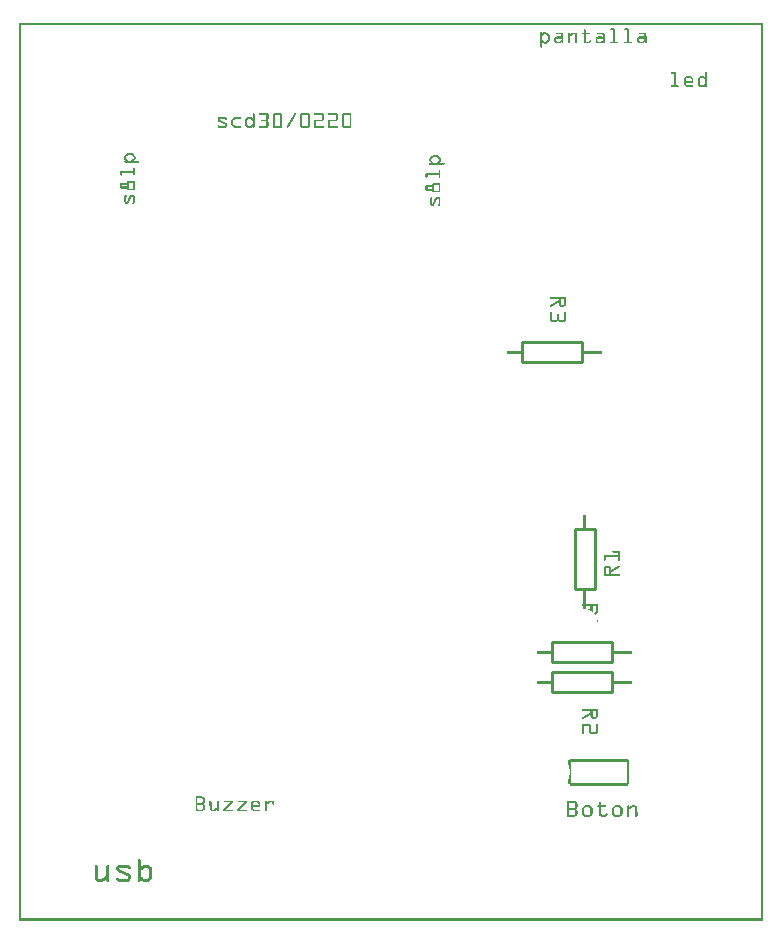
<source format=gto>
G04 MADE WITH FRITZING*
G04 WWW.FRITZING.ORG*
G04 DOUBLE SIDED*
G04 HOLES PLATED*
G04 CONTOUR ON CENTER OF CONTOUR VECTOR*
%ASAXBY*%
%FSLAX23Y23*%
%MOIN*%
%OFA0B0*%
%SFA1.0B1.0*%
%ADD10C,0.010000*%
%ADD11R,0.001000X0.001000*%
%LNSILK1*%
G90*
G70*
G54D10*
X1977Y862D02*
X1777Y862D01*
D02*
X1777Y862D02*
X1777Y928D01*
D02*
X1777Y928D02*
X1977Y928D01*
D02*
X1977Y928D02*
X1977Y862D01*
D02*
X1877Y1862D02*
X1677Y1862D01*
D02*
X1677Y1862D02*
X1677Y1928D01*
D02*
X1677Y1928D02*
X1877Y1928D01*
D02*
X1877Y1928D02*
X1877Y1862D01*
D02*
X1977Y762D02*
X1777Y762D01*
D02*
X1777Y762D02*
X1777Y828D01*
D02*
X1777Y828D02*
X1977Y828D01*
D02*
X1977Y828D02*
X1977Y762D01*
D02*
X1854Y1105D02*
X1854Y1305D01*
D02*
X1854Y1305D02*
X1920Y1305D01*
D02*
X1920Y1305D02*
X1920Y1105D01*
D02*
X1920Y1105D02*
X1854Y1105D01*
G54D11*
X0Y2993D02*
X2480Y2993D01*
X0Y2992D02*
X2480Y2992D01*
X0Y2991D02*
X2480Y2991D01*
X0Y2990D02*
X2480Y2990D01*
X0Y2989D02*
X2480Y2989D01*
X0Y2988D02*
X2480Y2988D01*
X0Y2987D02*
X2480Y2987D01*
X0Y2986D02*
X2480Y2986D01*
X0Y2985D02*
X7Y2985D01*
X2473Y2985D02*
X2480Y2985D01*
X0Y2984D02*
X7Y2984D01*
X2473Y2984D02*
X2480Y2984D01*
X0Y2983D02*
X7Y2983D01*
X2473Y2983D02*
X2480Y2983D01*
X0Y2982D02*
X7Y2982D01*
X2473Y2982D02*
X2480Y2982D01*
X0Y2981D02*
X7Y2981D01*
X2473Y2981D02*
X2480Y2981D01*
X0Y2980D02*
X7Y2980D01*
X2473Y2980D02*
X2480Y2980D01*
X0Y2979D02*
X7Y2979D01*
X2473Y2979D02*
X2480Y2979D01*
X0Y2978D02*
X7Y2978D01*
X2473Y2978D02*
X2480Y2978D01*
X0Y2977D02*
X7Y2977D01*
X2473Y2977D02*
X2480Y2977D01*
X0Y2976D02*
X7Y2976D01*
X2473Y2976D02*
X2480Y2976D01*
X0Y2975D02*
X7Y2975D01*
X2473Y2975D02*
X2480Y2975D01*
X0Y2974D02*
X7Y2974D01*
X1974Y2974D02*
X1985Y2974D01*
X2020Y2974D02*
X2031Y2974D01*
X2473Y2974D02*
X2480Y2974D01*
X0Y2973D02*
X7Y2973D01*
X1973Y2973D02*
X1986Y2973D01*
X2019Y2973D02*
X2033Y2973D01*
X2473Y2973D02*
X2480Y2973D01*
X0Y2972D02*
X7Y2972D01*
X1972Y2972D02*
X1987Y2972D01*
X2019Y2972D02*
X2033Y2972D01*
X2473Y2972D02*
X2480Y2972D01*
X0Y2971D02*
X7Y2971D01*
X1885Y2971D02*
X1887Y2971D01*
X1972Y2971D02*
X1987Y2971D01*
X2018Y2971D02*
X2033Y2971D01*
X2473Y2971D02*
X2480Y2971D01*
X0Y2970D02*
X7Y2970D01*
X1884Y2970D02*
X1888Y2970D01*
X1972Y2970D02*
X1987Y2970D01*
X2019Y2970D02*
X2033Y2970D01*
X2473Y2970D02*
X2480Y2970D01*
X0Y2969D02*
X7Y2969D01*
X1883Y2969D02*
X1889Y2969D01*
X1973Y2969D02*
X1987Y2969D01*
X2019Y2969D02*
X2033Y2969D01*
X2473Y2969D02*
X2480Y2969D01*
X0Y2968D02*
X7Y2968D01*
X1883Y2968D02*
X1889Y2968D01*
X1975Y2968D02*
X1987Y2968D01*
X2021Y2968D02*
X2033Y2968D01*
X2473Y2968D02*
X2480Y2968D01*
X0Y2967D02*
X7Y2967D01*
X1883Y2967D02*
X1889Y2967D01*
X1982Y2967D02*
X1987Y2967D01*
X2028Y2967D02*
X2033Y2967D01*
X2473Y2967D02*
X2480Y2967D01*
X0Y2966D02*
X7Y2966D01*
X1883Y2966D02*
X1889Y2966D01*
X1982Y2966D02*
X1987Y2966D01*
X2028Y2966D02*
X2033Y2966D01*
X2473Y2966D02*
X2480Y2966D01*
X0Y2965D02*
X7Y2965D01*
X1883Y2965D02*
X1889Y2965D01*
X1982Y2965D02*
X1987Y2965D01*
X2028Y2965D02*
X2033Y2965D01*
X2473Y2965D02*
X2480Y2965D01*
X0Y2964D02*
X7Y2964D01*
X1883Y2964D02*
X1889Y2964D01*
X1982Y2964D02*
X1987Y2964D01*
X2028Y2964D02*
X2033Y2964D01*
X2473Y2964D02*
X2480Y2964D01*
X0Y2963D02*
X7Y2963D01*
X1883Y2963D02*
X1889Y2963D01*
X1982Y2963D02*
X1987Y2963D01*
X2028Y2963D02*
X2033Y2963D01*
X2473Y2963D02*
X2480Y2963D01*
X0Y2962D02*
X7Y2962D01*
X1741Y2962D02*
X1741Y2962D01*
X1753Y2962D02*
X1755Y2962D01*
X1883Y2962D02*
X1889Y2962D01*
X1982Y2962D02*
X1987Y2962D01*
X2028Y2962D02*
X2033Y2962D01*
X2473Y2962D02*
X2480Y2962D01*
X0Y2961D02*
X7Y2961D01*
X1739Y2961D02*
X1743Y2961D01*
X1749Y2961D02*
X1758Y2961D01*
X1883Y2961D02*
X1889Y2961D01*
X1982Y2961D02*
X1987Y2961D01*
X2028Y2961D02*
X2033Y2961D01*
X2473Y2961D02*
X2480Y2961D01*
X0Y2960D02*
X7Y2960D01*
X1739Y2960D02*
X1744Y2960D01*
X1748Y2960D02*
X1760Y2960D01*
X1792Y2960D02*
X1809Y2960D01*
X1832Y2960D02*
X1835Y2960D01*
X1845Y2960D02*
X1855Y2960D01*
X1878Y2960D02*
X1903Y2960D01*
X1931Y2960D02*
X1947Y2960D01*
X1982Y2960D02*
X1987Y2960D01*
X2028Y2960D02*
X2033Y2960D01*
X2069Y2960D02*
X2085Y2960D01*
X2473Y2960D02*
X2480Y2960D01*
X0Y2959D02*
X7Y2959D01*
X1739Y2959D02*
X1744Y2959D01*
X1747Y2959D02*
X1761Y2959D01*
X1791Y2959D02*
X1811Y2959D01*
X1831Y2959D02*
X1836Y2959D01*
X1843Y2959D02*
X1857Y2959D01*
X1877Y2959D02*
X1904Y2959D01*
X1930Y2959D02*
X1949Y2959D01*
X1982Y2959D02*
X1987Y2959D01*
X2028Y2959D02*
X2033Y2959D01*
X2068Y2959D02*
X2087Y2959D01*
X2473Y2959D02*
X2480Y2959D01*
X0Y2958D02*
X7Y2958D01*
X1738Y2958D02*
X1744Y2958D01*
X1746Y2958D02*
X1763Y2958D01*
X1791Y2958D02*
X1812Y2958D01*
X1831Y2958D02*
X1836Y2958D01*
X1841Y2958D02*
X1858Y2958D01*
X1877Y2958D02*
X1904Y2958D01*
X1929Y2958D02*
X1950Y2958D01*
X1982Y2958D02*
X1987Y2958D01*
X2028Y2958D02*
X2033Y2958D01*
X2068Y2958D02*
X2088Y2958D01*
X2473Y2958D02*
X2480Y2958D01*
X0Y2957D02*
X7Y2957D01*
X1738Y2957D02*
X1764Y2957D01*
X1791Y2957D02*
X1813Y2957D01*
X1831Y2957D02*
X1836Y2957D01*
X1840Y2957D02*
X1859Y2957D01*
X1877Y2957D02*
X1904Y2957D01*
X1929Y2957D02*
X1951Y2957D01*
X1982Y2957D02*
X1987Y2957D01*
X2028Y2957D02*
X2033Y2957D01*
X2068Y2957D02*
X2089Y2957D01*
X2473Y2957D02*
X2480Y2957D01*
X0Y2956D02*
X7Y2956D01*
X1738Y2956D02*
X1765Y2956D01*
X1791Y2956D02*
X1813Y2956D01*
X1831Y2956D02*
X1836Y2956D01*
X1838Y2956D02*
X1859Y2956D01*
X1877Y2956D02*
X1904Y2956D01*
X1930Y2956D02*
X1952Y2956D01*
X1982Y2956D02*
X1987Y2956D01*
X2028Y2956D02*
X2033Y2956D01*
X2068Y2956D02*
X2090Y2956D01*
X2473Y2956D02*
X2480Y2956D01*
X0Y2955D02*
X7Y2955D01*
X1738Y2955D02*
X1751Y2955D01*
X1757Y2955D02*
X1766Y2955D01*
X1792Y2955D02*
X1814Y2955D01*
X1831Y2955D02*
X1860Y2955D01*
X1878Y2955D02*
X1903Y2955D01*
X1931Y2955D02*
X1952Y2955D01*
X1982Y2955D02*
X1987Y2955D01*
X2028Y2955D02*
X2033Y2955D01*
X2069Y2955D02*
X2091Y2955D01*
X2473Y2955D02*
X2480Y2955D01*
X0Y2954D02*
X7Y2954D01*
X1738Y2954D02*
X1750Y2954D01*
X1758Y2954D02*
X1767Y2954D01*
X1807Y2954D02*
X1814Y2954D01*
X1831Y2954D02*
X1846Y2954D01*
X1853Y2954D02*
X1860Y2954D01*
X1883Y2954D02*
X1889Y2954D01*
X1946Y2954D02*
X1953Y2954D01*
X1982Y2954D02*
X1987Y2954D01*
X2028Y2954D02*
X2033Y2954D01*
X2084Y2954D02*
X2091Y2954D01*
X2473Y2954D02*
X2480Y2954D01*
X0Y2953D02*
X7Y2953D01*
X1738Y2953D02*
X1749Y2953D01*
X1759Y2953D02*
X1768Y2953D01*
X1808Y2953D02*
X1814Y2953D01*
X1831Y2953D02*
X1845Y2953D01*
X1855Y2953D02*
X1861Y2953D01*
X1883Y2953D02*
X1889Y2953D01*
X1947Y2953D02*
X1953Y2953D01*
X1982Y2953D02*
X1987Y2953D01*
X2028Y2953D02*
X2033Y2953D01*
X2085Y2953D02*
X2091Y2953D01*
X2473Y2953D02*
X2480Y2953D01*
X0Y2952D02*
X7Y2952D01*
X1738Y2952D02*
X1748Y2952D01*
X1761Y2952D02*
X1768Y2952D01*
X1809Y2952D02*
X1815Y2952D01*
X1831Y2952D02*
X1843Y2952D01*
X1855Y2952D02*
X1861Y2952D01*
X1883Y2952D02*
X1889Y2952D01*
X1947Y2952D02*
X1953Y2952D01*
X1982Y2952D02*
X1987Y2952D01*
X2028Y2952D02*
X2033Y2952D01*
X2086Y2952D02*
X2091Y2952D01*
X2473Y2952D02*
X2480Y2952D01*
X0Y2951D02*
X7Y2951D01*
X1738Y2951D02*
X1747Y2951D01*
X1762Y2951D02*
X1769Y2951D01*
X1809Y2951D02*
X1815Y2951D01*
X1831Y2951D02*
X1842Y2951D01*
X1855Y2951D02*
X1861Y2951D01*
X1883Y2951D02*
X1889Y2951D01*
X1947Y2951D02*
X1953Y2951D01*
X1982Y2951D02*
X1987Y2951D01*
X2028Y2951D02*
X2033Y2951D01*
X2086Y2951D02*
X2091Y2951D01*
X2473Y2951D02*
X2480Y2951D01*
X0Y2950D02*
X7Y2950D01*
X1738Y2950D02*
X1746Y2950D01*
X1763Y2950D02*
X1769Y2950D01*
X1809Y2950D02*
X1815Y2950D01*
X1831Y2950D02*
X1840Y2950D01*
X1855Y2950D02*
X1861Y2950D01*
X1883Y2950D02*
X1889Y2950D01*
X1948Y2950D02*
X1953Y2950D01*
X1982Y2950D02*
X1987Y2950D01*
X2028Y2950D02*
X2033Y2950D01*
X2086Y2950D02*
X2091Y2950D01*
X2473Y2950D02*
X2480Y2950D01*
X0Y2949D02*
X7Y2949D01*
X1738Y2949D02*
X1745Y2949D01*
X1764Y2949D02*
X1769Y2949D01*
X1809Y2949D02*
X1815Y2949D01*
X1831Y2949D02*
X1838Y2949D01*
X1855Y2949D02*
X1861Y2949D01*
X1883Y2949D02*
X1889Y2949D01*
X1948Y2949D02*
X1953Y2949D01*
X1982Y2949D02*
X1987Y2949D01*
X2028Y2949D02*
X2033Y2949D01*
X2086Y2949D02*
X2091Y2949D01*
X2473Y2949D02*
X2480Y2949D01*
X0Y2948D02*
X7Y2948D01*
X1738Y2948D02*
X1744Y2948D01*
X1764Y2948D02*
X1769Y2948D01*
X1809Y2948D02*
X1815Y2948D01*
X1831Y2948D02*
X1837Y2948D01*
X1855Y2948D02*
X1861Y2948D01*
X1883Y2948D02*
X1889Y2948D01*
X1948Y2948D02*
X1953Y2948D01*
X1982Y2948D02*
X1987Y2948D01*
X2028Y2948D02*
X2033Y2948D01*
X2086Y2948D02*
X2092Y2948D01*
X2473Y2948D02*
X2480Y2948D01*
X0Y2947D02*
X7Y2947D01*
X1738Y2947D02*
X1744Y2947D01*
X1764Y2947D02*
X1769Y2947D01*
X1793Y2947D02*
X1807Y2947D01*
X1809Y2947D02*
X1815Y2947D01*
X1831Y2947D02*
X1836Y2947D01*
X1855Y2947D02*
X1861Y2947D01*
X1883Y2947D02*
X1889Y2947D01*
X1931Y2947D02*
X1945Y2947D01*
X1947Y2947D02*
X1953Y2947D01*
X1982Y2947D02*
X1987Y2947D01*
X2028Y2947D02*
X2033Y2947D01*
X2069Y2947D02*
X2084Y2947D01*
X2086Y2947D02*
X2092Y2947D01*
X2473Y2947D02*
X2480Y2947D01*
X0Y2946D02*
X7Y2946D01*
X1738Y2946D02*
X1744Y2946D01*
X1764Y2946D02*
X1769Y2946D01*
X1790Y2946D02*
X1815Y2946D01*
X1831Y2946D02*
X1836Y2946D01*
X1855Y2946D02*
X1861Y2946D01*
X1883Y2946D02*
X1889Y2946D01*
X1928Y2946D02*
X1953Y2946D01*
X1982Y2946D02*
X1987Y2946D01*
X2028Y2946D02*
X2033Y2946D01*
X2066Y2946D02*
X2092Y2946D01*
X2473Y2946D02*
X2480Y2946D01*
X0Y2945D02*
X7Y2945D01*
X1738Y2945D02*
X1744Y2945D01*
X1764Y2945D02*
X1769Y2945D01*
X1788Y2945D02*
X1815Y2945D01*
X1831Y2945D02*
X1836Y2945D01*
X1856Y2945D02*
X1861Y2945D01*
X1883Y2945D02*
X1889Y2945D01*
X1927Y2945D02*
X1953Y2945D01*
X1982Y2945D02*
X1987Y2945D01*
X2028Y2945D02*
X2033Y2945D01*
X2065Y2945D02*
X2092Y2945D01*
X2473Y2945D02*
X2480Y2945D01*
X0Y2944D02*
X7Y2944D01*
X1738Y2944D02*
X1744Y2944D01*
X1764Y2944D02*
X1769Y2944D01*
X1787Y2944D02*
X1815Y2944D01*
X1831Y2944D02*
X1836Y2944D01*
X1856Y2944D02*
X1861Y2944D01*
X1883Y2944D02*
X1889Y2944D01*
X1926Y2944D02*
X1953Y2944D01*
X1982Y2944D02*
X1987Y2944D01*
X2028Y2944D02*
X2033Y2944D01*
X2064Y2944D02*
X2092Y2944D01*
X2473Y2944D02*
X2480Y2944D01*
X0Y2943D02*
X7Y2943D01*
X1738Y2943D02*
X1744Y2943D01*
X1764Y2943D02*
X1769Y2943D01*
X1786Y2943D02*
X1815Y2943D01*
X1831Y2943D02*
X1836Y2943D01*
X1856Y2943D02*
X1861Y2943D01*
X1883Y2943D02*
X1889Y2943D01*
X1925Y2943D02*
X1953Y2943D01*
X1982Y2943D02*
X1987Y2943D01*
X2028Y2943D02*
X2033Y2943D01*
X2063Y2943D02*
X2092Y2943D01*
X2473Y2943D02*
X2480Y2943D01*
X0Y2942D02*
X7Y2942D01*
X1738Y2942D02*
X1744Y2942D01*
X1764Y2942D02*
X1769Y2942D01*
X1786Y2942D02*
X1815Y2942D01*
X1831Y2942D02*
X1836Y2942D01*
X1856Y2942D02*
X1861Y2942D01*
X1883Y2942D02*
X1889Y2942D01*
X1924Y2942D02*
X1953Y2942D01*
X1982Y2942D02*
X1987Y2942D01*
X2028Y2942D02*
X2033Y2942D01*
X2062Y2942D02*
X2092Y2942D01*
X2473Y2942D02*
X2480Y2942D01*
X0Y2941D02*
X7Y2941D01*
X1738Y2941D02*
X1744Y2941D01*
X1764Y2941D02*
X1769Y2941D01*
X1785Y2941D02*
X1815Y2941D01*
X1831Y2941D02*
X1836Y2941D01*
X1856Y2941D02*
X1861Y2941D01*
X1883Y2941D02*
X1889Y2941D01*
X1924Y2941D02*
X1953Y2941D01*
X1982Y2941D02*
X1987Y2941D01*
X2028Y2941D02*
X2033Y2941D01*
X2062Y2941D02*
X2092Y2941D01*
X2473Y2941D02*
X2480Y2941D01*
X0Y2940D02*
X7Y2940D01*
X1738Y2940D02*
X1744Y2940D01*
X1764Y2940D02*
X1769Y2940D01*
X1785Y2940D02*
X1791Y2940D01*
X1808Y2940D02*
X1815Y2940D01*
X1831Y2940D02*
X1836Y2940D01*
X1856Y2940D02*
X1861Y2940D01*
X1883Y2940D02*
X1889Y2940D01*
X1923Y2940D02*
X1930Y2940D01*
X1947Y2940D02*
X1953Y2940D01*
X1982Y2940D02*
X1987Y2940D01*
X2028Y2940D02*
X2033Y2940D01*
X2062Y2940D02*
X2068Y2940D01*
X2085Y2940D02*
X2092Y2940D01*
X2473Y2940D02*
X2480Y2940D01*
X0Y2939D02*
X7Y2939D01*
X1738Y2939D02*
X1744Y2939D01*
X1764Y2939D02*
X1769Y2939D01*
X1785Y2939D02*
X1791Y2939D01*
X1809Y2939D02*
X1815Y2939D01*
X1831Y2939D02*
X1836Y2939D01*
X1856Y2939D02*
X1861Y2939D01*
X1883Y2939D02*
X1889Y2939D01*
X1923Y2939D02*
X1929Y2939D01*
X1948Y2939D02*
X1953Y2939D01*
X1982Y2939D02*
X1987Y2939D01*
X2028Y2939D02*
X2033Y2939D01*
X2061Y2939D02*
X2067Y2939D01*
X2086Y2939D02*
X2092Y2939D01*
X2473Y2939D02*
X2480Y2939D01*
X0Y2938D02*
X7Y2938D01*
X1738Y2938D02*
X1744Y2938D01*
X1764Y2938D02*
X1769Y2938D01*
X1785Y2938D02*
X1790Y2938D01*
X1810Y2938D02*
X1815Y2938D01*
X1831Y2938D02*
X1836Y2938D01*
X1856Y2938D02*
X1861Y2938D01*
X1883Y2938D02*
X1889Y2938D01*
X1923Y2938D02*
X1929Y2938D01*
X1948Y2938D02*
X1953Y2938D01*
X1982Y2938D02*
X1987Y2938D01*
X2028Y2938D02*
X2033Y2938D01*
X2061Y2938D02*
X2067Y2938D01*
X2086Y2938D02*
X2092Y2938D01*
X2473Y2938D02*
X2480Y2938D01*
X0Y2937D02*
X7Y2937D01*
X1738Y2937D02*
X1744Y2937D01*
X1764Y2937D02*
X1769Y2937D01*
X1785Y2937D02*
X1790Y2937D01*
X1810Y2937D02*
X1815Y2937D01*
X1831Y2937D02*
X1836Y2937D01*
X1856Y2937D02*
X1861Y2937D01*
X1883Y2937D02*
X1889Y2937D01*
X1923Y2937D02*
X1928Y2937D01*
X1948Y2937D02*
X1954Y2937D01*
X1982Y2937D02*
X1987Y2937D01*
X2028Y2937D02*
X2033Y2937D01*
X2061Y2937D02*
X2067Y2937D01*
X2086Y2937D02*
X2092Y2937D01*
X2473Y2937D02*
X2480Y2937D01*
X0Y2936D02*
X7Y2936D01*
X1738Y2936D02*
X1745Y2936D01*
X1764Y2936D02*
X1769Y2936D01*
X1785Y2936D02*
X1790Y2936D01*
X1810Y2936D02*
X1815Y2936D01*
X1831Y2936D02*
X1836Y2936D01*
X1856Y2936D02*
X1861Y2936D01*
X1883Y2936D02*
X1889Y2936D01*
X1904Y2936D02*
X1906Y2936D01*
X1923Y2936D02*
X1928Y2936D01*
X1948Y2936D02*
X1954Y2936D01*
X1982Y2936D02*
X1987Y2936D01*
X2028Y2936D02*
X2033Y2936D01*
X2061Y2936D02*
X2067Y2936D01*
X2086Y2936D02*
X2092Y2936D01*
X2473Y2936D02*
X2480Y2936D01*
X0Y2935D02*
X7Y2935D01*
X1738Y2935D02*
X1746Y2935D01*
X1763Y2935D02*
X1769Y2935D01*
X1785Y2935D02*
X1790Y2935D01*
X1810Y2935D02*
X1815Y2935D01*
X1831Y2935D02*
X1836Y2935D01*
X1856Y2935D02*
X1861Y2935D01*
X1883Y2935D02*
X1889Y2935D01*
X1903Y2935D02*
X1907Y2935D01*
X1923Y2935D02*
X1928Y2935D01*
X1948Y2935D02*
X1954Y2935D01*
X1982Y2935D02*
X1987Y2935D01*
X2028Y2935D02*
X2033Y2935D01*
X2061Y2935D02*
X2067Y2935D01*
X2086Y2935D02*
X2092Y2935D01*
X2473Y2935D02*
X2480Y2935D01*
X0Y2934D02*
X7Y2934D01*
X1738Y2934D02*
X1747Y2934D01*
X1762Y2934D02*
X1769Y2934D01*
X1785Y2934D02*
X1790Y2934D01*
X1808Y2934D02*
X1815Y2934D01*
X1831Y2934D02*
X1836Y2934D01*
X1856Y2934D02*
X1861Y2934D01*
X1883Y2934D02*
X1889Y2934D01*
X1903Y2934D02*
X1908Y2934D01*
X1923Y2934D02*
X1928Y2934D01*
X1947Y2934D02*
X1954Y2934D01*
X1982Y2934D02*
X1987Y2934D01*
X2028Y2934D02*
X2033Y2934D01*
X2061Y2934D02*
X2067Y2934D01*
X2085Y2934D02*
X2092Y2934D01*
X2473Y2934D02*
X2480Y2934D01*
X0Y2933D02*
X7Y2933D01*
X1738Y2933D02*
X1748Y2933D01*
X1761Y2933D02*
X1768Y2933D01*
X1785Y2933D02*
X1790Y2933D01*
X1807Y2933D02*
X1815Y2933D01*
X1831Y2933D02*
X1836Y2933D01*
X1856Y2933D02*
X1861Y2933D01*
X1883Y2933D02*
X1889Y2933D01*
X1902Y2933D02*
X1908Y2933D01*
X1923Y2933D02*
X1929Y2933D01*
X1945Y2933D02*
X1954Y2933D01*
X1982Y2933D02*
X1987Y2933D01*
X2028Y2933D02*
X2033Y2933D01*
X2061Y2933D02*
X2067Y2933D01*
X2083Y2933D02*
X2092Y2933D01*
X2473Y2933D02*
X2480Y2933D01*
X0Y2932D02*
X7Y2932D01*
X1738Y2932D02*
X1749Y2932D01*
X1759Y2932D02*
X1768Y2932D01*
X1785Y2932D02*
X1791Y2932D01*
X1805Y2932D02*
X1815Y2932D01*
X1831Y2932D02*
X1836Y2932D01*
X1856Y2932D02*
X1861Y2932D01*
X1883Y2932D02*
X1889Y2932D01*
X1901Y2932D02*
X1908Y2932D01*
X1923Y2932D02*
X1929Y2932D01*
X1943Y2932D02*
X1954Y2932D01*
X1982Y2932D02*
X1987Y2932D01*
X2028Y2932D02*
X2033Y2932D01*
X2062Y2932D02*
X2068Y2932D01*
X2082Y2932D02*
X2092Y2932D01*
X2473Y2932D02*
X2480Y2932D01*
X0Y2931D02*
X7Y2931D01*
X1738Y2931D02*
X1750Y2931D01*
X1758Y2931D02*
X1767Y2931D01*
X1785Y2931D02*
X1792Y2931D01*
X1803Y2931D02*
X1815Y2931D01*
X1831Y2931D02*
X1836Y2931D01*
X1856Y2931D02*
X1861Y2931D01*
X1884Y2931D02*
X1891Y2931D01*
X1900Y2931D02*
X1907Y2931D01*
X1923Y2931D02*
X1931Y2931D01*
X1941Y2931D02*
X1954Y2931D01*
X1982Y2931D02*
X1987Y2931D01*
X2028Y2931D02*
X2034Y2931D01*
X2062Y2931D02*
X2069Y2931D01*
X2080Y2931D02*
X2092Y2931D01*
X2473Y2931D02*
X2480Y2931D01*
X0Y2930D02*
X7Y2930D01*
X1738Y2930D02*
X1751Y2930D01*
X1757Y2930D02*
X1766Y2930D01*
X1785Y2930D02*
X1815Y2930D01*
X1831Y2930D02*
X1836Y2930D01*
X1856Y2930D02*
X1861Y2930D01*
X1884Y2930D02*
X1907Y2930D01*
X1924Y2930D02*
X1954Y2930D01*
X1973Y2930D02*
X1996Y2930D01*
X2020Y2930D02*
X2042Y2930D01*
X2062Y2930D02*
X2092Y2930D01*
X2473Y2930D02*
X2480Y2930D01*
X0Y2929D02*
X7Y2929D01*
X1738Y2929D02*
X1765Y2929D01*
X1786Y2929D02*
X1815Y2929D01*
X1831Y2929D02*
X1836Y2929D01*
X1856Y2929D02*
X1862Y2929D01*
X1885Y2929D02*
X1906Y2929D01*
X1924Y2929D02*
X1954Y2929D01*
X1973Y2929D02*
X1996Y2929D01*
X2019Y2929D02*
X2042Y2929D01*
X2063Y2929D02*
X2092Y2929D01*
X2473Y2929D02*
X2480Y2929D01*
X0Y2928D02*
X7Y2928D01*
X1738Y2928D02*
X1764Y2928D01*
X1787Y2928D02*
X1815Y2928D01*
X1831Y2928D02*
X1836Y2928D01*
X1856Y2928D02*
X1862Y2928D01*
X1885Y2928D02*
X1906Y2928D01*
X1925Y2928D02*
X1954Y2928D01*
X1972Y2928D02*
X1997Y2928D01*
X2018Y2928D02*
X2043Y2928D01*
X2063Y2928D02*
X2092Y2928D01*
X2473Y2928D02*
X2480Y2928D01*
X0Y2927D02*
X7Y2927D01*
X1738Y2927D02*
X1744Y2927D01*
X1746Y2927D02*
X1762Y2927D01*
X1788Y2927D02*
X1808Y2927D01*
X1810Y2927D02*
X1815Y2927D01*
X1831Y2927D02*
X1836Y2927D01*
X1856Y2927D02*
X1861Y2927D01*
X1886Y2927D02*
X1905Y2927D01*
X1926Y2927D02*
X1946Y2927D01*
X1948Y2927D02*
X1954Y2927D01*
X1972Y2927D02*
X1997Y2927D01*
X2018Y2927D02*
X2043Y2927D01*
X2064Y2927D02*
X2085Y2927D01*
X2087Y2927D02*
X2092Y2927D01*
X2473Y2927D02*
X2480Y2927D01*
X0Y2926D02*
X7Y2926D01*
X1738Y2926D02*
X1744Y2926D01*
X1747Y2926D02*
X1761Y2926D01*
X1789Y2926D02*
X1806Y2926D01*
X1810Y2926D02*
X1815Y2926D01*
X1831Y2926D02*
X1836Y2926D01*
X1857Y2926D02*
X1861Y2926D01*
X1887Y2926D02*
X1903Y2926D01*
X1927Y2926D02*
X1945Y2926D01*
X1949Y2926D02*
X1953Y2926D01*
X1973Y2926D02*
X1996Y2926D01*
X2019Y2926D02*
X2042Y2926D01*
X2066Y2926D02*
X2083Y2926D01*
X2087Y2926D02*
X2092Y2926D01*
X2473Y2926D02*
X2480Y2926D01*
X0Y2925D02*
X7Y2925D01*
X1738Y2925D02*
X1744Y2925D01*
X1748Y2925D02*
X1760Y2925D01*
X1791Y2925D02*
X1805Y2925D01*
X1811Y2925D02*
X1814Y2925D01*
X1832Y2925D02*
X1835Y2925D01*
X1857Y2925D02*
X1860Y2925D01*
X1889Y2925D02*
X1902Y2925D01*
X1929Y2925D02*
X1943Y2925D01*
X1950Y2925D02*
X1952Y2925D01*
X1974Y2925D02*
X1995Y2925D01*
X2020Y2925D02*
X2042Y2925D01*
X2067Y2925D02*
X2081Y2925D01*
X2088Y2925D02*
X2091Y2925D01*
X2473Y2925D02*
X2480Y2925D01*
X0Y2924D02*
X7Y2924D01*
X1738Y2924D02*
X1744Y2924D01*
X1750Y2924D02*
X1759Y2924D01*
X2473Y2924D02*
X2480Y2924D01*
X0Y2923D02*
X7Y2923D01*
X1738Y2923D02*
X1744Y2923D01*
X1754Y2923D02*
X1754Y2923D01*
X2473Y2923D02*
X2480Y2923D01*
X0Y2922D02*
X7Y2922D01*
X1738Y2922D02*
X1744Y2922D01*
X2473Y2922D02*
X2480Y2922D01*
X0Y2921D02*
X7Y2921D01*
X1738Y2921D02*
X1744Y2921D01*
X2473Y2921D02*
X2480Y2921D01*
X0Y2920D02*
X7Y2920D01*
X1738Y2920D02*
X1744Y2920D01*
X2473Y2920D02*
X2480Y2920D01*
X0Y2919D02*
X7Y2919D01*
X1738Y2919D02*
X1744Y2919D01*
X2473Y2919D02*
X2480Y2919D01*
X0Y2918D02*
X7Y2918D01*
X1738Y2918D02*
X1744Y2918D01*
X2473Y2918D02*
X2480Y2918D01*
X0Y2917D02*
X7Y2917D01*
X1738Y2917D02*
X1744Y2917D01*
X2473Y2917D02*
X2480Y2917D01*
X0Y2916D02*
X7Y2916D01*
X1738Y2916D02*
X1744Y2916D01*
X2473Y2916D02*
X2480Y2916D01*
X0Y2915D02*
X7Y2915D01*
X1738Y2915D02*
X1744Y2915D01*
X2473Y2915D02*
X2480Y2915D01*
X0Y2914D02*
X7Y2914D01*
X1738Y2914D02*
X1744Y2914D01*
X2473Y2914D02*
X2480Y2914D01*
X0Y2913D02*
X7Y2913D01*
X1739Y2913D02*
X1744Y2913D01*
X2473Y2913D02*
X2480Y2913D01*
X0Y2912D02*
X7Y2912D01*
X1739Y2912D02*
X1743Y2912D01*
X2473Y2912D02*
X2480Y2912D01*
X0Y2911D02*
X7Y2911D01*
X1741Y2911D02*
X1742Y2911D01*
X2473Y2911D02*
X2480Y2911D01*
X0Y2910D02*
X7Y2910D01*
X2473Y2910D02*
X2480Y2910D01*
X0Y2909D02*
X7Y2909D01*
X2473Y2909D02*
X2480Y2909D01*
X0Y2908D02*
X7Y2908D01*
X2473Y2908D02*
X2480Y2908D01*
X0Y2907D02*
X7Y2907D01*
X2473Y2907D02*
X2480Y2907D01*
X0Y2906D02*
X7Y2906D01*
X2473Y2906D02*
X2480Y2906D01*
X0Y2905D02*
X7Y2905D01*
X2473Y2905D02*
X2480Y2905D01*
X0Y2904D02*
X7Y2904D01*
X2473Y2904D02*
X2480Y2904D01*
X0Y2903D02*
X7Y2903D01*
X2473Y2903D02*
X2480Y2903D01*
X0Y2902D02*
X7Y2902D01*
X2473Y2902D02*
X2480Y2902D01*
X0Y2901D02*
X7Y2901D01*
X2473Y2901D02*
X2480Y2901D01*
X0Y2900D02*
X7Y2900D01*
X2473Y2900D02*
X2480Y2900D01*
X0Y2899D02*
X7Y2899D01*
X2473Y2899D02*
X2480Y2899D01*
X0Y2898D02*
X7Y2898D01*
X2473Y2898D02*
X2480Y2898D01*
X0Y2897D02*
X7Y2897D01*
X2473Y2897D02*
X2480Y2897D01*
X0Y2896D02*
X7Y2896D01*
X2473Y2896D02*
X2480Y2896D01*
X0Y2895D02*
X7Y2895D01*
X2473Y2895D02*
X2480Y2895D01*
X0Y2894D02*
X7Y2894D01*
X2473Y2894D02*
X2480Y2894D01*
X0Y2893D02*
X7Y2893D01*
X2473Y2893D02*
X2480Y2893D01*
X0Y2892D02*
X7Y2892D01*
X2473Y2892D02*
X2480Y2892D01*
X0Y2891D02*
X7Y2891D01*
X2473Y2891D02*
X2480Y2891D01*
X0Y2890D02*
X7Y2890D01*
X2473Y2890D02*
X2480Y2890D01*
X0Y2889D02*
X7Y2889D01*
X2473Y2889D02*
X2480Y2889D01*
X0Y2888D02*
X7Y2888D01*
X2473Y2888D02*
X2480Y2888D01*
X0Y2887D02*
X7Y2887D01*
X2473Y2887D02*
X2480Y2887D01*
X0Y2886D02*
X7Y2886D01*
X2473Y2886D02*
X2480Y2886D01*
X0Y2885D02*
X7Y2885D01*
X2473Y2885D02*
X2480Y2885D01*
X0Y2884D02*
X7Y2884D01*
X2473Y2884D02*
X2480Y2884D01*
X0Y2883D02*
X7Y2883D01*
X2473Y2883D02*
X2480Y2883D01*
X0Y2882D02*
X7Y2882D01*
X2473Y2882D02*
X2480Y2882D01*
X0Y2881D02*
X7Y2881D01*
X2473Y2881D02*
X2480Y2881D01*
X0Y2880D02*
X7Y2880D01*
X2473Y2880D02*
X2480Y2880D01*
X0Y2879D02*
X7Y2879D01*
X2473Y2879D02*
X2480Y2879D01*
X0Y2878D02*
X7Y2878D01*
X2473Y2878D02*
X2480Y2878D01*
X0Y2877D02*
X7Y2877D01*
X2473Y2877D02*
X2480Y2877D01*
X0Y2876D02*
X7Y2876D01*
X2473Y2876D02*
X2480Y2876D01*
X0Y2875D02*
X7Y2875D01*
X2473Y2875D02*
X2480Y2875D01*
X0Y2874D02*
X7Y2874D01*
X2473Y2874D02*
X2480Y2874D01*
X0Y2873D02*
X7Y2873D01*
X2473Y2873D02*
X2480Y2873D01*
X0Y2872D02*
X7Y2872D01*
X2473Y2872D02*
X2480Y2872D01*
X0Y2871D02*
X7Y2871D01*
X2473Y2871D02*
X2480Y2871D01*
X0Y2870D02*
X7Y2870D01*
X2473Y2870D02*
X2480Y2870D01*
X0Y2869D02*
X7Y2869D01*
X2473Y2869D02*
X2480Y2869D01*
X0Y2868D02*
X7Y2868D01*
X2473Y2868D02*
X2480Y2868D01*
X0Y2867D02*
X7Y2867D01*
X2473Y2867D02*
X2480Y2867D01*
X0Y2866D02*
X7Y2866D01*
X2473Y2866D02*
X2480Y2866D01*
X0Y2865D02*
X7Y2865D01*
X2473Y2865D02*
X2480Y2865D01*
X0Y2864D02*
X7Y2864D01*
X2473Y2864D02*
X2480Y2864D01*
X0Y2863D02*
X7Y2863D01*
X2473Y2863D02*
X2480Y2863D01*
X0Y2862D02*
X7Y2862D01*
X2473Y2862D02*
X2480Y2862D01*
X0Y2861D02*
X7Y2861D01*
X2473Y2861D02*
X2480Y2861D01*
X0Y2860D02*
X7Y2860D01*
X2473Y2860D02*
X2480Y2860D01*
X0Y2859D02*
X7Y2859D01*
X2473Y2859D02*
X2480Y2859D01*
X0Y2858D02*
X7Y2858D01*
X2473Y2858D02*
X2480Y2858D01*
X0Y2857D02*
X7Y2857D01*
X2473Y2857D02*
X2480Y2857D01*
X0Y2856D02*
X7Y2856D01*
X2473Y2856D02*
X2480Y2856D01*
X0Y2855D02*
X7Y2855D01*
X2473Y2855D02*
X2480Y2855D01*
X0Y2854D02*
X7Y2854D01*
X2473Y2854D02*
X2480Y2854D01*
X0Y2853D02*
X7Y2853D01*
X2473Y2853D02*
X2480Y2853D01*
X0Y2852D02*
X7Y2852D01*
X2473Y2852D02*
X2480Y2852D01*
X0Y2851D02*
X7Y2851D01*
X2473Y2851D02*
X2480Y2851D01*
X0Y2850D02*
X7Y2850D01*
X2473Y2850D02*
X2480Y2850D01*
X0Y2849D02*
X7Y2849D01*
X2473Y2849D02*
X2480Y2849D01*
X0Y2848D02*
X7Y2848D01*
X2473Y2848D02*
X2480Y2848D01*
X0Y2847D02*
X7Y2847D01*
X2473Y2847D02*
X2480Y2847D01*
X0Y2846D02*
X7Y2846D01*
X2473Y2846D02*
X2480Y2846D01*
X0Y2845D02*
X7Y2845D01*
X2473Y2845D02*
X2480Y2845D01*
X0Y2844D02*
X7Y2844D01*
X2473Y2844D02*
X2480Y2844D01*
X0Y2843D02*
X7Y2843D01*
X2473Y2843D02*
X2480Y2843D01*
X0Y2842D02*
X7Y2842D01*
X2473Y2842D02*
X2480Y2842D01*
X0Y2841D02*
X7Y2841D01*
X2473Y2841D02*
X2480Y2841D01*
X0Y2840D02*
X7Y2840D01*
X2473Y2840D02*
X2480Y2840D01*
X0Y2839D02*
X7Y2839D01*
X2473Y2839D02*
X2480Y2839D01*
X0Y2838D02*
X7Y2838D01*
X2473Y2838D02*
X2480Y2838D01*
X0Y2837D02*
X7Y2837D01*
X2473Y2837D02*
X2480Y2837D01*
X0Y2836D02*
X7Y2836D01*
X2473Y2836D02*
X2480Y2836D01*
X0Y2835D02*
X7Y2835D01*
X2473Y2835D02*
X2480Y2835D01*
X0Y2834D02*
X7Y2834D01*
X2473Y2834D02*
X2480Y2834D01*
X0Y2833D02*
X7Y2833D01*
X2473Y2833D02*
X2480Y2833D01*
X0Y2832D02*
X7Y2832D01*
X2473Y2832D02*
X2480Y2832D01*
X0Y2831D02*
X7Y2831D01*
X2473Y2831D02*
X2480Y2831D01*
X0Y2830D02*
X7Y2830D01*
X2473Y2830D02*
X2480Y2830D01*
X0Y2829D02*
X7Y2829D01*
X2473Y2829D02*
X2480Y2829D01*
X0Y2828D02*
X7Y2828D01*
X2176Y2828D02*
X2188Y2828D01*
X2290Y2828D02*
X2293Y2828D01*
X2473Y2828D02*
X2480Y2828D01*
X0Y2827D02*
X7Y2827D01*
X2175Y2827D02*
X2189Y2827D01*
X2289Y2827D02*
X2294Y2827D01*
X2473Y2827D02*
X2480Y2827D01*
X0Y2826D02*
X7Y2826D01*
X2175Y2826D02*
X2189Y2826D01*
X2289Y2826D02*
X2294Y2826D01*
X2473Y2826D02*
X2480Y2826D01*
X0Y2825D02*
X7Y2825D01*
X2175Y2825D02*
X2190Y2825D01*
X2289Y2825D02*
X2295Y2825D01*
X2473Y2825D02*
X2480Y2825D01*
X0Y2824D02*
X7Y2824D01*
X2175Y2824D02*
X2190Y2824D01*
X2289Y2824D02*
X2295Y2824D01*
X2473Y2824D02*
X2480Y2824D01*
X0Y2823D02*
X7Y2823D01*
X2176Y2823D02*
X2190Y2823D01*
X2289Y2823D02*
X2295Y2823D01*
X2473Y2823D02*
X2480Y2823D01*
X0Y2822D02*
X7Y2822D01*
X2184Y2822D02*
X2190Y2822D01*
X2289Y2822D02*
X2295Y2822D01*
X2473Y2822D02*
X2480Y2822D01*
X0Y2821D02*
X7Y2821D01*
X2184Y2821D02*
X2190Y2821D01*
X2289Y2821D02*
X2295Y2821D01*
X2473Y2821D02*
X2480Y2821D01*
X0Y2820D02*
X7Y2820D01*
X2184Y2820D02*
X2190Y2820D01*
X2289Y2820D02*
X2295Y2820D01*
X2473Y2820D02*
X2480Y2820D01*
X0Y2819D02*
X7Y2819D01*
X2184Y2819D02*
X2190Y2819D01*
X2289Y2819D02*
X2295Y2819D01*
X2473Y2819D02*
X2480Y2819D01*
X0Y2818D02*
X7Y2818D01*
X2184Y2818D02*
X2190Y2818D01*
X2289Y2818D02*
X2295Y2818D01*
X2473Y2818D02*
X2480Y2818D01*
X0Y2817D02*
X7Y2817D01*
X2184Y2817D02*
X2190Y2817D01*
X2289Y2817D02*
X2295Y2817D01*
X2473Y2817D02*
X2480Y2817D01*
X0Y2816D02*
X7Y2816D01*
X2184Y2816D02*
X2190Y2816D01*
X2289Y2816D02*
X2295Y2816D01*
X2473Y2816D02*
X2480Y2816D01*
X0Y2815D02*
X7Y2815D01*
X2184Y2815D02*
X2190Y2815D01*
X2227Y2815D02*
X2239Y2815D01*
X2273Y2815D02*
X2281Y2815D01*
X2289Y2815D02*
X2295Y2815D01*
X2473Y2815D02*
X2480Y2815D01*
X0Y2814D02*
X7Y2814D01*
X2184Y2814D02*
X2190Y2814D01*
X2225Y2814D02*
X2241Y2814D01*
X2271Y2814D02*
X2284Y2814D01*
X2289Y2814D02*
X2295Y2814D01*
X2473Y2814D02*
X2480Y2814D01*
X0Y2813D02*
X7Y2813D01*
X2184Y2813D02*
X2190Y2813D01*
X2223Y2813D02*
X2243Y2813D01*
X2269Y2813D02*
X2285Y2813D01*
X2289Y2813D02*
X2295Y2813D01*
X2473Y2813D02*
X2480Y2813D01*
X0Y2812D02*
X7Y2812D01*
X2184Y2812D02*
X2190Y2812D01*
X2222Y2812D02*
X2244Y2812D01*
X2268Y2812D02*
X2287Y2812D01*
X2289Y2812D02*
X2295Y2812D01*
X2473Y2812D02*
X2480Y2812D01*
X0Y2811D02*
X7Y2811D01*
X2184Y2811D02*
X2190Y2811D01*
X2221Y2811D02*
X2245Y2811D01*
X2267Y2811D02*
X2295Y2811D01*
X2473Y2811D02*
X2480Y2811D01*
X0Y2810D02*
X7Y2810D01*
X2184Y2810D02*
X2190Y2810D01*
X2220Y2810D02*
X2246Y2810D01*
X2266Y2810D02*
X2295Y2810D01*
X2473Y2810D02*
X2480Y2810D01*
X0Y2809D02*
X7Y2809D01*
X2184Y2809D02*
X2190Y2809D01*
X2219Y2809D02*
X2247Y2809D01*
X2265Y2809D02*
X2295Y2809D01*
X2473Y2809D02*
X2480Y2809D01*
X0Y2808D02*
X7Y2808D01*
X2184Y2808D02*
X2190Y2808D01*
X2219Y2808D02*
X2226Y2808D01*
X2240Y2808D02*
X2247Y2808D01*
X2265Y2808D02*
X2272Y2808D01*
X2282Y2808D02*
X2295Y2808D01*
X2473Y2808D02*
X2480Y2808D01*
X0Y2807D02*
X7Y2807D01*
X2184Y2807D02*
X2190Y2807D01*
X2218Y2807D02*
X2225Y2807D01*
X2241Y2807D02*
X2248Y2807D01*
X2264Y2807D02*
X2271Y2807D01*
X2284Y2807D02*
X2295Y2807D01*
X2473Y2807D02*
X2480Y2807D01*
X0Y2806D02*
X7Y2806D01*
X2184Y2806D02*
X2190Y2806D01*
X2218Y2806D02*
X2224Y2806D01*
X2242Y2806D02*
X2248Y2806D01*
X2264Y2806D02*
X2270Y2806D01*
X2285Y2806D02*
X2295Y2806D01*
X2473Y2806D02*
X2480Y2806D01*
X0Y2805D02*
X7Y2805D01*
X2184Y2805D02*
X2190Y2805D01*
X2218Y2805D02*
X2223Y2805D01*
X2243Y2805D02*
X2248Y2805D01*
X2264Y2805D02*
X2269Y2805D01*
X2286Y2805D02*
X2295Y2805D01*
X2473Y2805D02*
X2480Y2805D01*
X0Y2804D02*
X7Y2804D01*
X2184Y2804D02*
X2190Y2804D01*
X2218Y2804D02*
X2223Y2804D01*
X2243Y2804D02*
X2248Y2804D01*
X2264Y2804D02*
X2269Y2804D01*
X2287Y2804D02*
X2295Y2804D01*
X2473Y2804D02*
X2480Y2804D01*
X0Y2803D02*
X7Y2803D01*
X2184Y2803D02*
X2190Y2803D01*
X2217Y2803D02*
X2223Y2803D01*
X2243Y2803D02*
X2248Y2803D01*
X2264Y2803D02*
X2269Y2803D01*
X2288Y2803D02*
X2295Y2803D01*
X2473Y2803D02*
X2480Y2803D01*
X0Y2802D02*
X7Y2802D01*
X2184Y2802D02*
X2190Y2802D01*
X2217Y2802D02*
X2223Y2802D01*
X2243Y2802D02*
X2248Y2802D01*
X2264Y2802D02*
X2269Y2802D01*
X2289Y2802D02*
X2295Y2802D01*
X2473Y2802D02*
X2480Y2802D01*
X0Y2801D02*
X7Y2801D01*
X2184Y2801D02*
X2190Y2801D01*
X2217Y2801D02*
X2223Y2801D01*
X2243Y2801D02*
X2248Y2801D01*
X2264Y2801D02*
X2269Y2801D01*
X2289Y2801D02*
X2295Y2801D01*
X2473Y2801D02*
X2480Y2801D01*
X0Y2800D02*
X7Y2800D01*
X2184Y2800D02*
X2190Y2800D01*
X2217Y2800D02*
X2223Y2800D01*
X2243Y2800D02*
X2248Y2800D01*
X2264Y2800D02*
X2269Y2800D01*
X2289Y2800D02*
X2295Y2800D01*
X2473Y2800D02*
X2480Y2800D01*
X0Y2799D02*
X7Y2799D01*
X2184Y2799D02*
X2190Y2799D01*
X2217Y2799D02*
X2223Y2799D01*
X2243Y2799D02*
X2248Y2799D01*
X2264Y2799D02*
X2269Y2799D01*
X2289Y2799D02*
X2295Y2799D01*
X2473Y2799D02*
X2480Y2799D01*
X0Y2798D02*
X7Y2798D01*
X2184Y2798D02*
X2190Y2798D01*
X2217Y2798D02*
X2248Y2798D01*
X2264Y2798D02*
X2269Y2798D01*
X2289Y2798D02*
X2295Y2798D01*
X2473Y2798D02*
X2480Y2798D01*
X0Y2797D02*
X7Y2797D01*
X2184Y2797D02*
X2190Y2797D01*
X2217Y2797D02*
X2248Y2797D01*
X2264Y2797D02*
X2269Y2797D01*
X2289Y2797D02*
X2295Y2797D01*
X2473Y2797D02*
X2480Y2797D01*
X0Y2796D02*
X7Y2796D01*
X2184Y2796D02*
X2190Y2796D01*
X2217Y2796D02*
X2248Y2796D01*
X2264Y2796D02*
X2269Y2796D01*
X2289Y2796D02*
X2295Y2796D01*
X2473Y2796D02*
X2480Y2796D01*
X0Y2795D02*
X7Y2795D01*
X2184Y2795D02*
X2190Y2795D01*
X2217Y2795D02*
X2248Y2795D01*
X2264Y2795D02*
X2269Y2795D01*
X2289Y2795D02*
X2295Y2795D01*
X2473Y2795D02*
X2480Y2795D01*
X0Y2794D02*
X7Y2794D01*
X2184Y2794D02*
X2190Y2794D01*
X2217Y2794D02*
X2248Y2794D01*
X2264Y2794D02*
X2269Y2794D01*
X2289Y2794D02*
X2295Y2794D01*
X2473Y2794D02*
X2480Y2794D01*
X0Y2793D02*
X7Y2793D01*
X2184Y2793D02*
X2190Y2793D01*
X2217Y2793D02*
X2247Y2793D01*
X2264Y2793D02*
X2269Y2793D01*
X2289Y2793D02*
X2295Y2793D01*
X2473Y2793D02*
X2480Y2793D01*
X0Y2792D02*
X7Y2792D01*
X2184Y2792D02*
X2190Y2792D01*
X2217Y2792D02*
X2223Y2792D01*
X2264Y2792D02*
X2269Y2792D01*
X2289Y2792D02*
X2295Y2792D01*
X2473Y2792D02*
X2480Y2792D01*
X0Y2791D02*
X7Y2791D01*
X2184Y2791D02*
X2190Y2791D01*
X2217Y2791D02*
X2223Y2791D01*
X2264Y2791D02*
X2269Y2791D01*
X2288Y2791D02*
X2295Y2791D01*
X2473Y2791D02*
X2480Y2791D01*
X0Y2790D02*
X7Y2790D01*
X2184Y2790D02*
X2190Y2790D01*
X2218Y2790D02*
X2223Y2790D01*
X2264Y2790D02*
X2269Y2790D01*
X2287Y2790D02*
X2295Y2790D01*
X2473Y2790D02*
X2480Y2790D01*
X0Y2789D02*
X7Y2789D01*
X2184Y2789D02*
X2190Y2789D01*
X2218Y2789D02*
X2223Y2789D01*
X2264Y2789D02*
X2270Y2789D01*
X2286Y2789D02*
X2295Y2789D01*
X2473Y2789D02*
X2480Y2789D01*
X0Y2788D02*
X7Y2788D01*
X2184Y2788D02*
X2190Y2788D01*
X2218Y2788D02*
X2224Y2788D01*
X2264Y2788D02*
X2270Y2788D01*
X2285Y2788D02*
X2295Y2788D01*
X2473Y2788D02*
X2480Y2788D01*
X0Y2787D02*
X7Y2787D01*
X2184Y2787D02*
X2190Y2787D01*
X2218Y2787D02*
X2225Y2787D01*
X2264Y2787D02*
X2271Y2787D01*
X2283Y2787D02*
X2295Y2787D01*
X2473Y2787D02*
X2480Y2787D01*
X0Y2786D02*
X7Y2786D01*
X2184Y2786D02*
X2190Y2786D01*
X2219Y2786D02*
X2227Y2786D01*
X2265Y2786D02*
X2273Y2786D01*
X2282Y2786D02*
X2295Y2786D01*
X2473Y2786D02*
X2480Y2786D01*
X0Y2785D02*
X7Y2785D01*
X2176Y2785D02*
X2197Y2785D01*
X2219Y2785D02*
X2246Y2785D01*
X2265Y2785D02*
X2295Y2785D01*
X2473Y2785D02*
X2480Y2785D01*
X0Y2784D02*
X7Y2784D01*
X2175Y2784D02*
X2198Y2784D01*
X2220Y2784D02*
X2248Y2784D01*
X2266Y2784D02*
X2295Y2784D01*
X2473Y2784D02*
X2480Y2784D01*
X0Y2783D02*
X7Y2783D01*
X2175Y2783D02*
X2199Y2783D01*
X2221Y2783D02*
X2248Y2783D01*
X2267Y2783D02*
X2295Y2783D01*
X2473Y2783D02*
X2480Y2783D01*
X0Y2782D02*
X7Y2782D01*
X2175Y2782D02*
X2199Y2782D01*
X2222Y2782D02*
X2248Y2782D01*
X2268Y2782D02*
X2287Y2782D01*
X2289Y2782D02*
X2294Y2782D01*
X2473Y2782D02*
X2480Y2782D01*
X0Y2781D02*
X7Y2781D01*
X2175Y2781D02*
X2199Y2781D01*
X2223Y2781D02*
X2248Y2781D01*
X2269Y2781D02*
X2286Y2781D01*
X2289Y2781D02*
X2294Y2781D01*
X2473Y2781D02*
X2480Y2781D01*
X0Y2780D02*
X7Y2780D01*
X2175Y2780D02*
X2198Y2780D01*
X2225Y2780D02*
X2248Y2780D01*
X2271Y2780D02*
X2284Y2780D01*
X2290Y2780D02*
X2294Y2780D01*
X2473Y2780D02*
X2480Y2780D01*
X0Y2779D02*
X7Y2779D01*
X2177Y2779D02*
X2197Y2779D01*
X2228Y2779D02*
X2246Y2779D01*
X2274Y2779D02*
X2281Y2779D01*
X2291Y2779D02*
X2292Y2779D01*
X2473Y2779D02*
X2480Y2779D01*
X0Y2778D02*
X7Y2778D01*
X2473Y2778D02*
X2480Y2778D01*
X0Y2777D02*
X7Y2777D01*
X2473Y2777D02*
X2480Y2777D01*
X0Y2776D02*
X7Y2776D01*
X2473Y2776D02*
X2480Y2776D01*
X0Y2775D02*
X7Y2775D01*
X2473Y2775D02*
X2480Y2775D01*
X0Y2774D02*
X7Y2774D01*
X2473Y2774D02*
X2480Y2774D01*
X0Y2773D02*
X7Y2773D01*
X2473Y2773D02*
X2480Y2773D01*
X0Y2772D02*
X7Y2772D01*
X2473Y2772D02*
X2480Y2772D01*
X0Y2771D02*
X7Y2771D01*
X2473Y2771D02*
X2480Y2771D01*
X0Y2770D02*
X7Y2770D01*
X2473Y2770D02*
X2480Y2770D01*
X0Y2769D02*
X7Y2769D01*
X2473Y2769D02*
X2480Y2769D01*
X0Y2768D02*
X7Y2768D01*
X2473Y2768D02*
X2480Y2768D01*
X0Y2767D02*
X7Y2767D01*
X2473Y2767D02*
X2480Y2767D01*
X0Y2766D02*
X7Y2766D01*
X2473Y2766D02*
X2480Y2766D01*
X0Y2765D02*
X7Y2765D01*
X2473Y2765D02*
X2480Y2765D01*
X0Y2764D02*
X7Y2764D01*
X2473Y2764D02*
X2480Y2764D01*
X0Y2763D02*
X7Y2763D01*
X2473Y2763D02*
X2480Y2763D01*
X0Y2762D02*
X7Y2762D01*
X2473Y2762D02*
X2480Y2762D01*
X0Y2761D02*
X7Y2761D01*
X2473Y2761D02*
X2480Y2761D01*
X0Y2760D02*
X7Y2760D01*
X2473Y2760D02*
X2480Y2760D01*
X0Y2759D02*
X7Y2759D01*
X2473Y2759D02*
X2480Y2759D01*
X0Y2758D02*
X7Y2758D01*
X2473Y2758D02*
X2480Y2758D01*
X0Y2757D02*
X7Y2757D01*
X2473Y2757D02*
X2480Y2757D01*
X0Y2756D02*
X7Y2756D01*
X2473Y2756D02*
X2480Y2756D01*
X0Y2755D02*
X7Y2755D01*
X2473Y2755D02*
X2480Y2755D01*
X0Y2754D02*
X7Y2754D01*
X2473Y2754D02*
X2480Y2754D01*
X0Y2753D02*
X7Y2753D01*
X2473Y2753D02*
X2480Y2753D01*
X0Y2752D02*
X7Y2752D01*
X2473Y2752D02*
X2480Y2752D01*
X0Y2751D02*
X7Y2751D01*
X2473Y2751D02*
X2480Y2751D01*
X0Y2750D02*
X7Y2750D01*
X2473Y2750D02*
X2480Y2750D01*
X0Y2749D02*
X7Y2749D01*
X2473Y2749D02*
X2480Y2749D01*
X0Y2748D02*
X7Y2748D01*
X2473Y2748D02*
X2480Y2748D01*
X0Y2747D02*
X7Y2747D01*
X2473Y2747D02*
X2480Y2747D01*
X0Y2746D02*
X7Y2746D01*
X2473Y2746D02*
X2480Y2746D01*
X0Y2745D02*
X7Y2745D01*
X2473Y2745D02*
X2480Y2745D01*
X0Y2744D02*
X7Y2744D01*
X2473Y2744D02*
X2480Y2744D01*
X0Y2743D02*
X7Y2743D01*
X2473Y2743D02*
X2480Y2743D01*
X0Y2742D02*
X7Y2742D01*
X2473Y2742D02*
X2480Y2742D01*
X0Y2741D02*
X7Y2741D01*
X2473Y2741D02*
X2480Y2741D01*
X0Y2740D02*
X7Y2740D01*
X2473Y2740D02*
X2480Y2740D01*
X0Y2739D02*
X7Y2739D01*
X2473Y2739D02*
X2480Y2739D01*
X0Y2738D02*
X7Y2738D01*
X2473Y2738D02*
X2480Y2738D01*
X0Y2737D02*
X7Y2737D01*
X2473Y2737D02*
X2480Y2737D01*
X0Y2736D02*
X7Y2736D01*
X2473Y2736D02*
X2480Y2736D01*
X0Y2735D02*
X7Y2735D01*
X2473Y2735D02*
X2480Y2735D01*
X0Y2734D02*
X7Y2734D01*
X2473Y2734D02*
X2480Y2734D01*
X0Y2733D02*
X7Y2733D01*
X2473Y2733D02*
X2480Y2733D01*
X0Y2732D02*
X7Y2732D01*
X2473Y2732D02*
X2480Y2732D01*
X0Y2731D02*
X7Y2731D01*
X2473Y2731D02*
X2480Y2731D01*
X0Y2730D02*
X7Y2730D01*
X2473Y2730D02*
X2480Y2730D01*
X0Y2729D02*
X7Y2729D01*
X2473Y2729D02*
X2480Y2729D01*
X0Y2728D02*
X7Y2728D01*
X2473Y2728D02*
X2480Y2728D01*
X0Y2727D02*
X7Y2727D01*
X2473Y2727D02*
X2480Y2727D01*
X0Y2726D02*
X7Y2726D01*
X2473Y2726D02*
X2480Y2726D01*
X0Y2725D02*
X7Y2725D01*
X2473Y2725D02*
X2480Y2725D01*
X0Y2724D02*
X7Y2724D01*
X2473Y2724D02*
X2480Y2724D01*
X0Y2723D02*
X7Y2723D01*
X2473Y2723D02*
X2480Y2723D01*
X0Y2722D02*
X7Y2722D01*
X2473Y2722D02*
X2480Y2722D01*
X0Y2721D02*
X7Y2721D01*
X2473Y2721D02*
X2480Y2721D01*
X0Y2720D02*
X7Y2720D01*
X2473Y2720D02*
X2480Y2720D01*
X0Y2719D02*
X7Y2719D01*
X2473Y2719D02*
X2480Y2719D01*
X0Y2718D02*
X7Y2718D01*
X2473Y2718D02*
X2480Y2718D01*
X0Y2717D02*
X7Y2717D01*
X2473Y2717D02*
X2480Y2717D01*
X0Y2716D02*
X7Y2716D01*
X2473Y2716D02*
X2480Y2716D01*
X0Y2715D02*
X7Y2715D01*
X2473Y2715D02*
X2480Y2715D01*
X0Y2714D02*
X7Y2714D01*
X2473Y2714D02*
X2480Y2714D01*
X0Y2713D02*
X7Y2713D01*
X2473Y2713D02*
X2480Y2713D01*
X0Y2712D02*
X7Y2712D01*
X2473Y2712D02*
X2480Y2712D01*
X0Y2711D02*
X7Y2711D01*
X2473Y2711D02*
X2480Y2711D01*
X0Y2710D02*
X7Y2710D01*
X2473Y2710D02*
X2480Y2710D01*
X0Y2709D02*
X7Y2709D01*
X2473Y2709D02*
X2480Y2709D01*
X0Y2708D02*
X7Y2708D01*
X2473Y2708D02*
X2480Y2708D01*
X0Y2707D02*
X7Y2707D01*
X2473Y2707D02*
X2480Y2707D01*
X0Y2706D02*
X7Y2706D01*
X2473Y2706D02*
X2480Y2706D01*
X0Y2705D02*
X7Y2705D01*
X2473Y2705D02*
X2480Y2705D01*
X0Y2704D02*
X7Y2704D01*
X2473Y2704D02*
X2480Y2704D01*
X0Y2703D02*
X7Y2703D01*
X2473Y2703D02*
X2480Y2703D01*
X0Y2702D02*
X7Y2702D01*
X2473Y2702D02*
X2480Y2702D01*
X0Y2701D02*
X7Y2701D01*
X2473Y2701D02*
X2480Y2701D01*
X0Y2700D02*
X7Y2700D01*
X2473Y2700D02*
X2480Y2700D01*
X0Y2699D02*
X7Y2699D01*
X2473Y2699D02*
X2480Y2699D01*
X0Y2698D02*
X7Y2698D01*
X2473Y2698D02*
X2480Y2698D01*
X0Y2697D02*
X7Y2697D01*
X2473Y2697D02*
X2480Y2697D01*
X0Y2696D02*
X7Y2696D01*
X2473Y2696D02*
X2480Y2696D01*
X0Y2695D02*
X7Y2695D01*
X2473Y2695D02*
X2480Y2695D01*
X0Y2694D02*
X7Y2694D01*
X2473Y2694D02*
X2480Y2694D01*
X0Y2693D02*
X7Y2693D01*
X2473Y2693D02*
X2480Y2693D01*
X0Y2692D02*
X7Y2692D01*
X782Y2692D02*
X784Y2692D01*
X803Y2692D02*
X827Y2692D01*
X852Y2692D02*
X873Y2692D01*
X921Y2692D02*
X922Y2692D01*
X944Y2692D02*
X965Y2692D01*
X987Y2692D02*
X1011Y2692D01*
X1033Y2692D02*
X1058Y2692D01*
X1082Y2692D02*
X1104Y2692D01*
X2473Y2692D02*
X2480Y2692D01*
X0Y2691D02*
X7Y2691D01*
X781Y2691D02*
X785Y2691D01*
X802Y2691D02*
X829Y2691D01*
X850Y2691D02*
X875Y2691D01*
X919Y2691D02*
X923Y2691D01*
X942Y2691D02*
X967Y2691D01*
X986Y2691D02*
X1013Y2691D01*
X1032Y2691D02*
X1059Y2691D01*
X1080Y2691D02*
X1106Y2691D01*
X2473Y2691D02*
X2480Y2691D01*
X0Y2690D02*
X7Y2690D01*
X780Y2690D02*
X785Y2690D01*
X801Y2690D02*
X830Y2690D01*
X849Y2690D02*
X876Y2690D01*
X918Y2690D02*
X924Y2690D01*
X941Y2690D02*
X968Y2690D01*
X985Y2690D02*
X1014Y2690D01*
X1032Y2690D02*
X1061Y2690D01*
X1079Y2690D02*
X1107Y2690D01*
X2473Y2690D02*
X2480Y2690D01*
X0Y2689D02*
X7Y2689D01*
X780Y2689D02*
X786Y2689D01*
X801Y2689D02*
X831Y2689D01*
X848Y2689D02*
X877Y2689D01*
X918Y2689D02*
X924Y2689D01*
X940Y2689D02*
X969Y2689D01*
X985Y2689D02*
X1015Y2689D01*
X1031Y2689D02*
X1061Y2689D01*
X1078Y2689D02*
X1107Y2689D01*
X2473Y2689D02*
X2480Y2689D01*
X0Y2688D02*
X7Y2688D01*
X780Y2688D02*
X786Y2688D01*
X801Y2688D02*
X831Y2688D01*
X847Y2688D02*
X877Y2688D01*
X917Y2688D02*
X924Y2688D01*
X940Y2688D02*
X970Y2688D01*
X985Y2688D02*
X1016Y2688D01*
X1032Y2688D02*
X1062Y2688D01*
X1078Y2688D02*
X1108Y2688D01*
X2473Y2688D02*
X2480Y2688D01*
X0Y2687D02*
X7Y2687D01*
X780Y2687D02*
X786Y2687D01*
X802Y2687D02*
X832Y2687D01*
X847Y2687D02*
X878Y2687D01*
X917Y2687D02*
X923Y2687D01*
X939Y2687D02*
X970Y2687D01*
X986Y2687D02*
X1016Y2687D01*
X1032Y2687D02*
X1062Y2687D01*
X1078Y2687D02*
X1108Y2687D01*
X2473Y2687D02*
X2480Y2687D01*
X0Y2686D02*
X7Y2686D01*
X780Y2686D02*
X786Y2686D01*
X803Y2686D02*
X832Y2686D01*
X847Y2686D02*
X878Y2686D01*
X916Y2686D02*
X923Y2686D01*
X939Y2686D02*
X970Y2686D01*
X988Y2686D02*
X1016Y2686D01*
X1034Y2686D02*
X1062Y2686D01*
X1078Y2686D02*
X1108Y2686D01*
X2473Y2686D02*
X2480Y2686D01*
X0Y2685D02*
X7Y2685D01*
X780Y2685D02*
X786Y2685D01*
X826Y2685D02*
X832Y2685D01*
X847Y2685D02*
X852Y2685D01*
X872Y2685D02*
X878Y2685D01*
X916Y2685D02*
X922Y2685D01*
X939Y2685D02*
X945Y2685D01*
X965Y2685D02*
X970Y2685D01*
X1011Y2685D02*
X1016Y2685D01*
X1057Y2685D02*
X1062Y2685D01*
X1078Y2685D02*
X1083Y2685D01*
X1103Y2685D02*
X1108Y2685D01*
X2473Y2685D02*
X2480Y2685D01*
X0Y2684D02*
X7Y2684D01*
X780Y2684D02*
X786Y2684D01*
X826Y2684D02*
X832Y2684D01*
X847Y2684D02*
X852Y2684D01*
X872Y2684D02*
X878Y2684D01*
X915Y2684D02*
X921Y2684D01*
X939Y2684D02*
X945Y2684D01*
X965Y2684D02*
X970Y2684D01*
X1011Y2684D02*
X1016Y2684D01*
X1057Y2684D02*
X1062Y2684D01*
X1078Y2684D02*
X1083Y2684D01*
X1103Y2684D02*
X1108Y2684D01*
X2473Y2684D02*
X2480Y2684D01*
X0Y2683D02*
X7Y2683D01*
X780Y2683D02*
X786Y2683D01*
X826Y2683D02*
X832Y2683D01*
X847Y2683D02*
X852Y2683D01*
X872Y2683D02*
X878Y2683D01*
X914Y2683D02*
X921Y2683D01*
X939Y2683D02*
X945Y2683D01*
X965Y2683D02*
X970Y2683D01*
X1011Y2683D02*
X1016Y2683D01*
X1057Y2683D02*
X1062Y2683D01*
X1078Y2683D02*
X1083Y2683D01*
X1103Y2683D02*
X1108Y2683D01*
X2473Y2683D02*
X2480Y2683D01*
X0Y2682D02*
X7Y2682D01*
X780Y2682D02*
X786Y2682D01*
X826Y2682D02*
X832Y2682D01*
X847Y2682D02*
X852Y2682D01*
X872Y2682D02*
X878Y2682D01*
X914Y2682D02*
X920Y2682D01*
X939Y2682D02*
X945Y2682D01*
X965Y2682D02*
X970Y2682D01*
X1011Y2682D02*
X1016Y2682D01*
X1057Y2682D02*
X1062Y2682D01*
X1078Y2682D02*
X1083Y2682D01*
X1103Y2682D02*
X1108Y2682D01*
X2473Y2682D02*
X2480Y2682D01*
X0Y2681D02*
X7Y2681D01*
X780Y2681D02*
X786Y2681D01*
X826Y2681D02*
X832Y2681D01*
X847Y2681D02*
X852Y2681D01*
X872Y2681D02*
X878Y2681D01*
X913Y2681D02*
X920Y2681D01*
X939Y2681D02*
X945Y2681D01*
X965Y2681D02*
X970Y2681D01*
X1011Y2681D02*
X1016Y2681D01*
X1057Y2681D02*
X1062Y2681D01*
X1078Y2681D02*
X1083Y2681D01*
X1103Y2681D02*
X1108Y2681D01*
X2473Y2681D02*
X2480Y2681D01*
X0Y2680D02*
X7Y2680D01*
X780Y2680D02*
X786Y2680D01*
X826Y2680D02*
X832Y2680D01*
X847Y2680D02*
X852Y2680D01*
X872Y2680D02*
X878Y2680D01*
X913Y2680D02*
X919Y2680D01*
X939Y2680D02*
X945Y2680D01*
X965Y2680D02*
X970Y2680D01*
X1011Y2680D02*
X1016Y2680D01*
X1057Y2680D02*
X1062Y2680D01*
X1078Y2680D02*
X1083Y2680D01*
X1103Y2680D02*
X1108Y2680D01*
X2473Y2680D02*
X2480Y2680D01*
X0Y2679D02*
X7Y2679D01*
X780Y2679D02*
X786Y2679D01*
X826Y2679D02*
X832Y2679D01*
X847Y2679D02*
X852Y2679D01*
X872Y2679D02*
X878Y2679D01*
X912Y2679D02*
X919Y2679D01*
X939Y2679D02*
X945Y2679D01*
X965Y2679D02*
X970Y2679D01*
X1011Y2679D02*
X1016Y2679D01*
X1057Y2679D02*
X1062Y2679D01*
X1078Y2679D02*
X1083Y2679D01*
X1103Y2679D02*
X1108Y2679D01*
X2473Y2679D02*
X2480Y2679D01*
X0Y2678D02*
X7Y2678D01*
X668Y2678D02*
X688Y2678D01*
X720Y2678D02*
X738Y2678D01*
X763Y2678D02*
X774Y2678D01*
X780Y2678D02*
X786Y2678D01*
X826Y2678D02*
X832Y2678D01*
X847Y2678D02*
X852Y2678D01*
X872Y2678D02*
X878Y2678D01*
X911Y2678D02*
X918Y2678D01*
X939Y2678D02*
X945Y2678D01*
X965Y2678D02*
X970Y2678D01*
X1011Y2678D02*
X1016Y2678D01*
X1057Y2678D02*
X1062Y2678D01*
X1078Y2678D02*
X1083Y2678D01*
X1103Y2678D02*
X1108Y2678D01*
X2473Y2678D02*
X2480Y2678D01*
X0Y2677D02*
X7Y2677D01*
X666Y2677D02*
X689Y2677D01*
X718Y2677D02*
X739Y2677D01*
X761Y2677D02*
X776Y2677D01*
X780Y2677D02*
X786Y2677D01*
X826Y2677D02*
X832Y2677D01*
X847Y2677D02*
X852Y2677D01*
X872Y2677D02*
X878Y2677D01*
X911Y2677D02*
X917Y2677D01*
X939Y2677D02*
X945Y2677D01*
X965Y2677D02*
X970Y2677D01*
X1011Y2677D02*
X1016Y2677D01*
X1057Y2677D02*
X1062Y2677D01*
X1078Y2677D02*
X1083Y2677D01*
X1103Y2677D02*
X1108Y2677D01*
X2473Y2677D02*
X2480Y2677D01*
X0Y2676D02*
X7Y2676D01*
X665Y2676D02*
X691Y2676D01*
X717Y2676D02*
X739Y2676D01*
X760Y2676D02*
X777Y2676D01*
X780Y2676D02*
X786Y2676D01*
X826Y2676D02*
X832Y2676D01*
X847Y2676D02*
X852Y2676D01*
X872Y2676D02*
X878Y2676D01*
X910Y2676D02*
X917Y2676D01*
X939Y2676D02*
X945Y2676D01*
X965Y2676D02*
X970Y2676D01*
X1011Y2676D02*
X1016Y2676D01*
X1057Y2676D02*
X1062Y2676D01*
X1078Y2676D02*
X1083Y2676D01*
X1103Y2676D02*
X1108Y2676D01*
X2473Y2676D02*
X2480Y2676D01*
X0Y2675D02*
X7Y2675D01*
X665Y2675D02*
X692Y2675D01*
X716Y2675D02*
X739Y2675D01*
X759Y2675D02*
X778Y2675D01*
X780Y2675D02*
X786Y2675D01*
X826Y2675D02*
X832Y2675D01*
X847Y2675D02*
X852Y2675D01*
X872Y2675D02*
X878Y2675D01*
X910Y2675D02*
X916Y2675D01*
X939Y2675D02*
X945Y2675D01*
X965Y2675D02*
X970Y2675D01*
X1011Y2675D02*
X1016Y2675D01*
X1057Y2675D02*
X1062Y2675D01*
X1078Y2675D02*
X1083Y2675D01*
X1103Y2675D02*
X1108Y2675D01*
X2473Y2675D02*
X2480Y2675D01*
X0Y2674D02*
X7Y2674D01*
X664Y2674D02*
X692Y2674D01*
X714Y2674D02*
X739Y2674D01*
X758Y2674D02*
X786Y2674D01*
X826Y2674D02*
X832Y2674D01*
X847Y2674D02*
X852Y2674D01*
X872Y2674D02*
X878Y2674D01*
X909Y2674D02*
X916Y2674D01*
X939Y2674D02*
X945Y2674D01*
X965Y2674D02*
X970Y2674D01*
X1011Y2674D02*
X1016Y2674D01*
X1057Y2674D02*
X1062Y2674D01*
X1078Y2674D02*
X1083Y2674D01*
X1103Y2674D02*
X1108Y2674D01*
X2473Y2674D02*
X2480Y2674D01*
X0Y2673D02*
X7Y2673D01*
X664Y2673D02*
X693Y2673D01*
X713Y2673D02*
X738Y2673D01*
X757Y2673D02*
X786Y2673D01*
X826Y2673D02*
X832Y2673D01*
X847Y2673D02*
X852Y2673D01*
X872Y2673D02*
X878Y2673D01*
X909Y2673D02*
X915Y2673D01*
X939Y2673D02*
X945Y2673D01*
X965Y2673D02*
X970Y2673D01*
X1011Y2673D02*
X1016Y2673D01*
X1057Y2673D02*
X1062Y2673D01*
X1078Y2673D02*
X1083Y2673D01*
X1103Y2673D02*
X1108Y2673D01*
X2473Y2673D02*
X2480Y2673D01*
X0Y2672D02*
X7Y2672D01*
X663Y2672D02*
X670Y2672D01*
X686Y2672D02*
X692Y2672D01*
X712Y2672D02*
X722Y2672D01*
X756Y2672D02*
X765Y2672D01*
X772Y2672D02*
X786Y2672D01*
X826Y2672D02*
X832Y2672D01*
X847Y2672D02*
X852Y2672D01*
X872Y2672D02*
X878Y2672D01*
X908Y2672D02*
X914Y2672D01*
X939Y2672D02*
X945Y2672D01*
X965Y2672D02*
X970Y2672D01*
X1011Y2672D02*
X1016Y2672D01*
X1057Y2672D02*
X1062Y2672D01*
X1078Y2672D02*
X1083Y2672D01*
X1103Y2672D02*
X1108Y2672D01*
X2473Y2672D02*
X2480Y2672D01*
X0Y2671D02*
X7Y2671D01*
X663Y2671D02*
X669Y2671D01*
X688Y2671D02*
X692Y2671D01*
X711Y2671D02*
X720Y2671D01*
X756Y2671D02*
X763Y2671D01*
X774Y2671D02*
X786Y2671D01*
X824Y2671D02*
X831Y2671D01*
X847Y2671D02*
X852Y2671D01*
X872Y2671D02*
X878Y2671D01*
X907Y2671D02*
X914Y2671D01*
X939Y2671D02*
X945Y2671D01*
X965Y2671D02*
X970Y2671D01*
X1011Y2671D02*
X1016Y2671D01*
X1057Y2671D02*
X1062Y2671D01*
X1078Y2671D02*
X1083Y2671D01*
X1103Y2671D02*
X1108Y2671D01*
X2473Y2671D02*
X2480Y2671D01*
X0Y2670D02*
X7Y2670D01*
X663Y2670D02*
X669Y2670D01*
X689Y2670D02*
X691Y2670D01*
X710Y2670D02*
X719Y2670D01*
X755Y2670D02*
X762Y2670D01*
X775Y2670D02*
X786Y2670D01*
X809Y2670D02*
X831Y2670D01*
X847Y2670D02*
X852Y2670D01*
X872Y2670D02*
X878Y2670D01*
X907Y2670D02*
X913Y2670D01*
X939Y2670D02*
X945Y2670D01*
X965Y2670D02*
X970Y2670D01*
X989Y2670D02*
X1016Y2670D01*
X1035Y2670D02*
X1062Y2670D01*
X1078Y2670D02*
X1083Y2670D01*
X1103Y2670D02*
X1108Y2670D01*
X2473Y2670D02*
X2480Y2670D01*
X0Y2669D02*
X7Y2669D01*
X663Y2669D02*
X669Y2669D01*
X710Y2669D02*
X718Y2669D01*
X755Y2669D02*
X761Y2669D01*
X776Y2669D02*
X786Y2669D01*
X808Y2669D02*
X830Y2669D01*
X847Y2669D02*
X852Y2669D01*
X872Y2669D02*
X878Y2669D01*
X906Y2669D02*
X913Y2669D01*
X939Y2669D02*
X945Y2669D01*
X965Y2669D02*
X970Y2669D01*
X988Y2669D02*
X1016Y2669D01*
X1034Y2669D02*
X1062Y2669D01*
X1078Y2669D02*
X1083Y2669D01*
X1103Y2669D02*
X1108Y2669D01*
X2473Y2669D02*
X2480Y2669D01*
X0Y2668D02*
X7Y2668D01*
X664Y2668D02*
X672Y2668D01*
X709Y2668D02*
X717Y2668D01*
X755Y2668D02*
X760Y2668D01*
X777Y2668D02*
X786Y2668D01*
X807Y2668D02*
X830Y2668D01*
X847Y2668D02*
X852Y2668D01*
X872Y2668D02*
X878Y2668D01*
X906Y2668D02*
X912Y2668D01*
X939Y2668D02*
X945Y2668D01*
X965Y2668D02*
X970Y2668D01*
X987Y2668D02*
X1016Y2668D01*
X1033Y2668D02*
X1062Y2668D01*
X1078Y2668D02*
X1083Y2668D01*
X1103Y2668D02*
X1108Y2668D01*
X2473Y2668D02*
X2480Y2668D01*
X0Y2667D02*
X7Y2667D01*
X664Y2667D02*
X674Y2667D01*
X709Y2667D02*
X715Y2667D01*
X755Y2667D02*
X760Y2667D01*
X779Y2667D02*
X786Y2667D01*
X807Y2667D02*
X829Y2667D01*
X847Y2667D02*
X852Y2667D01*
X872Y2667D02*
X878Y2667D01*
X905Y2667D02*
X912Y2667D01*
X939Y2667D02*
X945Y2667D01*
X965Y2667D02*
X970Y2667D01*
X986Y2667D02*
X1015Y2667D01*
X1032Y2667D02*
X1061Y2667D01*
X1078Y2667D02*
X1083Y2667D01*
X1103Y2667D02*
X1108Y2667D01*
X2473Y2667D02*
X2480Y2667D01*
X0Y2666D02*
X7Y2666D01*
X665Y2666D02*
X676Y2666D01*
X709Y2666D02*
X715Y2666D01*
X755Y2666D02*
X760Y2666D01*
X780Y2666D02*
X786Y2666D01*
X807Y2666D02*
X830Y2666D01*
X847Y2666D02*
X852Y2666D01*
X872Y2666D02*
X878Y2666D01*
X904Y2666D02*
X911Y2666D01*
X939Y2666D02*
X945Y2666D01*
X965Y2666D02*
X970Y2666D01*
X986Y2666D02*
X1014Y2666D01*
X1032Y2666D02*
X1060Y2666D01*
X1078Y2666D02*
X1083Y2666D01*
X1103Y2666D02*
X1108Y2666D01*
X2473Y2666D02*
X2480Y2666D01*
X0Y2665D02*
X7Y2665D01*
X665Y2665D02*
X679Y2665D01*
X709Y2665D02*
X714Y2665D01*
X755Y2665D02*
X760Y2665D01*
X780Y2665D02*
X786Y2665D01*
X808Y2665D02*
X831Y2665D01*
X847Y2665D02*
X852Y2665D01*
X872Y2665D02*
X878Y2665D01*
X904Y2665D02*
X910Y2665D01*
X939Y2665D02*
X945Y2665D01*
X965Y2665D02*
X970Y2665D01*
X985Y2665D02*
X1013Y2665D01*
X1031Y2665D02*
X1059Y2665D01*
X1078Y2665D02*
X1083Y2665D01*
X1103Y2665D02*
X1108Y2665D01*
X2473Y2665D02*
X2480Y2665D01*
X0Y2664D02*
X7Y2664D01*
X666Y2664D02*
X681Y2664D01*
X709Y2664D02*
X714Y2664D01*
X755Y2664D02*
X760Y2664D01*
X780Y2664D02*
X786Y2664D01*
X823Y2664D02*
X831Y2664D01*
X847Y2664D02*
X852Y2664D01*
X872Y2664D02*
X878Y2664D01*
X903Y2664D02*
X910Y2664D01*
X939Y2664D02*
X945Y2664D01*
X965Y2664D02*
X970Y2664D01*
X985Y2664D02*
X991Y2664D01*
X1031Y2664D02*
X1037Y2664D01*
X1078Y2664D02*
X1083Y2664D01*
X1103Y2664D02*
X1108Y2664D01*
X2473Y2664D02*
X2480Y2664D01*
X0Y2663D02*
X7Y2663D01*
X668Y2663D02*
X683Y2663D01*
X709Y2663D02*
X714Y2663D01*
X755Y2663D02*
X760Y2663D01*
X780Y2663D02*
X786Y2663D01*
X825Y2663D02*
X831Y2663D01*
X847Y2663D02*
X852Y2663D01*
X872Y2663D02*
X878Y2663D01*
X903Y2663D02*
X909Y2663D01*
X939Y2663D02*
X945Y2663D01*
X965Y2663D02*
X970Y2663D01*
X985Y2663D02*
X991Y2663D01*
X1031Y2663D02*
X1037Y2663D01*
X1078Y2663D02*
X1083Y2663D01*
X1103Y2663D02*
X1108Y2663D01*
X2473Y2663D02*
X2480Y2663D01*
X0Y2662D02*
X7Y2662D01*
X670Y2662D02*
X685Y2662D01*
X709Y2662D02*
X714Y2662D01*
X755Y2662D02*
X760Y2662D01*
X780Y2662D02*
X786Y2662D01*
X826Y2662D02*
X832Y2662D01*
X847Y2662D02*
X852Y2662D01*
X872Y2662D02*
X878Y2662D01*
X902Y2662D02*
X909Y2662D01*
X939Y2662D02*
X945Y2662D01*
X965Y2662D02*
X970Y2662D01*
X985Y2662D02*
X991Y2662D01*
X1031Y2662D02*
X1037Y2662D01*
X1078Y2662D02*
X1083Y2662D01*
X1103Y2662D02*
X1108Y2662D01*
X2473Y2662D02*
X2480Y2662D01*
X0Y2661D02*
X7Y2661D01*
X673Y2661D02*
X688Y2661D01*
X709Y2661D02*
X714Y2661D01*
X755Y2661D02*
X760Y2661D01*
X780Y2661D02*
X786Y2661D01*
X826Y2661D02*
X832Y2661D01*
X847Y2661D02*
X852Y2661D01*
X872Y2661D02*
X878Y2661D01*
X901Y2661D02*
X908Y2661D01*
X939Y2661D02*
X945Y2661D01*
X965Y2661D02*
X970Y2661D01*
X985Y2661D02*
X991Y2661D01*
X1031Y2661D02*
X1037Y2661D01*
X1078Y2661D02*
X1083Y2661D01*
X1103Y2661D02*
X1108Y2661D01*
X2473Y2661D02*
X2480Y2661D01*
X0Y2660D02*
X7Y2660D01*
X675Y2660D02*
X689Y2660D01*
X709Y2660D02*
X714Y2660D01*
X755Y2660D02*
X760Y2660D01*
X780Y2660D02*
X786Y2660D01*
X826Y2660D02*
X832Y2660D01*
X847Y2660D02*
X852Y2660D01*
X872Y2660D02*
X878Y2660D01*
X901Y2660D02*
X907Y2660D01*
X939Y2660D02*
X945Y2660D01*
X965Y2660D02*
X970Y2660D01*
X985Y2660D02*
X991Y2660D01*
X1031Y2660D02*
X1037Y2660D01*
X1078Y2660D02*
X1083Y2660D01*
X1103Y2660D02*
X1108Y2660D01*
X2473Y2660D02*
X2480Y2660D01*
X0Y2659D02*
X7Y2659D01*
X677Y2659D02*
X690Y2659D01*
X709Y2659D02*
X714Y2659D01*
X755Y2659D02*
X760Y2659D01*
X780Y2659D02*
X786Y2659D01*
X826Y2659D02*
X832Y2659D01*
X847Y2659D02*
X852Y2659D01*
X872Y2659D02*
X878Y2659D01*
X900Y2659D02*
X907Y2659D01*
X939Y2659D02*
X945Y2659D01*
X965Y2659D02*
X970Y2659D01*
X985Y2659D02*
X991Y2659D01*
X1031Y2659D02*
X1037Y2659D01*
X1078Y2659D02*
X1083Y2659D01*
X1103Y2659D02*
X1108Y2659D01*
X2473Y2659D02*
X2480Y2659D01*
X0Y2658D02*
X7Y2658D01*
X679Y2658D02*
X691Y2658D01*
X709Y2658D02*
X714Y2658D01*
X755Y2658D02*
X760Y2658D01*
X780Y2658D02*
X786Y2658D01*
X826Y2658D02*
X832Y2658D01*
X847Y2658D02*
X852Y2658D01*
X872Y2658D02*
X878Y2658D01*
X900Y2658D02*
X906Y2658D01*
X939Y2658D02*
X945Y2658D01*
X965Y2658D02*
X970Y2658D01*
X985Y2658D02*
X991Y2658D01*
X1031Y2658D02*
X1037Y2658D01*
X1078Y2658D02*
X1083Y2658D01*
X1103Y2658D02*
X1108Y2658D01*
X2473Y2658D02*
X2480Y2658D01*
X0Y2657D02*
X7Y2657D01*
X682Y2657D02*
X692Y2657D01*
X709Y2657D02*
X714Y2657D01*
X755Y2657D02*
X760Y2657D01*
X780Y2657D02*
X786Y2657D01*
X826Y2657D02*
X832Y2657D01*
X847Y2657D02*
X852Y2657D01*
X872Y2657D02*
X878Y2657D01*
X899Y2657D02*
X906Y2657D01*
X939Y2657D02*
X945Y2657D01*
X965Y2657D02*
X970Y2657D01*
X985Y2657D02*
X991Y2657D01*
X1031Y2657D02*
X1037Y2657D01*
X1078Y2657D02*
X1083Y2657D01*
X1103Y2657D02*
X1108Y2657D01*
X2473Y2657D02*
X2480Y2657D01*
X0Y2656D02*
X7Y2656D01*
X684Y2656D02*
X692Y2656D01*
X709Y2656D02*
X714Y2656D01*
X755Y2656D02*
X760Y2656D01*
X780Y2656D02*
X786Y2656D01*
X826Y2656D02*
X832Y2656D01*
X847Y2656D02*
X852Y2656D01*
X872Y2656D02*
X878Y2656D01*
X899Y2656D02*
X905Y2656D01*
X939Y2656D02*
X945Y2656D01*
X965Y2656D02*
X970Y2656D01*
X985Y2656D02*
X991Y2656D01*
X1031Y2656D02*
X1037Y2656D01*
X1078Y2656D02*
X1083Y2656D01*
X1103Y2656D02*
X1108Y2656D01*
X2473Y2656D02*
X2480Y2656D01*
X0Y2655D02*
X7Y2655D01*
X686Y2655D02*
X693Y2655D01*
X709Y2655D02*
X715Y2655D01*
X755Y2655D02*
X760Y2655D01*
X780Y2655D02*
X786Y2655D01*
X826Y2655D02*
X832Y2655D01*
X847Y2655D02*
X852Y2655D01*
X872Y2655D02*
X878Y2655D01*
X898Y2655D02*
X905Y2655D01*
X939Y2655D02*
X945Y2655D01*
X965Y2655D02*
X970Y2655D01*
X985Y2655D02*
X991Y2655D01*
X1031Y2655D02*
X1037Y2655D01*
X1078Y2655D02*
X1083Y2655D01*
X1103Y2655D02*
X1108Y2655D01*
X2473Y2655D02*
X2480Y2655D01*
X0Y2654D02*
X7Y2654D01*
X687Y2654D02*
X693Y2654D01*
X709Y2654D02*
X715Y2654D01*
X755Y2654D02*
X760Y2654D01*
X779Y2654D02*
X786Y2654D01*
X826Y2654D02*
X832Y2654D01*
X847Y2654D02*
X852Y2654D01*
X872Y2654D02*
X878Y2654D01*
X897Y2654D02*
X904Y2654D01*
X939Y2654D02*
X945Y2654D01*
X965Y2654D02*
X970Y2654D01*
X985Y2654D02*
X991Y2654D01*
X1031Y2654D02*
X1037Y2654D01*
X1078Y2654D02*
X1083Y2654D01*
X1103Y2654D02*
X1108Y2654D01*
X2473Y2654D02*
X2480Y2654D01*
X0Y2653D02*
X7Y2653D01*
X688Y2653D02*
X693Y2653D01*
X709Y2653D02*
X717Y2653D01*
X755Y2653D02*
X760Y2653D01*
X777Y2653D02*
X786Y2653D01*
X826Y2653D02*
X832Y2653D01*
X847Y2653D02*
X852Y2653D01*
X872Y2653D02*
X878Y2653D01*
X897Y2653D02*
X903Y2653D01*
X939Y2653D02*
X945Y2653D01*
X965Y2653D02*
X970Y2653D01*
X985Y2653D02*
X991Y2653D01*
X1031Y2653D02*
X1037Y2653D01*
X1078Y2653D02*
X1083Y2653D01*
X1103Y2653D02*
X1108Y2653D01*
X2473Y2653D02*
X2480Y2653D01*
X0Y2652D02*
X7Y2652D01*
X688Y2652D02*
X693Y2652D01*
X710Y2652D02*
X718Y2652D01*
X755Y2652D02*
X761Y2652D01*
X776Y2652D02*
X786Y2652D01*
X826Y2652D02*
X832Y2652D01*
X847Y2652D02*
X852Y2652D01*
X872Y2652D02*
X878Y2652D01*
X896Y2652D02*
X903Y2652D01*
X939Y2652D02*
X945Y2652D01*
X965Y2652D02*
X970Y2652D01*
X985Y2652D02*
X991Y2652D01*
X1031Y2652D02*
X1037Y2652D01*
X1078Y2652D02*
X1083Y2652D01*
X1103Y2652D02*
X1108Y2652D01*
X2473Y2652D02*
X2480Y2652D01*
X0Y2651D02*
X7Y2651D01*
X664Y2651D02*
X666Y2651D01*
X687Y2651D02*
X693Y2651D01*
X710Y2651D02*
X719Y2651D01*
X755Y2651D02*
X762Y2651D01*
X775Y2651D02*
X786Y2651D01*
X826Y2651D02*
X832Y2651D01*
X847Y2651D02*
X852Y2651D01*
X872Y2651D02*
X878Y2651D01*
X896Y2651D02*
X902Y2651D01*
X939Y2651D02*
X945Y2651D01*
X965Y2651D02*
X970Y2651D01*
X985Y2651D02*
X991Y2651D01*
X1031Y2651D02*
X1037Y2651D01*
X1078Y2651D02*
X1083Y2651D01*
X1103Y2651D02*
X1108Y2651D01*
X2473Y2651D02*
X2480Y2651D01*
X0Y2650D02*
X7Y2650D01*
X663Y2650D02*
X668Y2650D01*
X687Y2650D02*
X693Y2650D01*
X711Y2650D02*
X720Y2650D01*
X755Y2650D02*
X763Y2650D01*
X774Y2650D02*
X786Y2650D01*
X826Y2650D02*
X832Y2650D01*
X847Y2650D02*
X852Y2650D01*
X872Y2650D02*
X878Y2650D01*
X895Y2650D02*
X902Y2650D01*
X939Y2650D02*
X945Y2650D01*
X965Y2650D02*
X970Y2650D01*
X985Y2650D02*
X991Y2650D01*
X1031Y2650D02*
X1037Y2650D01*
X1078Y2650D02*
X1083Y2650D01*
X1103Y2650D02*
X1108Y2650D01*
X2473Y2650D02*
X2480Y2650D01*
X0Y2649D02*
X7Y2649D01*
X663Y2649D02*
X670Y2649D01*
X686Y2649D02*
X693Y2649D01*
X712Y2649D02*
X722Y2649D01*
X756Y2649D02*
X765Y2649D01*
X772Y2649D02*
X786Y2649D01*
X826Y2649D02*
X832Y2649D01*
X847Y2649D02*
X853Y2649D01*
X872Y2649D02*
X878Y2649D01*
X894Y2649D02*
X901Y2649D01*
X939Y2649D02*
X945Y2649D01*
X964Y2649D02*
X970Y2649D01*
X985Y2649D02*
X991Y2649D01*
X1031Y2649D02*
X1037Y2649D01*
X1078Y2649D02*
X1083Y2649D01*
X1103Y2649D02*
X1108Y2649D01*
X2473Y2649D02*
X2480Y2649D01*
X0Y2648D02*
X7Y2648D01*
X663Y2648D02*
X692Y2648D01*
X713Y2648D02*
X738Y2648D01*
X757Y2648D02*
X786Y2648D01*
X802Y2648D02*
X832Y2648D01*
X847Y2648D02*
X878Y2648D01*
X894Y2648D02*
X900Y2648D01*
X939Y2648D02*
X970Y2648D01*
X985Y2648D02*
X1015Y2648D01*
X1031Y2648D02*
X1061Y2648D01*
X1078Y2648D02*
X1108Y2648D01*
X2473Y2648D02*
X2480Y2648D01*
X0Y2647D02*
X7Y2647D01*
X663Y2647D02*
X692Y2647D01*
X715Y2647D02*
X739Y2647D01*
X758Y2647D02*
X786Y2647D01*
X801Y2647D02*
X831Y2647D01*
X847Y2647D02*
X878Y2647D01*
X893Y2647D02*
X900Y2647D01*
X939Y2647D02*
X970Y2647D01*
X985Y2647D02*
X1016Y2647D01*
X1031Y2647D02*
X1062Y2647D01*
X1078Y2647D02*
X1108Y2647D01*
X2473Y2647D02*
X2480Y2647D01*
X0Y2646D02*
X7Y2646D01*
X663Y2646D02*
X691Y2646D01*
X716Y2646D02*
X739Y2646D01*
X759Y2646D02*
X778Y2646D01*
X780Y2646D02*
X786Y2646D01*
X801Y2646D02*
X831Y2646D01*
X848Y2646D02*
X877Y2646D01*
X893Y2646D02*
X899Y2646D01*
X940Y2646D02*
X969Y2646D01*
X985Y2646D02*
X1016Y2646D01*
X1031Y2646D02*
X1062Y2646D01*
X1078Y2646D02*
X1108Y2646D01*
X2473Y2646D02*
X2480Y2646D01*
X0Y2645D02*
X7Y2645D01*
X665Y2645D02*
X690Y2645D01*
X717Y2645D02*
X739Y2645D01*
X760Y2645D02*
X777Y2645D01*
X780Y2645D02*
X785Y2645D01*
X801Y2645D02*
X830Y2645D01*
X848Y2645D02*
X876Y2645D01*
X893Y2645D02*
X899Y2645D01*
X941Y2645D02*
X969Y2645D01*
X985Y2645D02*
X1016Y2645D01*
X1031Y2645D02*
X1062Y2645D01*
X1079Y2645D02*
X1107Y2645D01*
X2473Y2645D02*
X2480Y2645D01*
X0Y2644D02*
X7Y2644D01*
X666Y2644D02*
X689Y2644D01*
X718Y2644D02*
X739Y2644D01*
X761Y2644D02*
X776Y2644D01*
X781Y2644D02*
X785Y2644D01*
X801Y2644D02*
X829Y2644D01*
X849Y2644D02*
X876Y2644D01*
X893Y2644D02*
X898Y2644D01*
X941Y2644D02*
X968Y2644D01*
X985Y2644D02*
X1016Y2644D01*
X1031Y2644D02*
X1062Y2644D01*
X1080Y2644D02*
X1106Y2644D01*
X2473Y2644D02*
X2480Y2644D01*
X0Y2643D02*
X7Y2643D01*
X668Y2643D02*
X687Y2643D01*
X720Y2643D02*
X738Y2643D01*
X763Y2643D02*
X774Y2643D01*
X781Y2643D02*
X784Y2643D01*
X802Y2643D02*
X828Y2643D01*
X851Y2643D02*
X874Y2643D01*
X894Y2643D02*
X897Y2643D01*
X943Y2643D02*
X966Y2643D01*
X985Y2643D02*
X1015Y2643D01*
X1031Y2643D02*
X1061Y2643D01*
X1081Y2643D02*
X1105Y2643D01*
X2473Y2643D02*
X2480Y2643D01*
X0Y2642D02*
X7Y2642D01*
X2473Y2642D02*
X2480Y2642D01*
X0Y2641D02*
X7Y2641D01*
X2473Y2641D02*
X2480Y2641D01*
X0Y2640D02*
X7Y2640D01*
X2473Y2640D02*
X2480Y2640D01*
X0Y2639D02*
X7Y2639D01*
X2473Y2639D02*
X2480Y2639D01*
X0Y2638D02*
X7Y2638D01*
X2473Y2638D02*
X2480Y2638D01*
X0Y2637D02*
X7Y2637D01*
X2473Y2637D02*
X2480Y2637D01*
X0Y2636D02*
X7Y2636D01*
X2473Y2636D02*
X2480Y2636D01*
X0Y2635D02*
X7Y2635D01*
X2473Y2635D02*
X2480Y2635D01*
X0Y2634D02*
X7Y2634D01*
X2473Y2634D02*
X2480Y2634D01*
X0Y2633D02*
X7Y2633D01*
X2473Y2633D02*
X2480Y2633D01*
X0Y2632D02*
X7Y2632D01*
X2473Y2632D02*
X2480Y2632D01*
X0Y2631D02*
X7Y2631D01*
X2473Y2631D02*
X2480Y2631D01*
X0Y2630D02*
X7Y2630D01*
X2473Y2630D02*
X2480Y2630D01*
X0Y2629D02*
X7Y2629D01*
X2473Y2629D02*
X2480Y2629D01*
X0Y2628D02*
X7Y2628D01*
X2473Y2628D02*
X2480Y2628D01*
X0Y2627D02*
X7Y2627D01*
X2473Y2627D02*
X2480Y2627D01*
X0Y2626D02*
X7Y2626D01*
X2473Y2626D02*
X2480Y2626D01*
X0Y2625D02*
X7Y2625D01*
X2473Y2625D02*
X2480Y2625D01*
X0Y2624D02*
X7Y2624D01*
X2473Y2624D02*
X2480Y2624D01*
X0Y2623D02*
X7Y2623D01*
X2473Y2623D02*
X2480Y2623D01*
X0Y2622D02*
X7Y2622D01*
X2473Y2622D02*
X2480Y2622D01*
X0Y2621D02*
X7Y2621D01*
X2473Y2621D02*
X2480Y2621D01*
X0Y2620D02*
X7Y2620D01*
X2473Y2620D02*
X2480Y2620D01*
X0Y2619D02*
X7Y2619D01*
X2473Y2619D02*
X2480Y2619D01*
X0Y2618D02*
X7Y2618D01*
X2473Y2618D02*
X2480Y2618D01*
X0Y2617D02*
X7Y2617D01*
X2473Y2617D02*
X2480Y2617D01*
X0Y2616D02*
X7Y2616D01*
X2473Y2616D02*
X2480Y2616D01*
X0Y2615D02*
X7Y2615D01*
X2473Y2615D02*
X2480Y2615D01*
X0Y2614D02*
X7Y2614D01*
X2473Y2614D02*
X2480Y2614D01*
X0Y2613D02*
X7Y2613D01*
X2473Y2613D02*
X2480Y2613D01*
X0Y2612D02*
X7Y2612D01*
X2473Y2612D02*
X2480Y2612D01*
X0Y2611D02*
X7Y2611D01*
X2473Y2611D02*
X2480Y2611D01*
X0Y2610D02*
X7Y2610D01*
X2473Y2610D02*
X2480Y2610D01*
X0Y2609D02*
X7Y2609D01*
X2473Y2609D02*
X2480Y2609D01*
X0Y2608D02*
X7Y2608D01*
X2473Y2608D02*
X2480Y2608D01*
X0Y2607D02*
X7Y2607D01*
X2473Y2607D02*
X2480Y2607D01*
X0Y2606D02*
X7Y2606D01*
X2473Y2606D02*
X2480Y2606D01*
X0Y2605D02*
X7Y2605D01*
X2473Y2605D02*
X2480Y2605D01*
X0Y2604D02*
X7Y2604D01*
X2473Y2604D02*
X2480Y2604D01*
X0Y2603D02*
X7Y2603D01*
X2473Y2603D02*
X2480Y2603D01*
X0Y2602D02*
X7Y2602D01*
X2473Y2602D02*
X2480Y2602D01*
X0Y2601D02*
X7Y2601D01*
X2473Y2601D02*
X2480Y2601D01*
X0Y2600D02*
X7Y2600D01*
X2473Y2600D02*
X2480Y2600D01*
X0Y2599D02*
X7Y2599D01*
X2473Y2599D02*
X2480Y2599D01*
X0Y2598D02*
X7Y2598D01*
X2473Y2598D02*
X2480Y2598D01*
X0Y2597D02*
X7Y2597D01*
X2473Y2597D02*
X2480Y2597D01*
X0Y2596D02*
X7Y2596D01*
X2473Y2596D02*
X2480Y2596D01*
X0Y2595D02*
X7Y2595D01*
X2473Y2595D02*
X2480Y2595D01*
X0Y2594D02*
X7Y2594D01*
X2473Y2594D02*
X2480Y2594D01*
X0Y2593D02*
X7Y2593D01*
X2473Y2593D02*
X2480Y2593D01*
X0Y2592D02*
X7Y2592D01*
X2473Y2592D02*
X2480Y2592D01*
X0Y2591D02*
X7Y2591D01*
X2473Y2591D02*
X2480Y2591D01*
X0Y2590D02*
X7Y2590D01*
X2473Y2590D02*
X2480Y2590D01*
X0Y2589D02*
X7Y2589D01*
X2473Y2589D02*
X2480Y2589D01*
X0Y2588D02*
X7Y2588D01*
X2473Y2588D02*
X2480Y2588D01*
X0Y2587D02*
X7Y2587D01*
X2473Y2587D02*
X2480Y2587D01*
X0Y2586D02*
X7Y2586D01*
X2473Y2586D02*
X2480Y2586D01*
X0Y2585D02*
X7Y2585D01*
X2473Y2585D02*
X2480Y2585D01*
X0Y2584D02*
X7Y2584D01*
X2473Y2584D02*
X2480Y2584D01*
X0Y2583D02*
X7Y2583D01*
X2473Y2583D02*
X2480Y2583D01*
X0Y2582D02*
X7Y2582D01*
X2473Y2582D02*
X2480Y2582D01*
X0Y2581D02*
X7Y2581D01*
X2473Y2581D02*
X2480Y2581D01*
X0Y2580D02*
X7Y2580D01*
X2473Y2580D02*
X2480Y2580D01*
X0Y2579D02*
X7Y2579D01*
X2473Y2579D02*
X2480Y2579D01*
X0Y2578D02*
X7Y2578D01*
X2473Y2578D02*
X2480Y2578D01*
X0Y2577D02*
X7Y2577D01*
X2473Y2577D02*
X2480Y2577D01*
X0Y2576D02*
X7Y2576D01*
X2473Y2576D02*
X2480Y2576D01*
X0Y2575D02*
X7Y2575D01*
X2473Y2575D02*
X2480Y2575D01*
X0Y2574D02*
X7Y2574D01*
X2473Y2574D02*
X2480Y2574D01*
X0Y2573D02*
X7Y2573D01*
X2473Y2573D02*
X2480Y2573D01*
X0Y2572D02*
X7Y2572D01*
X2473Y2572D02*
X2480Y2572D01*
X0Y2571D02*
X7Y2571D01*
X2473Y2571D02*
X2480Y2571D01*
X0Y2570D02*
X7Y2570D01*
X2473Y2570D02*
X2480Y2570D01*
X0Y2569D02*
X7Y2569D01*
X2473Y2569D02*
X2480Y2569D01*
X0Y2568D02*
X7Y2568D01*
X2473Y2568D02*
X2480Y2568D01*
X0Y2567D02*
X7Y2567D01*
X2473Y2567D02*
X2480Y2567D01*
X0Y2566D02*
X7Y2566D01*
X2473Y2566D02*
X2480Y2566D01*
X0Y2565D02*
X7Y2565D01*
X2473Y2565D02*
X2480Y2565D01*
X0Y2564D02*
X7Y2564D01*
X2473Y2564D02*
X2480Y2564D01*
X0Y2563D02*
X7Y2563D01*
X2473Y2563D02*
X2480Y2563D01*
X0Y2562D02*
X7Y2562D01*
X2473Y2562D02*
X2480Y2562D01*
X0Y2561D02*
X7Y2561D01*
X2473Y2561D02*
X2480Y2561D01*
X0Y2560D02*
X7Y2560D01*
X2473Y2560D02*
X2480Y2560D01*
X0Y2559D02*
X7Y2559D01*
X2473Y2559D02*
X2480Y2559D01*
X0Y2558D02*
X7Y2558D01*
X361Y2558D02*
X378Y2558D01*
X2473Y2558D02*
X2480Y2558D01*
X0Y2557D02*
X7Y2557D01*
X360Y2557D02*
X380Y2557D01*
X2473Y2557D02*
X2480Y2557D01*
X0Y2556D02*
X7Y2556D01*
X358Y2556D02*
X381Y2556D01*
X2473Y2556D02*
X2480Y2556D01*
X0Y2555D02*
X7Y2555D01*
X357Y2555D02*
X382Y2555D01*
X2473Y2555D02*
X2480Y2555D01*
X0Y2554D02*
X7Y2554D01*
X357Y2554D02*
X383Y2554D01*
X2473Y2554D02*
X2480Y2554D01*
X0Y2553D02*
X7Y2553D01*
X356Y2553D02*
X384Y2553D01*
X2473Y2553D02*
X2480Y2553D01*
X0Y2552D02*
X7Y2552D01*
X355Y2552D02*
X363Y2552D01*
X376Y2552D02*
X385Y2552D01*
X2473Y2552D02*
X2480Y2552D01*
X0Y2551D02*
X7Y2551D01*
X354Y2551D02*
X362Y2551D01*
X378Y2551D02*
X385Y2551D01*
X1380Y2551D02*
X1396Y2551D01*
X2473Y2551D02*
X2480Y2551D01*
X0Y2550D02*
X7Y2550D01*
X353Y2550D02*
X361Y2550D01*
X379Y2550D02*
X386Y2550D01*
X1378Y2550D02*
X1398Y2550D01*
X2473Y2550D02*
X2480Y2550D01*
X0Y2549D02*
X7Y2549D01*
X352Y2549D02*
X360Y2549D01*
X380Y2549D02*
X387Y2549D01*
X1377Y2549D02*
X1399Y2549D01*
X2473Y2549D02*
X2480Y2549D01*
X0Y2548D02*
X7Y2548D01*
X352Y2548D02*
X359Y2548D01*
X380Y2548D02*
X388Y2548D01*
X1376Y2548D02*
X1400Y2548D01*
X2473Y2548D02*
X2480Y2548D01*
X0Y2547D02*
X7Y2547D01*
X351Y2547D02*
X358Y2547D01*
X381Y2547D02*
X388Y2547D01*
X1375Y2547D02*
X1401Y2547D01*
X2473Y2547D02*
X2480Y2547D01*
X0Y2546D02*
X7Y2546D01*
X351Y2546D02*
X357Y2546D01*
X382Y2546D02*
X388Y2546D01*
X1374Y2546D02*
X1402Y2546D01*
X2473Y2546D02*
X2480Y2546D01*
X0Y2545D02*
X7Y2545D01*
X351Y2545D02*
X357Y2545D01*
X383Y2545D02*
X389Y2545D01*
X1373Y2545D02*
X1381Y2545D01*
X1394Y2545D02*
X1403Y2545D01*
X2473Y2545D02*
X2480Y2545D01*
X0Y2544D02*
X7Y2544D01*
X351Y2544D02*
X356Y2544D01*
X383Y2544D02*
X389Y2544D01*
X1372Y2544D02*
X1380Y2544D01*
X1396Y2544D02*
X1403Y2544D01*
X2473Y2544D02*
X2480Y2544D01*
X0Y2543D02*
X7Y2543D01*
X351Y2543D02*
X356Y2543D01*
X383Y2543D02*
X389Y2543D01*
X1371Y2543D02*
X1379Y2543D01*
X1397Y2543D02*
X1404Y2543D01*
X2473Y2543D02*
X2480Y2543D01*
X0Y2542D02*
X7Y2542D01*
X351Y2542D02*
X356Y2542D01*
X383Y2542D02*
X389Y2542D01*
X1371Y2542D02*
X1378Y2542D01*
X1398Y2542D02*
X1405Y2542D01*
X2473Y2542D02*
X2480Y2542D01*
X0Y2541D02*
X7Y2541D01*
X351Y2541D02*
X356Y2541D01*
X383Y2541D02*
X389Y2541D01*
X1370Y2541D02*
X1377Y2541D01*
X1398Y2541D02*
X1406Y2541D01*
X2473Y2541D02*
X2480Y2541D01*
X0Y2540D02*
X7Y2540D01*
X351Y2540D02*
X357Y2540D01*
X382Y2540D02*
X388Y2540D01*
X1369Y2540D02*
X1376Y2540D01*
X1399Y2540D02*
X1406Y2540D01*
X2473Y2540D02*
X2480Y2540D01*
X0Y2539D02*
X7Y2539D01*
X351Y2539D02*
X358Y2539D01*
X381Y2539D02*
X388Y2539D01*
X1369Y2539D02*
X1375Y2539D01*
X1400Y2539D02*
X1406Y2539D01*
X2473Y2539D02*
X2480Y2539D01*
X0Y2538D02*
X7Y2538D01*
X352Y2538D02*
X359Y2538D01*
X380Y2538D02*
X388Y2538D01*
X1369Y2538D02*
X1375Y2538D01*
X1401Y2538D02*
X1407Y2538D01*
X2473Y2538D02*
X2480Y2538D01*
X0Y2537D02*
X7Y2537D01*
X352Y2537D02*
X360Y2537D01*
X379Y2537D02*
X387Y2537D01*
X1369Y2537D02*
X1374Y2537D01*
X1401Y2537D02*
X1407Y2537D01*
X2473Y2537D02*
X2480Y2537D01*
X0Y2536D02*
X7Y2536D01*
X353Y2536D02*
X361Y2536D01*
X378Y2536D02*
X387Y2536D01*
X1369Y2536D02*
X1374Y2536D01*
X1401Y2536D02*
X1407Y2536D01*
X2473Y2536D02*
X2480Y2536D01*
X0Y2535D02*
X7Y2535D01*
X354Y2535D02*
X362Y2535D01*
X378Y2535D02*
X386Y2535D01*
X1369Y2535D02*
X1374Y2535D01*
X1401Y2535D02*
X1407Y2535D01*
X2473Y2535D02*
X2480Y2535D01*
X0Y2534D02*
X7Y2534D01*
X355Y2534D02*
X363Y2534D01*
X376Y2534D02*
X385Y2534D01*
X1369Y2534D02*
X1374Y2534D01*
X1401Y2534D02*
X1407Y2534D01*
X2473Y2534D02*
X2480Y2534D01*
X0Y2533D02*
X7Y2533D01*
X353Y2533D02*
X399Y2533D01*
X1369Y2533D02*
X1375Y2533D01*
X1400Y2533D02*
X1407Y2533D01*
X2473Y2533D02*
X2480Y2533D01*
X0Y2532D02*
X7Y2532D01*
X351Y2532D02*
X400Y2532D01*
X1369Y2532D02*
X1376Y2532D01*
X1400Y2532D02*
X1406Y2532D01*
X2473Y2532D02*
X2480Y2532D01*
X0Y2531D02*
X7Y2531D01*
X351Y2531D02*
X401Y2531D01*
X1370Y2531D02*
X1377Y2531D01*
X1399Y2531D02*
X1406Y2531D01*
X2473Y2531D02*
X2480Y2531D01*
X0Y2530D02*
X7Y2530D01*
X351Y2530D02*
X401Y2530D01*
X1370Y2530D02*
X1378Y2530D01*
X1398Y2530D02*
X1405Y2530D01*
X2473Y2530D02*
X2480Y2530D01*
X0Y2529D02*
X7Y2529D01*
X351Y2529D02*
X401Y2529D01*
X1371Y2529D02*
X1379Y2529D01*
X1397Y2529D02*
X1405Y2529D01*
X2473Y2529D02*
X2480Y2529D01*
X0Y2528D02*
X7Y2528D01*
X351Y2528D02*
X400Y2528D01*
X1372Y2528D02*
X1380Y2528D01*
X1396Y2528D02*
X1404Y2528D01*
X2473Y2528D02*
X2480Y2528D01*
X0Y2527D02*
X7Y2527D01*
X353Y2527D02*
X399Y2527D01*
X1373Y2527D02*
X1381Y2527D01*
X1395Y2527D02*
X1403Y2527D01*
X2473Y2527D02*
X2480Y2527D01*
X0Y2526D02*
X7Y2526D01*
X1371Y2526D02*
X1417Y2526D01*
X2473Y2526D02*
X2480Y2526D01*
X0Y2525D02*
X7Y2525D01*
X1370Y2525D02*
X1418Y2525D01*
X2473Y2525D02*
X2480Y2525D01*
X0Y2524D02*
X7Y2524D01*
X1369Y2524D02*
X1419Y2524D01*
X2473Y2524D02*
X2480Y2524D01*
X0Y2523D02*
X7Y2523D01*
X1369Y2523D02*
X1419Y2523D01*
X2473Y2523D02*
X2480Y2523D01*
X0Y2522D02*
X7Y2522D01*
X1369Y2522D02*
X1419Y2522D01*
X2473Y2522D02*
X2480Y2522D01*
X0Y2521D02*
X7Y2521D01*
X1369Y2521D02*
X1418Y2521D01*
X2473Y2521D02*
X2480Y2521D01*
X0Y2520D02*
X7Y2520D01*
X1371Y2520D02*
X1417Y2520D01*
X2473Y2520D02*
X2480Y2520D01*
X0Y2519D02*
X7Y2519D01*
X2473Y2519D02*
X2480Y2519D01*
X0Y2518D02*
X7Y2518D01*
X2473Y2518D02*
X2480Y2518D01*
X0Y2517D02*
X7Y2517D01*
X2473Y2517D02*
X2480Y2517D01*
X0Y2516D02*
X7Y2516D01*
X2473Y2516D02*
X2480Y2516D01*
X0Y2515D02*
X7Y2515D01*
X2473Y2515D02*
X2480Y2515D01*
X0Y2514D02*
X7Y2514D01*
X2473Y2514D02*
X2480Y2514D01*
X0Y2513D02*
X7Y2513D01*
X2473Y2513D02*
X2480Y2513D01*
X0Y2512D02*
X7Y2512D01*
X2473Y2512D02*
X2480Y2512D01*
X0Y2511D02*
X7Y2511D01*
X2473Y2511D02*
X2480Y2511D01*
X0Y2510D02*
X7Y2510D01*
X2473Y2510D02*
X2480Y2510D01*
X0Y2509D02*
X7Y2509D01*
X384Y2509D02*
X386Y2509D01*
X2473Y2509D02*
X2480Y2509D01*
X0Y2508D02*
X7Y2508D01*
X383Y2508D02*
X387Y2508D01*
X2473Y2508D02*
X2480Y2508D01*
X0Y2507D02*
X7Y2507D01*
X382Y2507D02*
X387Y2507D01*
X2473Y2507D02*
X2480Y2507D01*
X0Y2506D02*
X7Y2506D01*
X382Y2506D02*
X387Y2506D01*
X2473Y2506D02*
X2480Y2506D01*
X0Y2505D02*
X7Y2505D01*
X382Y2505D02*
X387Y2505D01*
X2473Y2505D02*
X2480Y2505D01*
X0Y2504D02*
X7Y2504D01*
X382Y2504D02*
X387Y2504D01*
X2473Y2504D02*
X2480Y2504D01*
X0Y2503D02*
X7Y2503D01*
X382Y2503D02*
X387Y2503D01*
X2473Y2503D02*
X2480Y2503D01*
X0Y2502D02*
X7Y2502D01*
X382Y2502D02*
X387Y2502D01*
X1402Y2502D02*
X1403Y2502D01*
X2473Y2502D02*
X2480Y2502D01*
X0Y2501D02*
X7Y2501D01*
X382Y2501D02*
X387Y2501D01*
X1401Y2501D02*
X1405Y2501D01*
X2473Y2501D02*
X2480Y2501D01*
X0Y2500D02*
X7Y2500D01*
X382Y2500D02*
X387Y2500D01*
X1400Y2500D02*
X1405Y2500D01*
X2473Y2500D02*
X2480Y2500D01*
X0Y2499D02*
X7Y2499D01*
X340Y2499D02*
X387Y2499D01*
X1400Y2499D02*
X1405Y2499D01*
X2473Y2499D02*
X2480Y2499D01*
X0Y2498D02*
X7Y2498D01*
X339Y2498D02*
X387Y2498D01*
X1400Y2498D02*
X1405Y2498D01*
X2473Y2498D02*
X2480Y2498D01*
X0Y2497D02*
X7Y2497D01*
X339Y2497D02*
X387Y2497D01*
X1400Y2497D02*
X1405Y2497D01*
X2473Y2497D02*
X2480Y2497D01*
X0Y2496D02*
X7Y2496D01*
X338Y2496D02*
X387Y2496D01*
X1400Y2496D02*
X1405Y2496D01*
X2473Y2496D02*
X2480Y2496D01*
X0Y2495D02*
X7Y2495D01*
X338Y2495D02*
X387Y2495D01*
X1400Y2495D02*
X1405Y2495D01*
X2473Y2495D02*
X2480Y2495D01*
X0Y2494D02*
X7Y2494D01*
X338Y2494D02*
X387Y2494D01*
X1400Y2494D02*
X1405Y2494D01*
X2473Y2494D02*
X2480Y2494D01*
X0Y2493D02*
X7Y2493D01*
X338Y2493D02*
X344Y2493D01*
X382Y2493D02*
X387Y2493D01*
X1400Y2493D02*
X1405Y2493D01*
X2473Y2493D02*
X2480Y2493D01*
X0Y2492D02*
X7Y2492D01*
X338Y2492D02*
X344Y2492D01*
X382Y2492D02*
X387Y2492D01*
X1358Y2492D02*
X1405Y2492D01*
X2473Y2492D02*
X2480Y2492D01*
X0Y2491D02*
X7Y2491D01*
X338Y2491D02*
X344Y2491D01*
X382Y2491D02*
X387Y2491D01*
X1357Y2491D02*
X1405Y2491D01*
X2473Y2491D02*
X2480Y2491D01*
X0Y2490D02*
X7Y2490D01*
X338Y2490D02*
X344Y2490D01*
X382Y2490D02*
X387Y2490D01*
X1357Y2490D02*
X1405Y2490D01*
X2473Y2490D02*
X2480Y2490D01*
X0Y2489D02*
X7Y2489D01*
X338Y2489D02*
X344Y2489D01*
X382Y2489D02*
X387Y2489D01*
X1356Y2489D02*
X1405Y2489D01*
X2473Y2489D02*
X2480Y2489D01*
X0Y2488D02*
X7Y2488D01*
X338Y2488D02*
X344Y2488D01*
X382Y2488D02*
X387Y2488D01*
X1356Y2488D02*
X1405Y2488D01*
X2473Y2488D02*
X2480Y2488D01*
X0Y2487D02*
X7Y2487D01*
X338Y2487D02*
X344Y2487D01*
X382Y2487D02*
X387Y2487D01*
X1356Y2487D02*
X1405Y2487D01*
X2473Y2487D02*
X2480Y2487D01*
X0Y2486D02*
X7Y2486D01*
X339Y2486D02*
X344Y2486D01*
X382Y2486D02*
X387Y2486D01*
X1356Y2486D02*
X1362Y2486D01*
X1400Y2486D02*
X1405Y2486D01*
X2473Y2486D02*
X2480Y2486D01*
X0Y2485D02*
X7Y2485D01*
X339Y2485D02*
X343Y2485D01*
X383Y2485D02*
X387Y2485D01*
X1356Y2485D02*
X1362Y2485D01*
X1400Y2485D02*
X1405Y2485D01*
X2473Y2485D02*
X2480Y2485D01*
X0Y2484D02*
X7Y2484D01*
X341Y2484D02*
X342Y2484D01*
X384Y2484D02*
X385Y2484D01*
X1356Y2484D02*
X1362Y2484D01*
X1400Y2484D02*
X1405Y2484D01*
X2473Y2484D02*
X2480Y2484D01*
X0Y2483D02*
X7Y2483D01*
X1356Y2483D02*
X1362Y2483D01*
X1400Y2483D02*
X1405Y2483D01*
X2473Y2483D02*
X2480Y2483D01*
X0Y2482D02*
X7Y2482D01*
X1356Y2482D02*
X1362Y2482D01*
X1400Y2482D02*
X1405Y2482D01*
X2473Y2482D02*
X2480Y2482D01*
X0Y2481D02*
X7Y2481D01*
X1356Y2481D02*
X1362Y2481D01*
X1400Y2481D02*
X1405Y2481D01*
X2473Y2481D02*
X2480Y2481D01*
X0Y2480D02*
X7Y2480D01*
X1356Y2480D02*
X1362Y2480D01*
X1400Y2480D02*
X1405Y2480D01*
X2473Y2480D02*
X2480Y2480D01*
X0Y2479D02*
X7Y2479D01*
X1357Y2479D02*
X1362Y2479D01*
X1400Y2479D02*
X1405Y2479D01*
X2473Y2479D02*
X2480Y2479D01*
X0Y2478D02*
X7Y2478D01*
X1357Y2478D02*
X1361Y2478D01*
X1401Y2478D02*
X1405Y2478D01*
X2473Y2478D02*
X2480Y2478D01*
X0Y2477D02*
X7Y2477D01*
X1359Y2477D02*
X1360Y2477D01*
X1402Y2477D02*
X1403Y2477D01*
X2473Y2477D02*
X2480Y2477D01*
X0Y2476D02*
X7Y2476D01*
X2473Y2476D02*
X2480Y2476D01*
X0Y2475D02*
X7Y2475D01*
X2473Y2475D02*
X2480Y2475D01*
X0Y2474D02*
X7Y2474D01*
X2473Y2474D02*
X2480Y2474D01*
X0Y2473D02*
X7Y2473D01*
X2473Y2473D02*
X2480Y2473D01*
X0Y2472D02*
X7Y2472D01*
X2473Y2472D02*
X2480Y2472D01*
X0Y2471D02*
X7Y2471D01*
X2473Y2471D02*
X2480Y2471D01*
X0Y2470D02*
X7Y2470D01*
X2473Y2470D02*
X2480Y2470D01*
X0Y2469D02*
X7Y2469D01*
X2473Y2469D02*
X2480Y2469D01*
X0Y2468D02*
X7Y2468D01*
X2473Y2468D02*
X2480Y2468D01*
X0Y2467D02*
X7Y2467D01*
X2473Y2467D02*
X2480Y2467D01*
X0Y2466D02*
X7Y2466D01*
X364Y2466D02*
X383Y2466D01*
X2473Y2466D02*
X2480Y2466D01*
X0Y2465D02*
X7Y2465D01*
X363Y2465D02*
X385Y2465D01*
X2473Y2465D02*
X2480Y2465D01*
X0Y2464D02*
X7Y2464D01*
X362Y2464D02*
X386Y2464D01*
X2473Y2464D02*
X2480Y2464D01*
X0Y2463D02*
X7Y2463D01*
X361Y2463D02*
X387Y2463D01*
X2473Y2463D02*
X2480Y2463D01*
X0Y2462D02*
X7Y2462D01*
X361Y2462D02*
X387Y2462D01*
X2473Y2462D02*
X2480Y2462D01*
X0Y2461D02*
X7Y2461D01*
X360Y2461D02*
X387Y2461D01*
X2473Y2461D02*
X2480Y2461D01*
X0Y2460D02*
X7Y2460D01*
X360Y2460D02*
X387Y2460D01*
X2473Y2460D02*
X2480Y2460D01*
X0Y2459D02*
X7Y2459D01*
X339Y2459D02*
X366Y2459D01*
X382Y2459D02*
X387Y2459D01*
X1383Y2459D02*
X1401Y2459D01*
X2473Y2459D02*
X2480Y2459D01*
X0Y2458D02*
X7Y2458D01*
X339Y2458D02*
X366Y2458D01*
X382Y2458D02*
X387Y2458D01*
X1381Y2458D02*
X1403Y2458D01*
X2473Y2458D02*
X2480Y2458D01*
X0Y2457D02*
X7Y2457D01*
X338Y2457D02*
X366Y2457D01*
X382Y2457D02*
X387Y2457D01*
X1380Y2457D02*
X1404Y2457D01*
X2473Y2457D02*
X2480Y2457D01*
X0Y2456D02*
X7Y2456D01*
X338Y2456D02*
X366Y2456D01*
X382Y2456D02*
X387Y2456D01*
X1379Y2456D02*
X1404Y2456D01*
X2473Y2456D02*
X2480Y2456D01*
X0Y2455D02*
X7Y2455D01*
X338Y2455D02*
X366Y2455D01*
X382Y2455D02*
X387Y2455D01*
X1379Y2455D02*
X1405Y2455D01*
X2473Y2455D02*
X2480Y2455D01*
X0Y2454D02*
X7Y2454D01*
X338Y2454D02*
X366Y2454D01*
X382Y2454D02*
X387Y2454D01*
X1378Y2454D02*
X1405Y2454D01*
X2473Y2454D02*
X2480Y2454D01*
X0Y2453D02*
X7Y2453D01*
X338Y2453D02*
X344Y2453D01*
X360Y2453D02*
X366Y2453D01*
X382Y2453D02*
X387Y2453D01*
X1378Y2453D02*
X1405Y2453D01*
X2473Y2453D02*
X2480Y2453D01*
X0Y2452D02*
X7Y2452D01*
X338Y2452D02*
X344Y2452D01*
X360Y2452D02*
X366Y2452D01*
X382Y2452D02*
X387Y2452D01*
X1357Y2452D02*
X1384Y2452D01*
X1400Y2452D02*
X1405Y2452D01*
X2473Y2452D02*
X2480Y2452D01*
X0Y2451D02*
X7Y2451D01*
X338Y2451D02*
X344Y2451D01*
X360Y2451D02*
X366Y2451D01*
X382Y2451D02*
X387Y2451D01*
X1357Y2451D02*
X1384Y2451D01*
X1400Y2451D02*
X1405Y2451D01*
X2473Y2451D02*
X2480Y2451D01*
X0Y2450D02*
X7Y2450D01*
X338Y2450D02*
X344Y2450D01*
X360Y2450D02*
X366Y2450D01*
X382Y2450D02*
X387Y2450D01*
X1357Y2450D02*
X1384Y2450D01*
X1400Y2450D02*
X1405Y2450D01*
X2473Y2450D02*
X2480Y2450D01*
X0Y2449D02*
X7Y2449D01*
X338Y2449D02*
X344Y2449D01*
X360Y2449D02*
X366Y2449D01*
X382Y2449D02*
X387Y2449D01*
X1356Y2449D02*
X1384Y2449D01*
X1400Y2449D02*
X1405Y2449D01*
X2473Y2449D02*
X2480Y2449D01*
X0Y2448D02*
X7Y2448D01*
X338Y2448D02*
X344Y2448D01*
X360Y2448D02*
X366Y2448D01*
X382Y2448D02*
X387Y2448D01*
X1356Y2448D02*
X1384Y2448D01*
X1400Y2448D02*
X1405Y2448D01*
X2473Y2448D02*
X2480Y2448D01*
X0Y2447D02*
X7Y2447D01*
X338Y2447D02*
X366Y2447D01*
X382Y2447D02*
X387Y2447D01*
X1356Y2447D02*
X1384Y2447D01*
X1400Y2447D02*
X1405Y2447D01*
X2473Y2447D02*
X2480Y2447D01*
X0Y2446D02*
X7Y2446D01*
X338Y2446D02*
X366Y2446D01*
X382Y2446D02*
X387Y2446D01*
X1356Y2446D02*
X1362Y2446D01*
X1378Y2446D02*
X1384Y2446D01*
X1400Y2446D02*
X1405Y2446D01*
X2473Y2446D02*
X2480Y2446D01*
X0Y2445D02*
X7Y2445D01*
X338Y2445D02*
X366Y2445D01*
X382Y2445D02*
X387Y2445D01*
X1356Y2445D02*
X1362Y2445D01*
X1378Y2445D02*
X1384Y2445D01*
X1400Y2445D02*
X1405Y2445D01*
X2473Y2445D02*
X2480Y2445D01*
X0Y2444D02*
X7Y2444D01*
X338Y2444D02*
X366Y2444D01*
X382Y2444D02*
X387Y2444D01*
X1356Y2444D02*
X1362Y2444D01*
X1378Y2444D02*
X1384Y2444D01*
X1400Y2444D02*
X1405Y2444D01*
X2473Y2444D02*
X2480Y2444D01*
X0Y2443D02*
X7Y2443D01*
X339Y2443D02*
X366Y2443D01*
X382Y2443D02*
X387Y2443D01*
X1356Y2443D02*
X1362Y2443D01*
X1378Y2443D02*
X1384Y2443D01*
X1400Y2443D02*
X1405Y2443D01*
X2473Y2443D02*
X2480Y2443D01*
X0Y2442D02*
X7Y2442D01*
X339Y2442D02*
X366Y2442D01*
X382Y2442D02*
X387Y2442D01*
X1356Y2442D02*
X1362Y2442D01*
X1378Y2442D02*
X1384Y2442D01*
X1400Y2442D02*
X1405Y2442D01*
X2473Y2442D02*
X2480Y2442D01*
X0Y2441D02*
X7Y2441D01*
X342Y2441D02*
X366Y2441D01*
X381Y2441D02*
X387Y2441D01*
X1356Y2441D02*
X1362Y2441D01*
X1378Y2441D02*
X1384Y2441D01*
X1400Y2441D02*
X1405Y2441D01*
X2473Y2441D02*
X2480Y2441D01*
X0Y2440D02*
X7Y2440D01*
X360Y2440D02*
X387Y2440D01*
X1356Y2440D02*
X1384Y2440D01*
X1400Y2440D02*
X1405Y2440D01*
X2473Y2440D02*
X2480Y2440D01*
X0Y2439D02*
X7Y2439D01*
X360Y2439D02*
X387Y2439D01*
X1356Y2439D02*
X1384Y2439D01*
X1400Y2439D02*
X1405Y2439D01*
X2473Y2439D02*
X2480Y2439D01*
X0Y2438D02*
X7Y2438D01*
X361Y2438D02*
X387Y2438D01*
X1356Y2438D02*
X1384Y2438D01*
X1400Y2438D02*
X1405Y2438D01*
X2473Y2438D02*
X2480Y2438D01*
X0Y2437D02*
X7Y2437D01*
X362Y2437D02*
X386Y2437D01*
X1356Y2437D02*
X1384Y2437D01*
X1400Y2437D02*
X1405Y2437D01*
X2473Y2437D02*
X2480Y2437D01*
X0Y2436D02*
X7Y2436D01*
X363Y2436D02*
X385Y2436D01*
X1357Y2436D02*
X1384Y2436D01*
X1400Y2436D02*
X1405Y2436D01*
X2473Y2436D02*
X2480Y2436D01*
X0Y2435D02*
X7Y2435D01*
X364Y2435D02*
X383Y2435D01*
X1357Y2435D02*
X1384Y2435D01*
X1400Y2435D02*
X1405Y2435D01*
X2473Y2435D02*
X2480Y2435D01*
X0Y2434D02*
X7Y2434D01*
X1359Y2434D02*
X1384Y2434D01*
X1400Y2434D02*
X1405Y2434D01*
X2473Y2434D02*
X2480Y2434D01*
X0Y2433D02*
X7Y2433D01*
X1378Y2433D02*
X1405Y2433D01*
X2473Y2433D02*
X2480Y2433D01*
X0Y2432D02*
X7Y2432D01*
X1378Y2432D02*
X1405Y2432D01*
X2473Y2432D02*
X2480Y2432D01*
X0Y2431D02*
X7Y2431D01*
X1379Y2431D02*
X1405Y2431D01*
X2473Y2431D02*
X2480Y2431D01*
X0Y2430D02*
X7Y2430D01*
X1380Y2430D02*
X1404Y2430D01*
X2473Y2430D02*
X2480Y2430D01*
X0Y2429D02*
X7Y2429D01*
X1381Y2429D02*
X1403Y2429D01*
X2473Y2429D02*
X2480Y2429D01*
X0Y2428D02*
X7Y2428D01*
X1382Y2428D02*
X1401Y2428D01*
X2473Y2428D02*
X2480Y2428D01*
X0Y2427D02*
X7Y2427D01*
X2473Y2427D02*
X2480Y2427D01*
X0Y2426D02*
X7Y2426D01*
X2473Y2426D02*
X2480Y2426D01*
X0Y2425D02*
X7Y2425D01*
X2473Y2425D02*
X2480Y2425D01*
X0Y2424D02*
X7Y2424D01*
X2473Y2424D02*
X2480Y2424D01*
X0Y2423D02*
X7Y2423D01*
X2473Y2423D02*
X2480Y2423D01*
X0Y2422D02*
X7Y2422D01*
X2473Y2422D02*
X2480Y2422D01*
X0Y2421D02*
X7Y2421D01*
X2473Y2421D02*
X2480Y2421D01*
X0Y2420D02*
X7Y2420D01*
X376Y2420D02*
X380Y2420D01*
X2473Y2420D02*
X2480Y2420D01*
X0Y2419D02*
X7Y2419D01*
X356Y2419D02*
X359Y2419D01*
X374Y2419D02*
X382Y2419D01*
X2473Y2419D02*
X2480Y2419D01*
X0Y2418D02*
X7Y2418D01*
X355Y2418D02*
X360Y2418D01*
X372Y2418D02*
X384Y2418D01*
X2473Y2418D02*
X2480Y2418D01*
X0Y2417D02*
X7Y2417D01*
X354Y2417D02*
X360Y2417D01*
X371Y2417D02*
X385Y2417D01*
X2473Y2417D02*
X2480Y2417D01*
X0Y2416D02*
X7Y2416D01*
X353Y2416D02*
X360Y2416D01*
X371Y2416D02*
X386Y2416D01*
X2473Y2416D02*
X2480Y2416D01*
X0Y2415D02*
X7Y2415D01*
X353Y2415D02*
X360Y2415D01*
X370Y2415D02*
X386Y2415D01*
X2473Y2415D02*
X2480Y2415D01*
X0Y2414D02*
X7Y2414D01*
X352Y2414D02*
X359Y2414D01*
X369Y2414D02*
X387Y2414D01*
X2473Y2414D02*
X2480Y2414D01*
X0Y2413D02*
X7Y2413D01*
X352Y2413D02*
X358Y2413D01*
X369Y2413D02*
X375Y2413D01*
X381Y2413D02*
X387Y2413D01*
X1395Y2413D02*
X1397Y2413D01*
X2473Y2413D02*
X2480Y2413D01*
X0Y2412D02*
X7Y2412D01*
X352Y2412D02*
X358Y2412D01*
X369Y2412D02*
X375Y2412D01*
X381Y2412D02*
X387Y2412D01*
X1374Y2412D02*
X1377Y2412D01*
X1392Y2412D02*
X1400Y2412D01*
X2473Y2412D02*
X2480Y2412D01*
X0Y2411D02*
X7Y2411D01*
X352Y2411D02*
X358Y2411D01*
X368Y2411D02*
X374Y2411D01*
X382Y2411D02*
X387Y2411D01*
X1373Y2411D02*
X1378Y2411D01*
X1391Y2411D02*
X1402Y2411D01*
X2473Y2411D02*
X2480Y2411D01*
X0Y2410D02*
X7Y2410D01*
X352Y2410D02*
X357Y2410D01*
X368Y2410D02*
X374Y2410D01*
X382Y2410D02*
X387Y2410D01*
X1372Y2410D02*
X1378Y2410D01*
X1389Y2410D02*
X1403Y2410D01*
X2473Y2410D02*
X2480Y2410D01*
X0Y2409D02*
X7Y2409D01*
X352Y2409D02*
X357Y2409D01*
X367Y2409D02*
X373Y2409D01*
X382Y2409D02*
X387Y2409D01*
X1371Y2409D02*
X1378Y2409D01*
X1389Y2409D02*
X1404Y2409D01*
X2473Y2409D02*
X2480Y2409D01*
X0Y2408D02*
X7Y2408D01*
X352Y2408D02*
X357Y2408D01*
X367Y2408D02*
X373Y2408D01*
X382Y2408D02*
X387Y2408D01*
X1371Y2408D02*
X1378Y2408D01*
X1388Y2408D02*
X1404Y2408D01*
X2473Y2408D02*
X2480Y2408D01*
X0Y2407D02*
X7Y2407D01*
X352Y2407D02*
X357Y2407D01*
X366Y2407D02*
X372Y2407D01*
X382Y2407D02*
X387Y2407D01*
X1371Y2407D02*
X1377Y2407D01*
X1387Y2407D02*
X1405Y2407D01*
X2473Y2407D02*
X2480Y2407D01*
X0Y2406D02*
X7Y2406D01*
X352Y2406D02*
X357Y2406D01*
X366Y2406D02*
X372Y2406D01*
X382Y2406D02*
X387Y2406D01*
X1370Y2406D02*
X1376Y2406D01*
X1387Y2406D02*
X1394Y2406D01*
X1398Y2406D02*
X1405Y2406D01*
X2473Y2406D02*
X2480Y2406D01*
X0Y2405D02*
X7Y2405D01*
X352Y2405D02*
X357Y2405D01*
X365Y2405D02*
X372Y2405D01*
X382Y2405D02*
X387Y2405D01*
X1370Y2405D02*
X1376Y2405D01*
X1387Y2405D02*
X1393Y2405D01*
X1399Y2405D02*
X1405Y2405D01*
X2473Y2405D02*
X2480Y2405D01*
X0Y2404D02*
X7Y2404D01*
X352Y2404D02*
X357Y2404D01*
X365Y2404D02*
X371Y2404D01*
X382Y2404D02*
X387Y2404D01*
X1370Y2404D02*
X1376Y2404D01*
X1386Y2404D02*
X1392Y2404D01*
X1400Y2404D02*
X1405Y2404D01*
X2473Y2404D02*
X2480Y2404D01*
X0Y2403D02*
X7Y2403D01*
X352Y2403D02*
X357Y2403D01*
X365Y2403D02*
X371Y2403D01*
X382Y2403D02*
X387Y2403D01*
X1370Y2403D02*
X1376Y2403D01*
X1386Y2403D02*
X1392Y2403D01*
X1400Y2403D02*
X1405Y2403D01*
X2473Y2403D02*
X2480Y2403D01*
X0Y2402D02*
X7Y2402D01*
X352Y2402D02*
X357Y2402D01*
X364Y2402D02*
X370Y2402D01*
X382Y2402D02*
X387Y2402D01*
X1370Y2402D02*
X1376Y2402D01*
X1385Y2402D02*
X1391Y2402D01*
X1400Y2402D02*
X1405Y2402D01*
X2473Y2402D02*
X2480Y2402D01*
X0Y2401D02*
X7Y2401D01*
X352Y2401D02*
X357Y2401D01*
X364Y2401D02*
X370Y2401D01*
X382Y2401D02*
X387Y2401D01*
X1370Y2401D02*
X1376Y2401D01*
X1385Y2401D02*
X1391Y2401D01*
X1400Y2401D02*
X1405Y2401D01*
X2473Y2401D02*
X2480Y2401D01*
X0Y2400D02*
X7Y2400D01*
X352Y2400D02*
X357Y2400D01*
X363Y2400D02*
X369Y2400D01*
X382Y2400D02*
X387Y2400D01*
X1370Y2400D02*
X1376Y2400D01*
X1384Y2400D02*
X1390Y2400D01*
X1400Y2400D02*
X1405Y2400D01*
X2473Y2400D02*
X2480Y2400D01*
X0Y2399D02*
X7Y2399D01*
X352Y2399D02*
X357Y2399D01*
X363Y2399D02*
X369Y2399D01*
X382Y2399D02*
X387Y2399D01*
X1370Y2399D02*
X1376Y2399D01*
X1384Y2399D02*
X1390Y2399D01*
X1400Y2399D02*
X1405Y2399D01*
X2473Y2399D02*
X2480Y2399D01*
X0Y2398D02*
X7Y2398D01*
X352Y2398D02*
X357Y2398D01*
X362Y2398D02*
X368Y2398D01*
X382Y2398D02*
X387Y2398D01*
X1370Y2398D02*
X1376Y2398D01*
X1384Y2398D02*
X1390Y2398D01*
X1400Y2398D02*
X1405Y2398D01*
X2473Y2398D02*
X2480Y2398D01*
X0Y2397D02*
X7Y2397D01*
X352Y2397D02*
X358Y2397D01*
X362Y2397D02*
X368Y2397D01*
X382Y2397D02*
X387Y2397D01*
X1370Y2397D02*
X1376Y2397D01*
X1383Y2397D02*
X1389Y2397D01*
X1400Y2397D02*
X1405Y2397D01*
X2473Y2397D02*
X2480Y2397D01*
X0Y2396D02*
X7Y2396D01*
X352Y2396D02*
X358Y2396D01*
X361Y2396D02*
X368Y2396D01*
X381Y2396D02*
X387Y2396D01*
X1370Y2396D02*
X1376Y2396D01*
X1383Y2396D02*
X1389Y2396D01*
X1400Y2396D02*
X1405Y2396D01*
X2473Y2396D02*
X2480Y2396D01*
X0Y2395D02*
X7Y2395D01*
X352Y2395D02*
X367Y2395D01*
X381Y2395D02*
X387Y2395D01*
X1370Y2395D02*
X1376Y2395D01*
X1382Y2395D02*
X1388Y2395D01*
X1400Y2395D02*
X1405Y2395D01*
X2473Y2395D02*
X2480Y2395D01*
X0Y2394D02*
X7Y2394D01*
X353Y2394D02*
X367Y2394D01*
X380Y2394D02*
X387Y2394D01*
X1370Y2394D02*
X1376Y2394D01*
X1382Y2394D02*
X1388Y2394D01*
X1400Y2394D02*
X1405Y2394D01*
X2473Y2394D02*
X2480Y2394D01*
X0Y2393D02*
X7Y2393D01*
X353Y2393D02*
X366Y2393D01*
X380Y2393D02*
X386Y2393D01*
X1370Y2393D02*
X1376Y2393D01*
X1381Y2393D02*
X1387Y2393D01*
X1400Y2393D02*
X1405Y2393D01*
X2473Y2393D02*
X2480Y2393D01*
X0Y2392D02*
X7Y2392D01*
X354Y2392D02*
X365Y2392D01*
X379Y2392D02*
X386Y2392D01*
X1370Y2392D02*
X1376Y2392D01*
X1381Y2392D02*
X1387Y2392D01*
X1400Y2392D02*
X1405Y2392D01*
X2473Y2392D02*
X2480Y2392D01*
X0Y2391D02*
X7Y2391D01*
X355Y2391D02*
X364Y2391D01*
X379Y2391D02*
X385Y2391D01*
X1370Y2391D02*
X1376Y2391D01*
X1381Y2391D02*
X1387Y2391D01*
X1400Y2391D02*
X1405Y2391D01*
X2473Y2391D02*
X2480Y2391D01*
X0Y2390D02*
X7Y2390D01*
X357Y2390D02*
X362Y2390D01*
X380Y2390D02*
X384Y2390D01*
X1370Y2390D02*
X1376Y2390D01*
X1380Y2390D02*
X1386Y2390D01*
X1400Y2390D02*
X1405Y2390D01*
X2473Y2390D02*
X2480Y2390D01*
X0Y2389D02*
X7Y2389D01*
X381Y2389D02*
X383Y2389D01*
X1370Y2389D02*
X1376Y2389D01*
X1379Y2389D02*
X1386Y2389D01*
X1399Y2389D02*
X1405Y2389D01*
X2473Y2389D02*
X2480Y2389D01*
X0Y2388D02*
X7Y2388D01*
X1370Y2388D02*
X1385Y2388D01*
X1399Y2388D02*
X1405Y2388D01*
X2473Y2388D02*
X2480Y2388D01*
X0Y2387D02*
X7Y2387D01*
X1371Y2387D02*
X1385Y2387D01*
X1398Y2387D02*
X1405Y2387D01*
X2473Y2387D02*
X2480Y2387D01*
X0Y2386D02*
X7Y2386D01*
X1371Y2386D02*
X1384Y2386D01*
X1398Y2386D02*
X1404Y2386D01*
X2473Y2386D02*
X2480Y2386D01*
X0Y2385D02*
X7Y2385D01*
X1372Y2385D02*
X1383Y2385D01*
X1397Y2385D02*
X1404Y2385D01*
X2473Y2385D02*
X2480Y2385D01*
X0Y2384D02*
X7Y2384D01*
X1373Y2384D02*
X1382Y2384D01*
X1397Y2384D02*
X1403Y2384D01*
X2473Y2384D02*
X2480Y2384D01*
X0Y2383D02*
X7Y2383D01*
X1374Y2383D02*
X1381Y2383D01*
X1398Y2383D02*
X1402Y2383D01*
X2473Y2383D02*
X2480Y2383D01*
X0Y2382D02*
X7Y2382D01*
X1399Y2382D02*
X1401Y2382D01*
X2473Y2382D02*
X2480Y2382D01*
X0Y2381D02*
X7Y2381D01*
X2473Y2381D02*
X2480Y2381D01*
X0Y2380D02*
X7Y2380D01*
X2473Y2380D02*
X2480Y2380D01*
X0Y2379D02*
X7Y2379D01*
X2473Y2379D02*
X2480Y2379D01*
X0Y2378D02*
X7Y2378D01*
X2473Y2378D02*
X2480Y2378D01*
X0Y2377D02*
X7Y2377D01*
X2473Y2377D02*
X2480Y2377D01*
X0Y2376D02*
X7Y2376D01*
X2473Y2376D02*
X2480Y2376D01*
X0Y2375D02*
X7Y2375D01*
X2473Y2375D02*
X2480Y2375D01*
X0Y2374D02*
X7Y2374D01*
X2473Y2374D02*
X2480Y2374D01*
X0Y2373D02*
X7Y2373D01*
X2473Y2373D02*
X2480Y2373D01*
X0Y2372D02*
X7Y2372D01*
X2473Y2372D02*
X2480Y2372D01*
X0Y2371D02*
X7Y2371D01*
X2473Y2371D02*
X2480Y2371D01*
X0Y2370D02*
X7Y2370D01*
X2473Y2370D02*
X2480Y2370D01*
X0Y2369D02*
X7Y2369D01*
X2473Y2369D02*
X2480Y2369D01*
X0Y2368D02*
X7Y2368D01*
X2473Y2368D02*
X2480Y2368D01*
X0Y2367D02*
X7Y2367D01*
X2473Y2367D02*
X2480Y2367D01*
X0Y2366D02*
X7Y2366D01*
X2473Y2366D02*
X2480Y2366D01*
X0Y2365D02*
X7Y2365D01*
X2473Y2365D02*
X2480Y2365D01*
X0Y2364D02*
X7Y2364D01*
X2473Y2364D02*
X2480Y2364D01*
X0Y2363D02*
X7Y2363D01*
X2473Y2363D02*
X2480Y2363D01*
X0Y2362D02*
X7Y2362D01*
X2473Y2362D02*
X2480Y2362D01*
X0Y2361D02*
X7Y2361D01*
X2473Y2361D02*
X2480Y2361D01*
X0Y2360D02*
X7Y2360D01*
X2473Y2360D02*
X2480Y2360D01*
X0Y2359D02*
X7Y2359D01*
X2473Y2359D02*
X2480Y2359D01*
X0Y2358D02*
X7Y2358D01*
X2473Y2358D02*
X2480Y2358D01*
X0Y2357D02*
X7Y2357D01*
X2473Y2357D02*
X2480Y2357D01*
X0Y2356D02*
X7Y2356D01*
X2473Y2356D02*
X2480Y2356D01*
X0Y2355D02*
X7Y2355D01*
X2473Y2355D02*
X2480Y2355D01*
X0Y2354D02*
X7Y2354D01*
X2473Y2354D02*
X2480Y2354D01*
X0Y2353D02*
X7Y2353D01*
X2473Y2353D02*
X2480Y2353D01*
X0Y2352D02*
X7Y2352D01*
X2473Y2352D02*
X2480Y2352D01*
X0Y2351D02*
X7Y2351D01*
X2473Y2351D02*
X2480Y2351D01*
X0Y2350D02*
X7Y2350D01*
X2473Y2350D02*
X2480Y2350D01*
X0Y2349D02*
X7Y2349D01*
X2473Y2349D02*
X2480Y2349D01*
X0Y2348D02*
X7Y2348D01*
X2473Y2348D02*
X2480Y2348D01*
X0Y2347D02*
X7Y2347D01*
X2473Y2347D02*
X2480Y2347D01*
X0Y2346D02*
X7Y2346D01*
X2473Y2346D02*
X2480Y2346D01*
X0Y2345D02*
X7Y2345D01*
X2473Y2345D02*
X2480Y2345D01*
X0Y2344D02*
X7Y2344D01*
X2473Y2344D02*
X2480Y2344D01*
X0Y2343D02*
X7Y2343D01*
X2473Y2343D02*
X2480Y2343D01*
X0Y2342D02*
X7Y2342D01*
X2473Y2342D02*
X2480Y2342D01*
X0Y2341D02*
X7Y2341D01*
X2473Y2341D02*
X2480Y2341D01*
X0Y2340D02*
X7Y2340D01*
X2473Y2340D02*
X2480Y2340D01*
X0Y2339D02*
X7Y2339D01*
X2473Y2339D02*
X2480Y2339D01*
X0Y2338D02*
X7Y2338D01*
X2473Y2338D02*
X2480Y2338D01*
X0Y2337D02*
X7Y2337D01*
X2473Y2337D02*
X2480Y2337D01*
X0Y2336D02*
X7Y2336D01*
X2473Y2336D02*
X2480Y2336D01*
X0Y2335D02*
X7Y2335D01*
X2473Y2335D02*
X2480Y2335D01*
X0Y2334D02*
X7Y2334D01*
X2473Y2334D02*
X2480Y2334D01*
X0Y2333D02*
X7Y2333D01*
X2473Y2333D02*
X2480Y2333D01*
X0Y2332D02*
X7Y2332D01*
X2473Y2332D02*
X2480Y2332D01*
X0Y2331D02*
X7Y2331D01*
X2473Y2331D02*
X2480Y2331D01*
X0Y2330D02*
X7Y2330D01*
X2473Y2330D02*
X2480Y2330D01*
X0Y2329D02*
X7Y2329D01*
X2473Y2329D02*
X2480Y2329D01*
X0Y2328D02*
X7Y2328D01*
X2473Y2328D02*
X2480Y2328D01*
X0Y2327D02*
X7Y2327D01*
X2473Y2327D02*
X2480Y2327D01*
X0Y2326D02*
X7Y2326D01*
X2473Y2326D02*
X2480Y2326D01*
X0Y2325D02*
X7Y2325D01*
X2473Y2325D02*
X2480Y2325D01*
X0Y2324D02*
X7Y2324D01*
X2473Y2324D02*
X2480Y2324D01*
X0Y2323D02*
X7Y2323D01*
X2473Y2323D02*
X2480Y2323D01*
X0Y2322D02*
X7Y2322D01*
X2473Y2322D02*
X2480Y2322D01*
X0Y2321D02*
X7Y2321D01*
X2473Y2321D02*
X2480Y2321D01*
X0Y2320D02*
X7Y2320D01*
X2473Y2320D02*
X2480Y2320D01*
X0Y2319D02*
X7Y2319D01*
X2473Y2319D02*
X2480Y2319D01*
X0Y2318D02*
X7Y2318D01*
X2473Y2318D02*
X2480Y2318D01*
X0Y2317D02*
X7Y2317D01*
X2473Y2317D02*
X2480Y2317D01*
X0Y2316D02*
X7Y2316D01*
X2473Y2316D02*
X2480Y2316D01*
X0Y2315D02*
X7Y2315D01*
X2473Y2315D02*
X2480Y2315D01*
X0Y2314D02*
X7Y2314D01*
X2473Y2314D02*
X2480Y2314D01*
X0Y2313D02*
X7Y2313D01*
X2473Y2313D02*
X2480Y2313D01*
X0Y2312D02*
X7Y2312D01*
X2473Y2312D02*
X2480Y2312D01*
X0Y2311D02*
X7Y2311D01*
X2473Y2311D02*
X2480Y2311D01*
X0Y2310D02*
X7Y2310D01*
X2473Y2310D02*
X2480Y2310D01*
X0Y2309D02*
X7Y2309D01*
X2473Y2309D02*
X2480Y2309D01*
X0Y2308D02*
X7Y2308D01*
X2473Y2308D02*
X2480Y2308D01*
X0Y2307D02*
X7Y2307D01*
X2473Y2307D02*
X2480Y2307D01*
X0Y2306D02*
X7Y2306D01*
X2473Y2306D02*
X2480Y2306D01*
X0Y2305D02*
X7Y2305D01*
X2473Y2305D02*
X2480Y2305D01*
X0Y2304D02*
X7Y2304D01*
X2473Y2304D02*
X2480Y2304D01*
X0Y2303D02*
X7Y2303D01*
X2473Y2303D02*
X2480Y2303D01*
X0Y2302D02*
X7Y2302D01*
X2473Y2302D02*
X2480Y2302D01*
X0Y2301D02*
X7Y2301D01*
X2473Y2301D02*
X2480Y2301D01*
X0Y2300D02*
X7Y2300D01*
X2473Y2300D02*
X2480Y2300D01*
X0Y2299D02*
X7Y2299D01*
X2473Y2299D02*
X2480Y2299D01*
X0Y2298D02*
X7Y2298D01*
X2473Y2298D02*
X2480Y2298D01*
X0Y2297D02*
X7Y2297D01*
X2473Y2297D02*
X2480Y2297D01*
X0Y2296D02*
X7Y2296D01*
X2473Y2296D02*
X2480Y2296D01*
X0Y2295D02*
X7Y2295D01*
X2473Y2295D02*
X2480Y2295D01*
X0Y2294D02*
X7Y2294D01*
X2473Y2294D02*
X2480Y2294D01*
X0Y2293D02*
X7Y2293D01*
X2473Y2293D02*
X2480Y2293D01*
X0Y2292D02*
X7Y2292D01*
X2473Y2292D02*
X2480Y2292D01*
X0Y2291D02*
X7Y2291D01*
X2473Y2291D02*
X2480Y2291D01*
X0Y2290D02*
X7Y2290D01*
X2473Y2290D02*
X2480Y2290D01*
X0Y2289D02*
X7Y2289D01*
X2473Y2289D02*
X2480Y2289D01*
X0Y2288D02*
X7Y2288D01*
X2473Y2288D02*
X2480Y2288D01*
X0Y2287D02*
X7Y2287D01*
X2473Y2287D02*
X2480Y2287D01*
X0Y2286D02*
X7Y2286D01*
X2473Y2286D02*
X2480Y2286D01*
X0Y2285D02*
X7Y2285D01*
X2473Y2285D02*
X2480Y2285D01*
X0Y2284D02*
X7Y2284D01*
X2473Y2284D02*
X2480Y2284D01*
X0Y2283D02*
X7Y2283D01*
X2473Y2283D02*
X2480Y2283D01*
X0Y2282D02*
X7Y2282D01*
X2473Y2282D02*
X2480Y2282D01*
X0Y2281D02*
X7Y2281D01*
X2473Y2281D02*
X2480Y2281D01*
X0Y2280D02*
X7Y2280D01*
X2473Y2280D02*
X2480Y2280D01*
X0Y2279D02*
X7Y2279D01*
X2473Y2279D02*
X2480Y2279D01*
X0Y2278D02*
X7Y2278D01*
X2473Y2278D02*
X2480Y2278D01*
X0Y2277D02*
X7Y2277D01*
X2473Y2277D02*
X2480Y2277D01*
X0Y2276D02*
X7Y2276D01*
X2473Y2276D02*
X2480Y2276D01*
X0Y2275D02*
X7Y2275D01*
X2473Y2275D02*
X2480Y2275D01*
X0Y2274D02*
X7Y2274D01*
X2473Y2274D02*
X2480Y2274D01*
X0Y2273D02*
X7Y2273D01*
X2473Y2273D02*
X2480Y2273D01*
X0Y2272D02*
X7Y2272D01*
X2473Y2272D02*
X2480Y2272D01*
X0Y2271D02*
X7Y2271D01*
X2473Y2271D02*
X2480Y2271D01*
X0Y2270D02*
X7Y2270D01*
X2473Y2270D02*
X2480Y2270D01*
X0Y2269D02*
X7Y2269D01*
X2473Y2269D02*
X2480Y2269D01*
X0Y2268D02*
X7Y2268D01*
X2473Y2268D02*
X2480Y2268D01*
X0Y2267D02*
X7Y2267D01*
X2473Y2267D02*
X2480Y2267D01*
X0Y2266D02*
X7Y2266D01*
X2473Y2266D02*
X2480Y2266D01*
X0Y2265D02*
X7Y2265D01*
X2473Y2265D02*
X2480Y2265D01*
X0Y2264D02*
X7Y2264D01*
X2473Y2264D02*
X2480Y2264D01*
X0Y2263D02*
X7Y2263D01*
X2473Y2263D02*
X2480Y2263D01*
X0Y2262D02*
X7Y2262D01*
X2473Y2262D02*
X2480Y2262D01*
X0Y2261D02*
X7Y2261D01*
X2473Y2261D02*
X2480Y2261D01*
X0Y2260D02*
X7Y2260D01*
X2473Y2260D02*
X2480Y2260D01*
X0Y2259D02*
X7Y2259D01*
X2473Y2259D02*
X2480Y2259D01*
X0Y2258D02*
X7Y2258D01*
X2473Y2258D02*
X2480Y2258D01*
X0Y2257D02*
X7Y2257D01*
X2473Y2257D02*
X2480Y2257D01*
X0Y2256D02*
X7Y2256D01*
X2473Y2256D02*
X2480Y2256D01*
X0Y2255D02*
X7Y2255D01*
X2473Y2255D02*
X2480Y2255D01*
X0Y2254D02*
X7Y2254D01*
X2473Y2254D02*
X2480Y2254D01*
X0Y2253D02*
X7Y2253D01*
X2473Y2253D02*
X2480Y2253D01*
X0Y2252D02*
X7Y2252D01*
X2473Y2252D02*
X2480Y2252D01*
X0Y2251D02*
X7Y2251D01*
X2473Y2251D02*
X2480Y2251D01*
X0Y2250D02*
X7Y2250D01*
X2473Y2250D02*
X2480Y2250D01*
X0Y2249D02*
X7Y2249D01*
X2473Y2249D02*
X2480Y2249D01*
X0Y2248D02*
X7Y2248D01*
X2473Y2248D02*
X2480Y2248D01*
X0Y2247D02*
X7Y2247D01*
X2473Y2247D02*
X2480Y2247D01*
X0Y2246D02*
X7Y2246D01*
X2473Y2246D02*
X2480Y2246D01*
X0Y2245D02*
X7Y2245D01*
X2473Y2245D02*
X2480Y2245D01*
X0Y2244D02*
X7Y2244D01*
X2473Y2244D02*
X2480Y2244D01*
X0Y2243D02*
X7Y2243D01*
X2473Y2243D02*
X2480Y2243D01*
X0Y2242D02*
X7Y2242D01*
X2473Y2242D02*
X2480Y2242D01*
X0Y2241D02*
X7Y2241D01*
X2473Y2241D02*
X2480Y2241D01*
X0Y2240D02*
X7Y2240D01*
X2473Y2240D02*
X2480Y2240D01*
X0Y2239D02*
X7Y2239D01*
X2473Y2239D02*
X2480Y2239D01*
X0Y2238D02*
X7Y2238D01*
X2473Y2238D02*
X2480Y2238D01*
X0Y2237D02*
X7Y2237D01*
X2473Y2237D02*
X2480Y2237D01*
X0Y2236D02*
X7Y2236D01*
X2473Y2236D02*
X2480Y2236D01*
X0Y2235D02*
X7Y2235D01*
X2473Y2235D02*
X2480Y2235D01*
X0Y2234D02*
X7Y2234D01*
X2473Y2234D02*
X2480Y2234D01*
X0Y2233D02*
X7Y2233D01*
X2473Y2233D02*
X2480Y2233D01*
X0Y2232D02*
X7Y2232D01*
X2473Y2232D02*
X2480Y2232D01*
X0Y2231D02*
X7Y2231D01*
X2473Y2231D02*
X2480Y2231D01*
X0Y2230D02*
X7Y2230D01*
X2473Y2230D02*
X2480Y2230D01*
X0Y2229D02*
X7Y2229D01*
X2473Y2229D02*
X2480Y2229D01*
X0Y2228D02*
X7Y2228D01*
X2473Y2228D02*
X2480Y2228D01*
X0Y2227D02*
X7Y2227D01*
X2473Y2227D02*
X2480Y2227D01*
X0Y2226D02*
X7Y2226D01*
X2473Y2226D02*
X2480Y2226D01*
X0Y2225D02*
X7Y2225D01*
X2473Y2225D02*
X2480Y2225D01*
X0Y2224D02*
X7Y2224D01*
X2473Y2224D02*
X2480Y2224D01*
X0Y2223D02*
X7Y2223D01*
X2473Y2223D02*
X2480Y2223D01*
X0Y2222D02*
X7Y2222D01*
X2473Y2222D02*
X2480Y2222D01*
X0Y2221D02*
X7Y2221D01*
X2473Y2221D02*
X2480Y2221D01*
X0Y2220D02*
X7Y2220D01*
X2473Y2220D02*
X2480Y2220D01*
X0Y2219D02*
X7Y2219D01*
X2473Y2219D02*
X2480Y2219D01*
X0Y2218D02*
X7Y2218D01*
X2473Y2218D02*
X2480Y2218D01*
X0Y2217D02*
X7Y2217D01*
X2473Y2217D02*
X2480Y2217D01*
X0Y2216D02*
X7Y2216D01*
X2473Y2216D02*
X2480Y2216D01*
X0Y2215D02*
X7Y2215D01*
X2473Y2215D02*
X2480Y2215D01*
X0Y2214D02*
X7Y2214D01*
X2473Y2214D02*
X2480Y2214D01*
X0Y2213D02*
X7Y2213D01*
X2473Y2213D02*
X2480Y2213D01*
X0Y2212D02*
X7Y2212D01*
X2473Y2212D02*
X2480Y2212D01*
X0Y2211D02*
X7Y2211D01*
X2473Y2211D02*
X2480Y2211D01*
X0Y2210D02*
X7Y2210D01*
X2473Y2210D02*
X2480Y2210D01*
X0Y2209D02*
X7Y2209D01*
X2473Y2209D02*
X2480Y2209D01*
X0Y2208D02*
X7Y2208D01*
X2473Y2208D02*
X2480Y2208D01*
X0Y2207D02*
X7Y2207D01*
X2473Y2207D02*
X2480Y2207D01*
X0Y2206D02*
X7Y2206D01*
X2473Y2206D02*
X2480Y2206D01*
X0Y2205D02*
X7Y2205D01*
X2473Y2205D02*
X2480Y2205D01*
X0Y2204D02*
X7Y2204D01*
X2473Y2204D02*
X2480Y2204D01*
X0Y2203D02*
X7Y2203D01*
X2473Y2203D02*
X2480Y2203D01*
X0Y2202D02*
X7Y2202D01*
X2473Y2202D02*
X2480Y2202D01*
X0Y2201D02*
X7Y2201D01*
X2473Y2201D02*
X2480Y2201D01*
X0Y2200D02*
X7Y2200D01*
X2473Y2200D02*
X2480Y2200D01*
X0Y2199D02*
X7Y2199D01*
X2473Y2199D02*
X2480Y2199D01*
X0Y2198D02*
X7Y2198D01*
X2473Y2198D02*
X2480Y2198D01*
X0Y2197D02*
X7Y2197D01*
X2473Y2197D02*
X2480Y2197D01*
X0Y2196D02*
X7Y2196D01*
X2473Y2196D02*
X2480Y2196D01*
X0Y2195D02*
X7Y2195D01*
X2473Y2195D02*
X2480Y2195D01*
X0Y2194D02*
X7Y2194D01*
X2473Y2194D02*
X2480Y2194D01*
X0Y2193D02*
X7Y2193D01*
X2473Y2193D02*
X2480Y2193D01*
X0Y2192D02*
X7Y2192D01*
X2473Y2192D02*
X2480Y2192D01*
X0Y2191D02*
X7Y2191D01*
X2473Y2191D02*
X2480Y2191D01*
X0Y2190D02*
X7Y2190D01*
X2473Y2190D02*
X2480Y2190D01*
X0Y2189D02*
X7Y2189D01*
X2473Y2189D02*
X2480Y2189D01*
X0Y2188D02*
X7Y2188D01*
X2473Y2188D02*
X2480Y2188D01*
X0Y2187D02*
X7Y2187D01*
X2473Y2187D02*
X2480Y2187D01*
X0Y2186D02*
X7Y2186D01*
X2473Y2186D02*
X2480Y2186D01*
X0Y2185D02*
X7Y2185D01*
X2473Y2185D02*
X2480Y2185D01*
X0Y2184D02*
X7Y2184D01*
X2473Y2184D02*
X2480Y2184D01*
X0Y2183D02*
X7Y2183D01*
X2473Y2183D02*
X2480Y2183D01*
X0Y2182D02*
X7Y2182D01*
X2473Y2182D02*
X2480Y2182D01*
X0Y2181D02*
X7Y2181D01*
X2473Y2181D02*
X2480Y2181D01*
X0Y2180D02*
X7Y2180D01*
X2473Y2180D02*
X2480Y2180D01*
X0Y2179D02*
X7Y2179D01*
X2473Y2179D02*
X2480Y2179D01*
X0Y2178D02*
X7Y2178D01*
X2473Y2178D02*
X2480Y2178D01*
X0Y2177D02*
X7Y2177D01*
X2473Y2177D02*
X2480Y2177D01*
X0Y2176D02*
X7Y2176D01*
X2473Y2176D02*
X2480Y2176D01*
X0Y2175D02*
X7Y2175D01*
X2473Y2175D02*
X2480Y2175D01*
X0Y2174D02*
X7Y2174D01*
X2473Y2174D02*
X2480Y2174D01*
X0Y2173D02*
X7Y2173D01*
X2473Y2173D02*
X2480Y2173D01*
X0Y2172D02*
X7Y2172D01*
X2473Y2172D02*
X2480Y2172D01*
X0Y2171D02*
X7Y2171D01*
X2473Y2171D02*
X2480Y2171D01*
X0Y2170D02*
X7Y2170D01*
X2473Y2170D02*
X2480Y2170D01*
X0Y2169D02*
X7Y2169D01*
X2473Y2169D02*
X2480Y2169D01*
X0Y2168D02*
X7Y2168D01*
X2473Y2168D02*
X2480Y2168D01*
X0Y2167D02*
X7Y2167D01*
X2473Y2167D02*
X2480Y2167D01*
X0Y2166D02*
X7Y2166D01*
X2473Y2166D02*
X2480Y2166D01*
X0Y2165D02*
X7Y2165D01*
X2473Y2165D02*
X2480Y2165D01*
X0Y2164D02*
X7Y2164D01*
X2473Y2164D02*
X2480Y2164D01*
X0Y2163D02*
X7Y2163D01*
X2473Y2163D02*
X2480Y2163D01*
X0Y2162D02*
X7Y2162D01*
X2473Y2162D02*
X2480Y2162D01*
X0Y2161D02*
X7Y2161D01*
X2473Y2161D02*
X2480Y2161D01*
X0Y2160D02*
X7Y2160D01*
X2473Y2160D02*
X2480Y2160D01*
X0Y2159D02*
X7Y2159D01*
X2473Y2159D02*
X2480Y2159D01*
X0Y2158D02*
X7Y2158D01*
X2473Y2158D02*
X2480Y2158D01*
X0Y2157D02*
X7Y2157D01*
X2473Y2157D02*
X2480Y2157D01*
X0Y2156D02*
X7Y2156D01*
X2473Y2156D02*
X2480Y2156D01*
X0Y2155D02*
X7Y2155D01*
X2473Y2155D02*
X2480Y2155D01*
X0Y2154D02*
X7Y2154D01*
X2473Y2154D02*
X2480Y2154D01*
X0Y2153D02*
X7Y2153D01*
X2473Y2153D02*
X2480Y2153D01*
X0Y2152D02*
X7Y2152D01*
X2473Y2152D02*
X2480Y2152D01*
X0Y2151D02*
X7Y2151D01*
X2473Y2151D02*
X2480Y2151D01*
X0Y2150D02*
X7Y2150D01*
X2473Y2150D02*
X2480Y2150D01*
X0Y2149D02*
X7Y2149D01*
X2473Y2149D02*
X2480Y2149D01*
X0Y2148D02*
X7Y2148D01*
X2473Y2148D02*
X2480Y2148D01*
X0Y2147D02*
X7Y2147D01*
X2473Y2147D02*
X2480Y2147D01*
X0Y2146D02*
X7Y2146D01*
X2473Y2146D02*
X2480Y2146D01*
X0Y2145D02*
X7Y2145D01*
X2473Y2145D02*
X2480Y2145D01*
X0Y2144D02*
X7Y2144D01*
X2473Y2144D02*
X2480Y2144D01*
X0Y2143D02*
X7Y2143D01*
X2473Y2143D02*
X2480Y2143D01*
X0Y2142D02*
X7Y2142D01*
X2473Y2142D02*
X2480Y2142D01*
X0Y2141D02*
X7Y2141D01*
X2473Y2141D02*
X2480Y2141D01*
X0Y2140D02*
X7Y2140D01*
X2473Y2140D02*
X2480Y2140D01*
X0Y2139D02*
X7Y2139D01*
X2473Y2139D02*
X2480Y2139D01*
X0Y2138D02*
X7Y2138D01*
X2473Y2138D02*
X2480Y2138D01*
X0Y2137D02*
X7Y2137D01*
X2473Y2137D02*
X2480Y2137D01*
X0Y2136D02*
X7Y2136D01*
X2473Y2136D02*
X2480Y2136D01*
X0Y2135D02*
X7Y2135D01*
X2473Y2135D02*
X2480Y2135D01*
X0Y2134D02*
X7Y2134D01*
X2473Y2134D02*
X2480Y2134D01*
X0Y2133D02*
X7Y2133D01*
X2473Y2133D02*
X2480Y2133D01*
X0Y2132D02*
X7Y2132D01*
X2473Y2132D02*
X2480Y2132D01*
X0Y2131D02*
X7Y2131D01*
X2473Y2131D02*
X2480Y2131D01*
X0Y2130D02*
X7Y2130D01*
X2473Y2130D02*
X2480Y2130D01*
X0Y2129D02*
X7Y2129D01*
X2473Y2129D02*
X2480Y2129D01*
X0Y2128D02*
X7Y2128D01*
X2473Y2128D02*
X2480Y2128D01*
X0Y2127D02*
X7Y2127D01*
X2473Y2127D02*
X2480Y2127D01*
X0Y2126D02*
X7Y2126D01*
X2473Y2126D02*
X2480Y2126D01*
X0Y2125D02*
X7Y2125D01*
X2473Y2125D02*
X2480Y2125D01*
X0Y2124D02*
X7Y2124D01*
X2473Y2124D02*
X2480Y2124D01*
X0Y2123D02*
X7Y2123D01*
X2473Y2123D02*
X2480Y2123D01*
X0Y2122D02*
X7Y2122D01*
X2473Y2122D02*
X2480Y2122D01*
X0Y2121D02*
X7Y2121D01*
X2473Y2121D02*
X2480Y2121D01*
X0Y2120D02*
X7Y2120D01*
X2473Y2120D02*
X2480Y2120D01*
X0Y2119D02*
X7Y2119D01*
X2473Y2119D02*
X2480Y2119D01*
X0Y2118D02*
X7Y2118D01*
X2473Y2118D02*
X2480Y2118D01*
X0Y2117D02*
X7Y2117D01*
X2473Y2117D02*
X2480Y2117D01*
X0Y2116D02*
X7Y2116D01*
X2473Y2116D02*
X2480Y2116D01*
X0Y2115D02*
X7Y2115D01*
X2473Y2115D02*
X2480Y2115D01*
X0Y2114D02*
X7Y2114D01*
X2473Y2114D02*
X2480Y2114D01*
X0Y2113D02*
X7Y2113D01*
X2473Y2113D02*
X2480Y2113D01*
X0Y2112D02*
X7Y2112D01*
X2473Y2112D02*
X2480Y2112D01*
X0Y2111D02*
X7Y2111D01*
X2473Y2111D02*
X2480Y2111D01*
X0Y2110D02*
X7Y2110D01*
X2473Y2110D02*
X2480Y2110D01*
X0Y2109D02*
X7Y2109D01*
X2473Y2109D02*
X2480Y2109D01*
X0Y2108D02*
X7Y2108D01*
X2473Y2108D02*
X2480Y2108D01*
X0Y2107D02*
X7Y2107D01*
X2473Y2107D02*
X2480Y2107D01*
X0Y2106D02*
X7Y2106D01*
X2473Y2106D02*
X2480Y2106D01*
X0Y2105D02*
X7Y2105D01*
X2473Y2105D02*
X2480Y2105D01*
X0Y2104D02*
X7Y2104D01*
X2473Y2104D02*
X2480Y2104D01*
X0Y2103D02*
X7Y2103D01*
X2473Y2103D02*
X2480Y2103D01*
X0Y2102D02*
X7Y2102D01*
X2473Y2102D02*
X2480Y2102D01*
X0Y2101D02*
X7Y2101D01*
X2473Y2101D02*
X2480Y2101D01*
X0Y2100D02*
X7Y2100D01*
X2473Y2100D02*
X2480Y2100D01*
X0Y2099D02*
X7Y2099D01*
X2473Y2099D02*
X2480Y2099D01*
X0Y2098D02*
X7Y2098D01*
X2473Y2098D02*
X2480Y2098D01*
X0Y2097D02*
X7Y2097D01*
X2473Y2097D02*
X2480Y2097D01*
X0Y2096D02*
X7Y2096D01*
X2473Y2096D02*
X2480Y2096D01*
X0Y2095D02*
X7Y2095D01*
X2473Y2095D02*
X2480Y2095D01*
X0Y2094D02*
X7Y2094D01*
X2473Y2094D02*
X2480Y2094D01*
X0Y2093D02*
X7Y2093D01*
X2473Y2093D02*
X2480Y2093D01*
X0Y2092D02*
X7Y2092D01*
X2473Y2092D02*
X2480Y2092D01*
X0Y2091D02*
X7Y2091D01*
X2473Y2091D02*
X2480Y2091D01*
X0Y2090D02*
X7Y2090D01*
X2473Y2090D02*
X2480Y2090D01*
X0Y2089D02*
X7Y2089D01*
X2473Y2089D02*
X2480Y2089D01*
X0Y2088D02*
X7Y2088D01*
X2473Y2088D02*
X2480Y2088D01*
X0Y2087D02*
X7Y2087D01*
X2473Y2087D02*
X2480Y2087D01*
X0Y2086D02*
X7Y2086D01*
X2473Y2086D02*
X2480Y2086D01*
X0Y2085D02*
X7Y2085D01*
X2473Y2085D02*
X2480Y2085D01*
X0Y2084D02*
X7Y2084D01*
X2473Y2084D02*
X2480Y2084D01*
X0Y2083D02*
X7Y2083D01*
X2473Y2083D02*
X2480Y2083D01*
X0Y2082D02*
X7Y2082D01*
X2473Y2082D02*
X2480Y2082D01*
X0Y2081D02*
X7Y2081D01*
X2473Y2081D02*
X2480Y2081D01*
X0Y2080D02*
X7Y2080D01*
X1773Y2080D02*
X1823Y2080D01*
X2473Y2080D02*
X2480Y2080D01*
X0Y2079D02*
X7Y2079D01*
X1771Y2079D02*
X1824Y2079D01*
X2473Y2079D02*
X2480Y2079D01*
X0Y2078D02*
X7Y2078D01*
X1771Y2078D02*
X1824Y2078D01*
X2473Y2078D02*
X2480Y2078D01*
X0Y2077D02*
X7Y2077D01*
X1771Y2077D02*
X1824Y2077D01*
X2473Y2077D02*
X2480Y2077D01*
X0Y2076D02*
X7Y2076D01*
X1771Y2076D02*
X1824Y2076D01*
X2473Y2076D02*
X2480Y2076D01*
X0Y2075D02*
X7Y2075D01*
X1771Y2075D02*
X1824Y2075D01*
X2473Y2075D02*
X2480Y2075D01*
X0Y2074D02*
X7Y2074D01*
X1772Y2074D02*
X1824Y2074D01*
X2473Y2074D02*
X2480Y2074D01*
X0Y2073D02*
X7Y2073D01*
X1800Y2073D02*
X1806Y2073D01*
X1817Y2073D02*
X1824Y2073D01*
X2473Y2073D02*
X2480Y2073D01*
X0Y2072D02*
X7Y2072D01*
X1800Y2072D02*
X1806Y2072D01*
X1818Y2072D02*
X1824Y2072D01*
X2473Y2072D02*
X2480Y2072D01*
X0Y2071D02*
X7Y2071D01*
X1800Y2071D02*
X1806Y2071D01*
X1818Y2071D02*
X1824Y2071D01*
X2473Y2071D02*
X2480Y2071D01*
X0Y2070D02*
X7Y2070D01*
X1800Y2070D02*
X1806Y2070D01*
X1818Y2070D02*
X1824Y2070D01*
X2473Y2070D02*
X2480Y2070D01*
X0Y2069D02*
X7Y2069D01*
X1800Y2069D02*
X1806Y2069D01*
X1818Y2069D02*
X1824Y2069D01*
X2473Y2069D02*
X2480Y2069D01*
X0Y2068D02*
X7Y2068D01*
X1799Y2068D02*
X1806Y2068D01*
X1818Y2068D02*
X1824Y2068D01*
X2473Y2068D02*
X2480Y2068D01*
X0Y2067D02*
X7Y2067D01*
X1797Y2067D02*
X1806Y2067D01*
X1818Y2067D02*
X1824Y2067D01*
X2473Y2067D02*
X2480Y2067D01*
X0Y2066D02*
X7Y2066D01*
X1796Y2066D02*
X1806Y2066D01*
X1818Y2066D02*
X1824Y2066D01*
X2473Y2066D02*
X2480Y2066D01*
X0Y2065D02*
X7Y2065D01*
X1794Y2065D02*
X1806Y2065D01*
X1818Y2065D02*
X1824Y2065D01*
X2473Y2065D02*
X2480Y2065D01*
X0Y2064D02*
X7Y2064D01*
X1792Y2064D02*
X1806Y2064D01*
X1818Y2064D02*
X1824Y2064D01*
X2473Y2064D02*
X2480Y2064D01*
X0Y2063D02*
X7Y2063D01*
X1791Y2063D02*
X1806Y2063D01*
X1818Y2063D02*
X1824Y2063D01*
X2473Y2063D02*
X2480Y2063D01*
X0Y2062D02*
X7Y2062D01*
X1789Y2062D02*
X1806Y2062D01*
X1818Y2062D02*
X1824Y2062D01*
X2473Y2062D02*
X2480Y2062D01*
X0Y2061D02*
X7Y2061D01*
X1787Y2061D02*
X1806Y2061D01*
X1818Y2061D02*
X1824Y2061D01*
X2473Y2061D02*
X2480Y2061D01*
X0Y2060D02*
X7Y2060D01*
X1785Y2060D02*
X1806Y2060D01*
X1818Y2060D02*
X1824Y2060D01*
X2473Y2060D02*
X2480Y2060D01*
X0Y2059D02*
X7Y2059D01*
X1784Y2059D02*
X1797Y2059D01*
X1800Y2059D02*
X1806Y2059D01*
X1818Y2059D02*
X1824Y2059D01*
X2473Y2059D02*
X2480Y2059D01*
X0Y2058D02*
X7Y2058D01*
X1782Y2058D02*
X1795Y2058D01*
X1800Y2058D02*
X1806Y2058D01*
X1818Y2058D02*
X1824Y2058D01*
X2473Y2058D02*
X2480Y2058D01*
X0Y2057D02*
X7Y2057D01*
X1780Y2057D02*
X1793Y2057D01*
X1800Y2057D02*
X1806Y2057D01*
X1818Y2057D02*
X1824Y2057D01*
X2473Y2057D02*
X2480Y2057D01*
X0Y2056D02*
X7Y2056D01*
X1779Y2056D02*
X1792Y2056D01*
X1800Y2056D02*
X1806Y2056D01*
X1818Y2056D02*
X1824Y2056D01*
X2473Y2056D02*
X2480Y2056D01*
X0Y2055D02*
X7Y2055D01*
X1777Y2055D02*
X1790Y2055D01*
X1800Y2055D02*
X1806Y2055D01*
X1817Y2055D02*
X1824Y2055D01*
X2473Y2055D02*
X2480Y2055D01*
X0Y2054D02*
X7Y2054D01*
X1775Y2054D02*
X1788Y2054D01*
X1800Y2054D02*
X1807Y2054D01*
X1817Y2054D02*
X1823Y2054D01*
X2473Y2054D02*
X2480Y2054D01*
X0Y2053D02*
X7Y2053D01*
X1773Y2053D02*
X1786Y2053D01*
X1800Y2053D02*
X1808Y2053D01*
X1815Y2053D02*
X1823Y2053D01*
X2473Y2053D02*
X2480Y2053D01*
X0Y2052D02*
X7Y2052D01*
X1772Y2052D02*
X1785Y2052D01*
X1801Y2052D02*
X1823Y2052D01*
X2473Y2052D02*
X2480Y2052D01*
X0Y2051D02*
X7Y2051D01*
X1771Y2051D02*
X1783Y2051D01*
X1801Y2051D02*
X1822Y2051D01*
X2473Y2051D02*
X2480Y2051D01*
X0Y2050D02*
X7Y2050D01*
X1771Y2050D02*
X1781Y2050D01*
X1802Y2050D02*
X1822Y2050D01*
X2473Y2050D02*
X2480Y2050D01*
X0Y2049D02*
X7Y2049D01*
X1771Y2049D02*
X1780Y2049D01*
X1803Y2049D02*
X1821Y2049D01*
X2473Y2049D02*
X2480Y2049D01*
X0Y2048D02*
X7Y2048D01*
X1771Y2048D02*
X1778Y2048D01*
X1804Y2048D02*
X1820Y2048D01*
X2473Y2048D02*
X2480Y2048D01*
X0Y2047D02*
X7Y2047D01*
X1771Y2047D02*
X1776Y2047D01*
X1805Y2047D02*
X1818Y2047D01*
X2473Y2047D02*
X2480Y2047D01*
X0Y2046D02*
X7Y2046D01*
X1773Y2046D02*
X1774Y2046D01*
X1808Y2046D02*
X1816Y2046D01*
X2473Y2046D02*
X2480Y2046D01*
X0Y2045D02*
X7Y2045D01*
X2473Y2045D02*
X2480Y2045D01*
X0Y2044D02*
X7Y2044D01*
X2473Y2044D02*
X2480Y2044D01*
X0Y2043D02*
X7Y2043D01*
X2473Y2043D02*
X2480Y2043D01*
X0Y2042D02*
X7Y2042D01*
X2473Y2042D02*
X2480Y2042D01*
X0Y2041D02*
X7Y2041D01*
X2473Y2041D02*
X2480Y2041D01*
X0Y2040D02*
X7Y2040D01*
X2473Y2040D02*
X2480Y2040D01*
X0Y2039D02*
X7Y2039D01*
X2473Y2039D02*
X2480Y2039D01*
X0Y2038D02*
X7Y2038D01*
X2473Y2038D02*
X2480Y2038D01*
X0Y2037D02*
X7Y2037D01*
X2473Y2037D02*
X2480Y2037D01*
X0Y2036D02*
X7Y2036D01*
X2473Y2036D02*
X2480Y2036D01*
X0Y2035D02*
X7Y2035D01*
X2473Y2035D02*
X2480Y2035D01*
X0Y2034D02*
X7Y2034D01*
X2473Y2034D02*
X2480Y2034D01*
X0Y2033D02*
X7Y2033D01*
X2473Y2033D02*
X2480Y2033D01*
X0Y2032D02*
X7Y2032D01*
X2473Y2032D02*
X2480Y2032D01*
X0Y2031D02*
X7Y2031D01*
X2473Y2031D02*
X2480Y2031D01*
X0Y2030D02*
X7Y2030D01*
X1773Y2030D02*
X1774Y2030D01*
X1820Y2030D02*
X1821Y2030D01*
X2473Y2030D02*
X2480Y2030D01*
X0Y2029D02*
X7Y2029D01*
X1771Y2029D02*
X1776Y2029D01*
X1819Y2029D02*
X1823Y2029D01*
X2473Y2029D02*
X2480Y2029D01*
X0Y2028D02*
X7Y2028D01*
X1771Y2028D02*
X1776Y2028D01*
X1818Y2028D02*
X1823Y2028D01*
X2473Y2028D02*
X2480Y2028D01*
X0Y2027D02*
X7Y2027D01*
X1771Y2027D02*
X1776Y2027D01*
X1818Y2027D02*
X1824Y2027D01*
X2473Y2027D02*
X2480Y2027D01*
X0Y2026D02*
X7Y2026D01*
X1770Y2026D02*
X1776Y2026D01*
X1818Y2026D02*
X1824Y2026D01*
X2473Y2026D02*
X2480Y2026D01*
X0Y2025D02*
X7Y2025D01*
X1770Y2025D02*
X1776Y2025D01*
X1818Y2025D02*
X1824Y2025D01*
X2473Y2025D02*
X2480Y2025D01*
X0Y2024D02*
X7Y2024D01*
X1770Y2024D02*
X1776Y2024D01*
X1818Y2024D02*
X1824Y2024D01*
X2473Y2024D02*
X2480Y2024D01*
X0Y2023D02*
X7Y2023D01*
X1770Y2023D02*
X1776Y2023D01*
X1796Y2023D02*
X1798Y2023D01*
X1818Y2023D02*
X1824Y2023D01*
X2473Y2023D02*
X2480Y2023D01*
X0Y2022D02*
X7Y2022D01*
X1770Y2022D02*
X1776Y2022D01*
X1795Y2022D02*
X1799Y2022D01*
X1818Y2022D02*
X1824Y2022D01*
X2473Y2022D02*
X2480Y2022D01*
X0Y2021D02*
X7Y2021D01*
X1770Y2021D02*
X1776Y2021D01*
X1794Y2021D02*
X1800Y2021D01*
X1818Y2021D02*
X1824Y2021D01*
X2473Y2021D02*
X2480Y2021D01*
X0Y2020D02*
X7Y2020D01*
X1770Y2020D02*
X1776Y2020D01*
X1794Y2020D02*
X1800Y2020D01*
X1818Y2020D02*
X1824Y2020D01*
X2473Y2020D02*
X2480Y2020D01*
X0Y2019D02*
X7Y2019D01*
X1770Y2019D02*
X1776Y2019D01*
X1794Y2019D02*
X1800Y2019D01*
X1818Y2019D02*
X1824Y2019D01*
X2473Y2019D02*
X2480Y2019D01*
X0Y2018D02*
X7Y2018D01*
X1770Y2018D02*
X1776Y2018D01*
X1794Y2018D02*
X1800Y2018D01*
X1818Y2018D02*
X1824Y2018D01*
X2473Y2018D02*
X2480Y2018D01*
X0Y2017D02*
X7Y2017D01*
X1770Y2017D02*
X1776Y2017D01*
X1794Y2017D02*
X1800Y2017D01*
X1818Y2017D02*
X1824Y2017D01*
X2473Y2017D02*
X2480Y2017D01*
X0Y2016D02*
X7Y2016D01*
X1770Y2016D02*
X1776Y2016D01*
X1794Y2016D02*
X1800Y2016D01*
X1818Y2016D02*
X1824Y2016D01*
X2473Y2016D02*
X2480Y2016D01*
X0Y2015D02*
X7Y2015D01*
X1770Y2015D02*
X1776Y2015D01*
X1794Y2015D02*
X1800Y2015D01*
X1818Y2015D02*
X1824Y2015D01*
X2473Y2015D02*
X2480Y2015D01*
X0Y2014D02*
X7Y2014D01*
X1770Y2014D02*
X1776Y2014D01*
X1794Y2014D02*
X1800Y2014D01*
X1818Y2014D02*
X1824Y2014D01*
X2473Y2014D02*
X2480Y2014D01*
X0Y2013D02*
X7Y2013D01*
X1770Y2013D02*
X1776Y2013D01*
X1794Y2013D02*
X1800Y2013D01*
X1818Y2013D02*
X1824Y2013D01*
X2473Y2013D02*
X2480Y2013D01*
X0Y2012D02*
X7Y2012D01*
X1770Y2012D02*
X1776Y2012D01*
X1794Y2012D02*
X1800Y2012D01*
X1818Y2012D02*
X1824Y2012D01*
X2473Y2012D02*
X2480Y2012D01*
X0Y2011D02*
X7Y2011D01*
X1770Y2011D02*
X1776Y2011D01*
X1794Y2011D02*
X1800Y2011D01*
X1818Y2011D02*
X1824Y2011D01*
X2473Y2011D02*
X2480Y2011D01*
X0Y2010D02*
X7Y2010D01*
X1770Y2010D02*
X1776Y2010D01*
X1794Y2010D02*
X1800Y2010D01*
X1818Y2010D02*
X1824Y2010D01*
X2473Y2010D02*
X2480Y2010D01*
X0Y2009D02*
X7Y2009D01*
X1770Y2009D02*
X1776Y2009D01*
X1794Y2009D02*
X1800Y2009D01*
X1818Y2009D02*
X1824Y2009D01*
X2473Y2009D02*
X2480Y2009D01*
X0Y2008D02*
X7Y2008D01*
X1770Y2008D02*
X1776Y2008D01*
X1794Y2008D02*
X1800Y2008D01*
X1818Y2008D02*
X1824Y2008D01*
X2473Y2008D02*
X2480Y2008D01*
X0Y2007D02*
X7Y2007D01*
X1770Y2007D02*
X1776Y2007D01*
X1794Y2007D02*
X1800Y2007D01*
X1818Y2007D02*
X1824Y2007D01*
X2473Y2007D02*
X2480Y2007D01*
X0Y2006D02*
X7Y2006D01*
X1770Y2006D02*
X1776Y2006D01*
X1794Y2006D02*
X1800Y2006D01*
X1818Y2006D02*
X1824Y2006D01*
X2473Y2006D02*
X2480Y2006D01*
X0Y2005D02*
X7Y2005D01*
X1770Y2005D02*
X1776Y2005D01*
X1794Y2005D02*
X1800Y2005D01*
X1818Y2005D02*
X1824Y2005D01*
X2473Y2005D02*
X2480Y2005D01*
X0Y2004D02*
X7Y2004D01*
X1770Y2004D02*
X1776Y2004D01*
X1793Y2004D02*
X1801Y2004D01*
X1818Y2004D02*
X1824Y2004D01*
X2473Y2004D02*
X2480Y2004D01*
X0Y2003D02*
X7Y2003D01*
X1770Y2003D02*
X1777Y2003D01*
X1792Y2003D02*
X1802Y2003D01*
X1817Y2003D02*
X1824Y2003D01*
X2473Y2003D02*
X2480Y2003D01*
X0Y2002D02*
X7Y2002D01*
X1771Y2002D02*
X1824Y2002D01*
X2473Y2002D02*
X2480Y2002D01*
X0Y2001D02*
X7Y2001D01*
X1771Y2001D02*
X1823Y2001D01*
X2473Y2001D02*
X2480Y2001D01*
X0Y2000D02*
X7Y2000D01*
X1771Y2000D02*
X1823Y2000D01*
X2473Y2000D02*
X2480Y2000D01*
X0Y1999D02*
X7Y1999D01*
X1772Y1999D02*
X1822Y1999D01*
X2473Y1999D02*
X2480Y1999D01*
X0Y1998D02*
X7Y1998D01*
X1772Y1998D02*
X1796Y1998D01*
X1798Y1998D02*
X1822Y1998D01*
X2473Y1998D02*
X2480Y1998D01*
X0Y1997D02*
X7Y1997D01*
X1773Y1997D02*
X1795Y1997D01*
X1800Y1997D02*
X1821Y1997D01*
X2473Y1997D02*
X2480Y1997D01*
X0Y1996D02*
X7Y1996D01*
X1775Y1996D02*
X1792Y1996D01*
X1802Y1996D02*
X1819Y1996D01*
X2473Y1996D02*
X2480Y1996D01*
X0Y1995D02*
X7Y1995D01*
X2473Y1995D02*
X2480Y1995D01*
X0Y1994D02*
X7Y1994D01*
X2473Y1994D02*
X2480Y1994D01*
X0Y1993D02*
X7Y1993D01*
X2473Y1993D02*
X2480Y1993D01*
X0Y1992D02*
X7Y1992D01*
X2473Y1992D02*
X2480Y1992D01*
X0Y1991D02*
X7Y1991D01*
X2473Y1991D02*
X2480Y1991D01*
X0Y1990D02*
X7Y1990D01*
X2473Y1990D02*
X2480Y1990D01*
X0Y1989D02*
X7Y1989D01*
X2473Y1989D02*
X2480Y1989D01*
X0Y1988D02*
X7Y1988D01*
X2473Y1988D02*
X2480Y1988D01*
X0Y1987D02*
X7Y1987D01*
X2473Y1987D02*
X2480Y1987D01*
X0Y1986D02*
X7Y1986D01*
X2473Y1986D02*
X2480Y1986D01*
X0Y1985D02*
X7Y1985D01*
X2473Y1985D02*
X2480Y1985D01*
X0Y1984D02*
X7Y1984D01*
X2473Y1984D02*
X2480Y1984D01*
X0Y1983D02*
X7Y1983D01*
X2473Y1983D02*
X2480Y1983D01*
X0Y1982D02*
X7Y1982D01*
X2473Y1982D02*
X2480Y1982D01*
X0Y1981D02*
X7Y1981D01*
X2473Y1981D02*
X2480Y1981D01*
X0Y1980D02*
X7Y1980D01*
X2473Y1980D02*
X2480Y1980D01*
X0Y1979D02*
X7Y1979D01*
X2473Y1979D02*
X2480Y1979D01*
X0Y1978D02*
X7Y1978D01*
X2473Y1978D02*
X2480Y1978D01*
X0Y1977D02*
X7Y1977D01*
X2473Y1977D02*
X2480Y1977D01*
X0Y1976D02*
X7Y1976D01*
X2473Y1976D02*
X2480Y1976D01*
X0Y1975D02*
X7Y1975D01*
X2473Y1975D02*
X2480Y1975D01*
X0Y1974D02*
X7Y1974D01*
X2473Y1974D02*
X2480Y1974D01*
X0Y1973D02*
X7Y1973D01*
X2473Y1973D02*
X2480Y1973D01*
X0Y1972D02*
X7Y1972D01*
X2473Y1972D02*
X2480Y1972D01*
X0Y1971D02*
X7Y1971D01*
X2473Y1971D02*
X2480Y1971D01*
X0Y1970D02*
X7Y1970D01*
X2473Y1970D02*
X2480Y1970D01*
X0Y1969D02*
X7Y1969D01*
X2473Y1969D02*
X2480Y1969D01*
X0Y1968D02*
X7Y1968D01*
X2473Y1968D02*
X2480Y1968D01*
X0Y1967D02*
X7Y1967D01*
X2473Y1967D02*
X2480Y1967D01*
X0Y1966D02*
X7Y1966D01*
X2473Y1966D02*
X2480Y1966D01*
X0Y1965D02*
X7Y1965D01*
X2473Y1965D02*
X2480Y1965D01*
X0Y1964D02*
X7Y1964D01*
X2473Y1964D02*
X2480Y1964D01*
X0Y1963D02*
X7Y1963D01*
X2473Y1963D02*
X2480Y1963D01*
X0Y1962D02*
X7Y1962D01*
X2473Y1962D02*
X2480Y1962D01*
X0Y1961D02*
X7Y1961D01*
X2473Y1961D02*
X2480Y1961D01*
X0Y1960D02*
X7Y1960D01*
X2473Y1960D02*
X2480Y1960D01*
X0Y1959D02*
X7Y1959D01*
X2473Y1959D02*
X2480Y1959D01*
X0Y1958D02*
X7Y1958D01*
X2473Y1958D02*
X2480Y1958D01*
X0Y1957D02*
X7Y1957D01*
X2473Y1957D02*
X2480Y1957D01*
X0Y1956D02*
X7Y1956D01*
X2473Y1956D02*
X2480Y1956D01*
X0Y1955D02*
X7Y1955D01*
X2473Y1955D02*
X2480Y1955D01*
X0Y1954D02*
X7Y1954D01*
X2473Y1954D02*
X2480Y1954D01*
X0Y1953D02*
X7Y1953D01*
X2473Y1953D02*
X2480Y1953D01*
X0Y1952D02*
X7Y1952D01*
X2473Y1952D02*
X2480Y1952D01*
X0Y1951D02*
X7Y1951D01*
X2473Y1951D02*
X2480Y1951D01*
X0Y1950D02*
X7Y1950D01*
X2473Y1950D02*
X2480Y1950D01*
X0Y1949D02*
X7Y1949D01*
X2473Y1949D02*
X2480Y1949D01*
X0Y1948D02*
X7Y1948D01*
X2473Y1948D02*
X2480Y1948D01*
X0Y1947D02*
X7Y1947D01*
X2473Y1947D02*
X2480Y1947D01*
X0Y1946D02*
X7Y1946D01*
X2473Y1946D02*
X2480Y1946D01*
X0Y1945D02*
X7Y1945D01*
X2473Y1945D02*
X2480Y1945D01*
X0Y1944D02*
X7Y1944D01*
X2473Y1944D02*
X2480Y1944D01*
X0Y1943D02*
X7Y1943D01*
X2473Y1943D02*
X2480Y1943D01*
X0Y1942D02*
X7Y1942D01*
X2473Y1942D02*
X2480Y1942D01*
X0Y1941D02*
X7Y1941D01*
X2473Y1941D02*
X2480Y1941D01*
X0Y1940D02*
X7Y1940D01*
X2473Y1940D02*
X2480Y1940D01*
X0Y1939D02*
X7Y1939D01*
X2473Y1939D02*
X2480Y1939D01*
X0Y1938D02*
X7Y1938D01*
X2473Y1938D02*
X2480Y1938D01*
X0Y1937D02*
X7Y1937D01*
X2473Y1937D02*
X2480Y1937D01*
X0Y1936D02*
X7Y1936D01*
X2473Y1936D02*
X2480Y1936D01*
X0Y1935D02*
X7Y1935D01*
X2473Y1935D02*
X2480Y1935D01*
X0Y1934D02*
X7Y1934D01*
X2473Y1934D02*
X2480Y1934D01*
X0Y1933D02*
X7Y1933D01*
X2473Y1933D02*
X2480Y1933D01*
X0Y1932D02*
X7Y1932D01*
X2473Y1932D02*
X2480Y1932D01*
X0Y1931D02*
X7Y1931D01*
X2473Y1931D02*
X2480Y1931D01*
X0Y1930D02*
X7Y1930D01*
X2473Y1930D02*
X2480Y1930D01*
X0Y1929D02*
X7Y1929D01*
X2473Y1929D02*
X2480Y1929D01*
X0Y1928D02*
X7Y1928D01*
X2473Y1928D02*
X2480Y1928D01*
X0Y1927D02*
X7Y1927D01*
X2473Y1927D02*
X2480Y1927D01*
X0Y1926D02*
X7Y1926D01*
X2473Y1926D02*
X2480Y1926D01*
X0Y1925D02*
X7Y1925D01*
X2473Y1925D02*
X2480Y1925D01*
X0Y1924D02*
X7Y1924D01*
X2473Y1924D02*
X2480Y1924D01*
X0Y1923D02*
X7Y1923D01*
X2473Y1923D02*
X2480Y1923D01*
X0Y1922D02*
X7Y1922D01*
X2473Y1922D02*
X2480Y1922D01*
X0Y1921D02*
X7Y1921D01*
X2473Y1921D02*
X2480Y1921D01*
X0Y1920D02*
X7Y1920D01*
X2473Y1920D02*
X2480Y1920D01*
X0Y1919D02*
X7Y1919D01*
X2473Y1919D02*
X2480Y1919D01*
X0Y1918D02*
X7Y1918D01*
X2473Y1918D02*
X2480Y1918D01*
X0Y1917D02*
X7Y1917D01*
X2473Y1917D02*
X2480Y1917D01*
X0Y1916D02*
X7Y1916D01*
X2473Y1916D02*
X2480Y1916D01*
X0Y1915D02*
X7Y1915D01*
X2473Y1915D02*
X2480Y1915D01*
X0Y1914D02*
X7Y1914D01*
X2473Y1914D02*
X2480Y1914D01*
X0Y1913D02*
X7Y1913D01*
X2473Y1913D02*
X2480Y1913D01*
X0Y1912D02*
X7Y1912D01*
X2473Y1912D02*
X2480Y1912D01*
X0Y1911D02*
X7Y1911D01*
X2473Y1911D02*
X2480Y1911D01*
X0Y1910D02*
X7Y1910D01*
X2473Y1910D02*
X2480Y1910D01*
X0Y1909D02*
X7Y1909D01*
X2473Y1909D02*
X2480Y1909D01*
X0Y1908D02*
X7Y1908D01*
X2473Y1908D02*
X2480Y1908D01*
X0Y1907D02*
X7Y1907D01*
X2473Y1907D02*
X2480Y1907D01*
X0Y1906D02*
X7Y1906D01*
X2473Y1906D02*
X2480Y1906D01*
X0Y1905D02*
X7Y1905D01*
X2473Y1905D02*
X2480Y1905D01*
X0Y1904D02*
X7Y1904D01*
X2473Y1904D02*
X2480Y1904D01*
X0Y1903D02*
X7Y1903D01*
X2473Y1903D02*
X2480Y1903D01*
X0Y1902D02*
X7Y1902D01*
X2473Y1902D02*
X2480Y1902D01*
X0Y1901D02*
X7Y1901D01*
X2473Y1901D02*
X2480Y1901D01*
X0Y1900D02*
X7Y1900D01*
X1629Y1900D02*
X1676Y1900D01*
X1877Y1900D02*
X1943Y1900D01*
X2473Y1900D02*
X2480Y1900D01*
X0Y1899D02*
X7Y1899D01*
X1629Y1899D02*
X1676Y1899D01*
X1877Y1899D02*
X1943Y1899D01*
X2473Y1899D02*
X2480Y1899D01*
X0Y1898D02*
X7Y1898D01*
X1629Y1898D02*
X1676Y1898D01*
X1877Y1898D02*
X1943Y1898D01*
X2473Y1898D02*
X2480Y1898D01*
X0Y1897D02*
X7Y1897D01*
X1629Y1897D02*
X1676Y1897D01*
X1877Y1897D02*
X1943Y1897D01*
X2473Y1897D02*
X2480Y1897D01*
X0Y1896D02*
X7Y1896D01*
X1629Y1896D02*
X1676Y1896D01*
X1877Y1896D02*
X1943Y1896D01*
X2473Y1896D02*
X2480Y1896D01*
X0Y1895D02*
X7Y1895D01*
X1629Y1895D02*
X1676Y1895D01*
X1877Y1895D02*
X1943Y1895D01*
X2473Y1895D02*
X2480Y1895D01*
X0Y1894D02*
X7Y1894D01*
X1629Y1894D02*
X1676Y1894D01*
X1877Y1894D02*
X1943Y1894D01*
X2473Y1894D02*
X2480Y1894D01*
X0Y1893D02*
X7Y1893D01*
X1629Y1893D02*
X1676Y1893D01*
X1877Y1893D02*
X1943Y1893D01*
X2473Y1893D02*
X2480Y1893D01*
X0Y1892D02*
X7Y1892D01*
X1629Y1892D02*
X1676Y1892D01*
X1877Y1892D02*
X1943Y1892D01*
X2473Y1892D02*
X2480Y1892D01*
X0Y1891D02*
X7Y1891D01*
X1629Y1891D02*
X1676Y1891D01*
X1877Y1891D02*
X1943Y1891D01*
X2473Y1891D02*
X2480Y1891D01*
X0Y1890D02*
X7Y1890D01*
X2473Y1890D02*
X2480Y1890D01*
X0Y1889D02*
X7Y1889D01*
X2473Y1889D02*
X2480Y1889D01*
X0Y1888D02*
X7Y1888D01*
X2473Y1888D02*
X2480Y1888D01*
X0Y1887D02*
X7Y1887D01*
X2473Y1887D02*
X2480Y1887D01*
X0Y1886D02*
X7Y1886D01*
X2473Y1886D02*
X2480Y1886D01*
X0Y1885D02*
X7Y1885D01*
X2473Y1885D02*
X2480Y1885D01*
X0Y1884D02*
X7Y1884D01*
X2473Y1884D02*
X2480Y1884D01*
X0Y1883D02*
X7Y1883D01*
X2473Y1883D02*
X2480Y1883D01*
X0Y1882D02*
X7Y1882D01*
X2473Y1882D02*
X2480Y1882D01*
X0Y1881D02*
X7Y1881D01*
X2473Y1881D02*
X2480Y1881D01*
X0Y1880D02*
X7Y1880D01*
X2473Y1880D02*
X2480Y1880D01*
X0Y1879D02*
X7Y1879D01*
X2473Y1879D02*
X2480Y1879D01*
X0Y1878D02*
X7Y1878D01*
X2473Y1878D02*
X2480Y1878D01*
X0Y1877D02*
X7Y1877D01*
X2473Y1877D02*
X2480Y1877D01*
X0Y1876D02*
X7Y1876D01*
X2473Y1876D02*
X2480Y1876D01*
X0Y1875D02*
X7Y1875D01*
X2473Y1875D02*
X2480Y1875D01*
X0Y1874D02*
X7Y1874D01*
X2473Y1874D02*
X2480Y1874D01*
X0Y1873D02*
X7Y1873D01*
X2473Y1873D02*
X2480Y1873D01*
X0Y1872D02*
X7Y1872D01*
X2473Y1872D02*
X2480Y1872D01*
X0Y1871D02*
X7Y1871D01*
X2473Y1871D02*
X2480Y1871D01*
X0Y1870D02*
X7Y1870D01*
X2473Y1870D02*
X2480Y1870D01*
X0Y1869D02*
X7Y1869D01*
X2473Y1869D02*
X2480Y1869D01*
X0Y1868D02*
X7Y1868D01*
X2473Y1868D02*
X2480Y1868D01*
X0Y1867D02*
X7Y1867D01*
X2473Y1867D02*
X2480Y1867D01*
X0Y1866D02*
X7Y1866D01*
X2473Y1866D02*
X2480Y1866D01*
X0Y1865D02*
X7Y1865D01*
X2473Y1865D02*
X2480Y1865D01*
X0Y1864D02*
X7Y1864D01*
X2473Y1864D02*
X2480Y1864D01*
X0Y1863D02*
X7Y1863D01*
X2473Y1863D02*
X2480Y1863D01*
X0Y1862D02*
X7Y1862D01*
X2473Y1862D02*
X2480Y1862D01*
X0Y1861D02*
X7Y1861D01*
X2473Y1861D02*
X2480Y1861D01*
X0Y1860D02*
X7Y1860D01*
X2473Y1860D02*
X2480Y1860D01*
X0Y1859D02*
X7Y1859D01*
X2473Y1859D02*
X2480Y1859D01*
X0Y1858D02*
X7Y1858D01*
X2473Y1858D02*
X2480Y1858D01*
X0Y1857D02*
X7Y1857D01*
X2473Y1857D02*
X2480Y1857D01*
X0Y1856D02*
X7Y1856D01*
X2473Y1856D02*
X2480Y1856D01*
X0Y1855D02*
X7Y1855D01*
X2473Y1855D02*
X2480Y1855D01*
X0Y1854D02*
X7Y1854D01*
X2473Y1854D02*
X2480Y1854D01*
X0Y1853D02*
X7Y1853D01*
X2473Y1853D02*
X2480Y1853D01*
X0Y1852D02*
X7Y1852D01*
X2473Y1852D02*
X2480Y1852D01*
X0Y1851D02*
X7Y1851D01*
X2473Y1851D02*
X2480Y1851D01*
X0Y1850D02*
X7Y1850D01*
X2473Y1850D02*
X2480Y1850D01*
X0Y1849D02*
X7Y1849D01*
X2473Y1849D02*
X2480Y1849D01*
X0Y1848D02*
X7Y1848D01*
X2473Y1848D02*
X2480Y1848D01*
X0Y1847D02*
X7Y1847D01*
X2473Y1847D02*
X2480Y1847D01*
X0Y1846D02*
X7Y1846D01*
X2473Y1846D02*
X2480Y1846D01*
X0Y1845D02*
X7Y1845D01*
X2473Y1845D02*
X2480Y1845D01*
X0Y1844D02*
X7Y1844D01*
X2473Y1844D02*
X2480Y1844D01*
X0Y1843D02*
X7Y1843D01*
X2473Y1843D02*
X2480Y1843D01*
X0Y1842D02*
X7Y1842D01*
X2473Y1842D02*
X2480Y1842D01*
X0Y1841D02*
X7Y1841D01*
X2473Y1841D02*
X2480Y1841D01*
X0Y1840D02*
X7Y1840D01*
X2473Y1840D02*
X2480Y1840D01*
X0Y1839D02*
X7Y1839D01*
X2473Y1839D02*
X2480Y1839D01*
X0Y1838D02*
X7Y1838D01*
X2473Y1838D02*
X2480Y1838D01*
X0Y1837D02*
X7Y1837D01*
X2473Y1837D02*
X2480Y1837D01*
X0Y1836D02*
X7Y1836D01*
X2473Y1836D02*
X2480Y1836D01*
X0Y1835D02*
X7Y1835D01*
X2473Y1835D02*
X2480Y1835D01*
X0Y1834D02*
X7Y1834D01*
X2473Y1834D02*
X2480Y1834D01*
X0Y1833D02*
X7Y1833D01*
X2473Y1833D02*
X2480Y1833D01*
X0Y1832D02*
X7Y1832D01*
X2473Y1832D02*
X2480Y1832D01*
X0Y1831D02*
X7Y1831D01*
X2473Y1831D02*
X2480Y1831D01*
X0Y1830D02*
X7Y1830D01*
X2473Y1830D02*
X2480Y1830D01*
X0Y1829D02*
X7Y1829D01*
X2473Y1829D02*
X2480Y1829D01*
X0Y1828D02*
X7Y1828D01*
X2473Y1828D02*
X2480Y1828D01*
X0Y1827D02*
X7Y1827D01*
X2473Y1827D02*
X2480Y1827D01*
X0Y1826D02*
X7Y1826D01*
X2473Y1826D02*
X2480Y1826D01*
X0Y1825D02*
X7Y1825D01*
X2473Y1825D02*
X2480Y1825D01*
X0Y1824D02*
X7Y1824D01*
X2473Y1824D02*
X2480Y1824D01*
X0Y1823D02*
X7Y1823D01*
X2473Y1823D02*
X2480Y1823D01*
X0Y1822D02*
X7Y1822D01*
X2473Y1822D02*
X2480Y1822D01*
X0Y1821D02*
X7Y1821D01*
X2473Y1821D02*
X2480Y1821D01*
X0Y1820D02*
X7Y1820D01*
X2473Y1820D02*
X2480Y1820D01*
X0Y1819D02*
X7Y1819D01*
X2473Y1819D02*
X2480Y1819D01*
X0Y1818D02*
X7Y1818D01*
X2473Y1818D02*
X2480Y1818D01*
X0Y1817D02*
X7Y1817D01*
X2473Y1817D02*
X2480Y1817D01*
X0Y1816D02*
X7Y1816D01*
X2473Y1816D02*
X2480Y1816D01*
X0Y1815D02*
X7Y1815D01*
X2473Y1815D02*
X2480Y1815D01*
X0Y1814D02*
X7Y1814D01*
X2473Y1814D02*
X2480Y1814D01*
X0Y1813D02*
X7Y1813D01*
X2473Y1813D02*
X2480Y1813D01*
X0Y1812D02*
X7Y1812D01*
X2473Y1812D02*
X2480Y1812D01*
X0Y1811D02*
X7Y1811D01*
X2473Y1811D02*
X2480Y1811D01*
X0Y1810D02*
X7Y1810D01*
X2473Y1810D02*
X2480Y1810D01*
X0Y1809D02*
X7Y1809D01*
X2473Y1809D02*
X2480Y1809D01*
X0Y1808D02*
X7Y1808D01*
X2473Y1808D02*
X2480Y1808D01*
X0Y1807D02*
X7Y1807D01*
X2473Y1807D02*
X2480Y1807D01*
X0Y1806D02*
X7Y1806D01*
X2473Y1806D02*
X2480Y1806D01*
X0Y1805D02*
X7Y1805D01*
X2473Y1805D02*
X2480Y1805D01*
X0Y1804D02*
X7Y1804D01*
X2473Y1804D02*
X2480Y1804D01*
X0Y1803D02*
X7Y1803D01*
X2473Y1803D02*
X2480Y1803D01*
X0Y1802D02*
X7Y1802D01*
X2473Y1802D02*
X2480Y1802D01*
X0Y1801D02*
X7Y1801D01*
X2473Y1801D02*
X2480Y1801D01*
X0Y1800D02*
X7Y1800D01*
X2473Y1800D02*
X2480Y1800D01*
X0Y1799D02*
X7Y1799D01*
X2473Y1799D02*
X2480Y1799D01*
X0Y1798D02*
X7Y1798D01*
X2473Y1798D02*
X2480Y1798D01*
X0Y1797D02*
X7Y1797D01*
X2473Y1797D02*
X2480Y1797D01*
X0Y1796D02*
X7Y1796D01*
X2473Y1796D02*
X2480Y1796D01*
X0Y1795D02*
X7Y1795D01*
X2473Y1795D02*
X2480Y1795D01*
X0Y1794D02*
X7Y1794D01*
X2473Y1794D02*
X2480Y1794D01*
X0Y1793D02*
X7Y1793D01*
X2473Y1793D02*
X2480Y1793D01*
X0Y1792D02*
X7Y1792D01*
X2473Y1792D02*
X2480Y1792D01*
X0Y1791D02*
X7Y1791D01*
X2473Y1791D02*
X2480Y1791D01*
X0Y1790D02*
X7Y1790D01*
X2473Y1790D02*
X2480Y1790D01*
X0Y1789D02*
X7Y1789D01*
X2473Y1789D02*
X2480Y1789D01*
X0Y1788D02*
X7Y1788D01*
X2473Y1788D02*
X2480Y1788D01*
X0Y1787D02*
X7Y1787D01*
X2473Y1787D02*
X2480Y1787D01*
X0Y1786D02*
X7Y1786D01*
X2473Y1786D02*
X2480Y1786D01*
X0Y1785D02*
X7Y1785D01*
X2473Y1785D02*
X2480Y1785D01*
X0Y1784D02*
X7Y1784D01*
X2473Y1784D02*
X2480Y1784D01*
X0Y1783D02*
X7Y1783D01*
X2473Y1783D02*
X2480Y1783D01*
X0Y1782D02*
X7Y1782D01*
X2473Y1782D02*
X2480Y1782D01*
X0Y1781D02*
X7Y1781D01*
X2473Y1781D02*
X2480Y1781D01*
X0Y1780D02*
X7Y1780D01*
X2473Y1780D02*
X2480Y1780D01*
X0Y1779D02*
X7Y1779D01*
X2473Y1779D02*
X2480Y1779D01*
X0Y1778D02*
X7Y1778D01*
X2473Y1778D02*
X2480Y1778D01*
X0Y1777D02*
X7Y1777D01*
X2473Y1777D02*
X2480Y1777D01*
X0Y1776D02*
X7Y1776D01*
X2473Y1776D02*
X2480Y1776D01*
X0Y1775D02*
X7Y1775D01*
X2473Y1775D02*
X2480Y1775D01*
X0Y1774D02*
X7Y1774D01*
X2473Y1774D02*
X2480Y1774D01*
X0Y1773D02*
X7Y1773D01*
X2473Y1773D02*
X2480Y1773D01*
X0Y1772D02*
X7Y1772D01*
X2473Y1772D02*
X2480Y1772D01*
X0Y1771D02*
X7Y1771D01*
X2473Y1771D02*
X2480Y1771D01*
X0Y1770D02*
X7Y1770D01*
X2473Y1770D02*
X2480Y1770D01*
X0Y1769D02*
X7Y1769D01*
X2473Y1769D02*
X2480Y1769D01*
X0Y1768D02*
X7Y1768D01*
X2473Y1768D02*
X2480Y1768D01*
X0Y1767D02*
X7Y1767D01*
X2473Y1767D02*
X2480Y1767D01*
X0Y1766D02*
X7Y1766D01*
X2473Y1766D02*
X2480Y1766D01*
X0Y1765D02*
X7Y1765D01*
X2473Y1765D02*
X2480Y1765D01*
X0Y1764D02*
X7Y1764D01*
X2473Y1764D02*
X2480Y1764D01*
X0Y1763D02*
X7Y1763D01*
X2473Y1763D02*
X2480Y1763D01*
X0Y1762D02*
X7Y1762D01*
X2473Y1762D02*
X2480Y1762D01*
X0Y1761D02*
X7Y1761D01*
X2473Y1761D02*
X2480Y1761D01*
X0Y1760D02*
X7Y1760D01*
X2473Y1760D02*
X2480Y1760D01*
X0Y1759D02*
X7Y1759D01*
X2473Y1759D02*
X2480Y1759D01*
X0Y1758D02*
X7Y1758D01*
X2473Y1758D02*
X2480Y1758D01*
X0Y1757D02*
X7Y1757D01*
X2473Y1757D02*
X2480Y1757D01*
X0Y1756D02*
X7Y1756D01*
X2473Y1756D02*
X2480Y1756D01*
X0Y1755D02*
X7Y1755D01*
X2473Y1755D02*
X2480Y1755D01*
X0Y1754D02*
X7Y1754D01*
X2473Y1754D02*
X2480Y1754D01*
X0Y1753D02*
X7Y1753D01*
X2473Y1753D02*
X2480Y1753D01*
X0Y1752D02*
X7Y1752D01*
X2473Y1752D02*
X2480Y1752D01*
X0Y1751D02*
X7Y1751D01*
X2473Y1751D02*
X2480Y1751D01*
X0Y1750D02*
X7Y1750D01*
X2473Y1750D02*
X2480Y1750D01*
X0Y1749D02*
X7Y1749D01*
X2473Y1749D02*
X2480Y1749D01*
X0Y1748D02*
X7Y1748D01*
X2473Y1748D02*
X2480Y1748D01*
X0Y1747D02*
X7Y1747D01*
X2473Y1747D02*
X2480Y1747D01*
X0Y1746D02*
X7Y1746D01*
X2473Y1746D02*
X2480Y1746D01*
X0Y1745D02*
X7Y1745D01*
X2473Y1745D02*
X2480Y1745D01*
X0Y1744D02*
X7Y1744D01*
X2473Y1744D02*
X2480Y1744D01*
X0Y1743D02*
X7Y1743D01*
X2473Y1743D02*
X2480Y1743D01*
X0Y1742D02*
X7Y1742D01*
X2473Y1742D02*
X2480Y1742D01*
X0Y1741D02*
X7Y1741D01*
X2473Y1741D02*
X2480Y1741D01*
X0Y1740D02*
X7Y1740D01*
X2473Y1740D02*
X2480Y1740D01*
X0Y1739D02*
X7Y1739D01*
X2473Y1739D02*
X2480Y1739D01*
X0Y1738D02*
X7Y1738D01*
X2473Y1738D02*
X2480Y1738D01*
X0Y1737D02*
X7Y1737D01*
X2473Y1737D02*
X2480Y1737D01*
X0Y1736D02*
X7Y1736D01*
X2473Y1736D02*
X2480Y1736D01*
X0Y1735D02*
X7Y1735D01*
X2473Y1735D02*
X2480Y1735D01*
X0Y1734D02*
X7Y1734D01*
X2473Y1734D02*
X2480Y1734D01*
X0Y1733D02*
X7Y1733D01*
X2473Y1733D02*
X2480Y1733D01*
X0Y1732D02*
X7Y1732D01*
X2473Y1732D02*
X2480Y1732D01*
X0Y1731D02*
X7Y1731D01*
X2473Y1731D02*
X2480Y1731D01*
X0Y1730D02*
X7Y1730D01*
X2473Y1730D02*
X2480Y1730D01*
X0Y1729D02*
X7Y1729D01*
X2473Y1729D02*
X2480Y1729D01*
X0Y1728D02*
X7Y1728D01*
X2473Y1728D02*
X2480Y1728D01*
X0Y1727D02*
X7Y1727D01*
X2473Y1727D02*
X2480Y1727D01*
X0Y1726D02*
X7Y1726D01*
X2473Y1726D02*
X2480Y1726D01*
X0Y1725D02*
X7Y1725D01*
X2473Y1725D02*
X2480Y1725D01*
X0Y1724D02*
X7Y1724D01*
X2473Y1724D02*
X2480Y1724D01*
X0Y1723D02*
X7Y1723D01*
X2473Y1723D02*
X2480Y1723D01*
X0Y1722D02*
X7Y1722D01*
X2473Y1722D02*
X2480Y1722D01*
X0Y1721D02*
X7Y1721D01*
X2473Y1721D02*
X2480Y1721D01*
X0Y1720D02*
X7Y1720D01*
X2473Y1720D02*
X2480Y1720D01*
X0Y1719D02*
X7Y1719D01*
X2473Y1719D02*
X2480Y1719D01*
X0Y1718D02*
X7Y1718D01*
X2473Y1718D02*
X2480Y1718D01*
X0Y1717D02*
X7Y1717D01*
X2473Y1717D02*
X2480Y1717D01*
X0Y1716D02*
X7Y1716D01*
X2473Y1716D02*
X2480Y1716D01*
X0Y1715D02*
X7Y1715D01*
X2473Y1715D02*
X2480Y1715D01*
X0Y1714D02*
X7Y1714D01*
X2473Y1714D02*
X2480Y1714D01*
X0Y1713D02*
X7Y1713D01*
X2473Y1713D02*
X2480Y1713D01*
X0Y1712D02*
X7Y1712D01*
X2473Y1712D02*
X2480Y1712D01*
X0Y1711D02*
X7Y1711D01*
X2473Y1711D02*
X2480Y1711D01*
X0Y1710D02*
X7Y1710D01*
X2473Y1710D02*
X2480Y1710D01*
X0Y1709D02*
X7Y1709D01*
X2473Y1709D02*
X2480Y1709D01*
X0Y1708D02*
X7Y1708D01*
X2473Y1708D02*
X2480Y1708D01*
X0Y1707D02*
X7Y1707D01*
X2473Y1707D02*
X2480Y1707D01*
X0Y1706D02*
X7Y1706D01*
X2473Y1706D02*
X2480Y1706D01*
X0Y1705D02*
X7Y1705D01*
X2473Y1705D02*
X2480Y1705D01*
X0Y1704D02*
X7Y1704D01*
X2473Y1704D02*
X2480Y1704D01*
X0Y1703D02*
X7Y1703D01*
X2473Y1703D02*
X2480Y1703D01*
X0Y1702D02*
X7Y1702D01*
X2473Y1702D02*
X2480Y1702D01*
X0Y1701D02*
X7Y1701D01*
X2473Y1701D02*
X2480Y1701D01*
X0Y1700D02*
X7Y1700D01*
X2473Y1700D02*
X2480Y1700D01*
X0Y1699D02*
X7Y1699D01*
X2473Y1699D02*
X2480Y1699D01*
X0Y1698D02*
X7Y1698D01*
X2473Y1698D02*
X2480Y1698D01*
X0Y1697D02*
X7Y1697D01*
X2473Y1697D02*
X2480Y1697D01*
X0Y1696D02*
X7Y1696D01*
X2473Y1696D02*
X2480Y1696D01*
X0Y1695D02*
X7Y1695D01*
X2473Y1695D02*
X2480Y1695D01*
X0Y1694D02*
X7Y1694D01*
X2473Y1694D02*
X2480Y1694D01*
X0Y1693D02*
X7Y1693D01*
X2473Y1693D02*
X2480Y1693D01*
X0Y1692D02*
X7Y1692D01*
X2473Y1692D02*
X2480Y1692D01*
X0Y1691D02*
X7Y1691D01*
X2473Y1691D02*
X2480Y1691D01*
X0Y1690D02*
X7Y1690D01*
X2473Y1690D02*
X2480Y1690D01*
X0Y1689D02*
X7Y1689D01*
X2473Y1689D02*
X2480Y1689D01*
X0Y1688D02*
X7Y1688D01*
X2473Y1688D02*
X2480Y1688D01*
X0Y1687D02*
X7Y1687D01*
X2473Y1687D02*
X2480Y1687D01*
X0Y1686D02*
X7Y1686D01*
X2473Y1686D02*
X2480Y1686D01*
X0Y1685D02*
X7Y1685D01*
X2473Y1685D02*
X2480Y1685D01*
X0Y1684D02*
X7Y1684D01*
X2473Y1684D02*
X2480Y1684D01*
X0Y1683D02*
X7Y1683D01*
X2473Y1683D02*
X2480Y1683D01*
X0Y1682D02*
X7Y1682D01*
X2473Y1682D02*
X2480Y1682D01*
X0Y1681D02*
X7Y1681D01*
X2473Y1681D02*
X2480Y1681D01*
X0Y1680D02*
X7Y1680D01*
X2473Y1680D02*
X2480Y1680D01*
X0Y1679D02*
X7Y1679D01*
X2473Y1679D02*
X2480Y1679D01*
X0Y1678D02*
X7Y1678D01*
X2473Y1678D02*
X2480Y1678D01*
X0Y1677D02*
X7Y1677D01*
X2473Y1677D02*
X2480Y1677D01*
X0Y1676D02*
X7Y1676D01*
X2473Y1676D02*
X2480Y1676D01*
X0Y1675D02*
X7Y1675D01*
X2473Y1675D02*
X2480Y1675D01*
X0Y1674D02*
X7Y1674D01*
X2473Y1674D02*
X2480Y1674D01*
X0Y1673D02*
X7Y1673D01*
X2473Y1673D02*
X2480Y1673D01*
X0Y1672D02*
X7Y1672D01*
X2473Y1672D02*
X2480Y1672D01*
X0Y1671D02*
X7Y1671D01*
X2473Y1671D02*
X2480Y1671D01*
X0Y1670D02*
X7Y1670D01*
X2473Y1670D02*
X2480Y1670D01*
X0Y1669D02*
X7Y1669D01*
X2473Y1669D02*
X2480Y1669D01*
X0Y1668D02*
X7Y1668D01*
X2473Y1668D02*
X2480Y1668D01*
X0Y1667D02*
X7Y1667D01*
X2473Y1667D02*
X2480Y1667D01*
X0Y1666D02*
X7Y1666D01*
X2473Y1666D02*
X2480Y1666D01*
X0Y1665D02*
X7Y1665D01*
X2473Y1665D02*
X2480Y1665D01*
X0Y1664D02*
X7Y1664D01*
X2473Y1664D02*
X2480Y1664D01*
X0Y1663D02*
X7Y1663D01*
X2473Y1663D02*
X2480Y1663D01*
X0Y1662D02*
X7Y1662D01*
X2473Y1662D02*
X2480Y1662D01*
X0Y1661D02*
X7Y1661D01*
X2473Y1661D02*
X2480Y1661D01*
X0Y1660D02*
X7Y1660D01*
X2473Y1660D02*
X2480Y1660D01*
X0Y1659D02*
X7Y1659D01*
X2473Y1659D02*
X2480Y1659D01*
X0Y1658D02*
X7Y1658D01*
X2473Y1658D02*
X2480Y1658D01*
X0Y1657D02*
X7Y1657D01*
X2473Y1657D02*
X2480Y1657D01*
X0Y1656D02*
X7Y1656D01*
X2473Y1656D02*
X2480Y1656D01*
X0Y1655D02*
X7Y1655D01*
X2473Y1655D02*
X2480Y1655D01*
X0Y1654D02*
X7Y1654D01*
X2473Y1654D02*
X2480Y1654D01*
X0Y1653D02*
X7Y1653D01*
X2473Y1653D02*
X2480Y1653D01*
X0Y1652D02*
X7Y1652D01*
X2473Y1652D02*
X2480Y1652D01*
X0Y1651D02*
X7Y1651D01*
X2473Y1651D02*
X2480Y1651D01*
X0Y1650D02*
X7Y1650D01*
X2473Y1650D02*
X2480Y1650D01*
X0Y1649D02*
X7Y1649D01*
X2473Y1649D02*
X2480Y1649D01*
X0Y1648D02*
X7Y1648D01*
X2473Y1648D02*
X2480Y1648D01*
X0Y1647D02*
X7Y1647D01*
X2473Y1647D02*
X2480Y1647D01*
X0Y1646D02*
X7Y1646D01*
X2473Y1646D02*
X2480Y1646D01*
X0Y1645D02*
X7Y1645D01*
X2473Y1645D02*
X2480Y1645D01*
X0Y1644D02*
X7Y1644D01*
X2473Y1644D02*
X2480Y1644D01*
X0Y1643D02*
X7Y1643D01*
X2473Y1643D02*
X2480Y1643D01*
X0Y1642D02*
X7Y1642D01*
X2473Y1642D02*
X2480Y1642D01*
X0Y1641D02*
X7Y1641D01*
X2473Y1641D02*
X2480Y1641D01*
X0Y1640D02*
X7Y1640D01*
X2473Y1640D02*
X2480Y1640D01*
X0Y1639D02*
X7Y1639D01*
X2473Y1639D02*
X2480Y1639D01*
X0Y1638D02*
X7Y1638D01*
X2473Y1638D02*
X2480Y1638D01*
X0Y1637D02*
X7Y1637D01*
X2473Y1637D02*
X2480Y1637D01*
X0Y1636D02*
X7Y1636D01*
X2473Y1636D02*
X2480Y1636D01*
X0Y1635D02*
X7Y1635D01*
X2473Y1635D02*
X2480Y1635D01*
X0Y1634D02*
X7Y1634D01*
X2473Y1634D02*
X2480Y1634D01*
X0Y1633D02*
X7Y1633D01*
X2473Y1633D02*
X2480Y1633D01*
X0Y1632D02*
X7Y1632D01*
X2473Y1632D02*
X2480Y1632D01*
X0Y1631D02*
X7Y1631D01*
X2473Y1631D02*
X2480Y1631D01*
X0Y1630D02*
X7Y1630D01*
X2473Y1630D02*
X2480Y1630D01*
X0Y1629D02*
X7Y1629D01*
X2473Y1629D02*
X2480Y1629D01*
X0Y1628D02*
X7Y1628D01*
X2473Y1628D02*
X2480Y1628D01*
X0Y1627D02*
X7Y1627D01*
X2473Y1627D02*
X2480Y1627D01*
X0Y1626D02*
X7Y1626D01*
X2473Y1626D02*
X2480Y1626D01*
X0Y1625D02*
X7Y1625D01*
X2473Y1625D02*
X2480Y1625D01*
X0Y1624D02*
X7Y1624D01*
X2473Y1624D02*
X2480Y1624D01*
X0Y1623D02*
X7Y1623D01*
X2473Y1623D02*
X2480Y1623D01*
X0Y1622D02*
X7Y1622D01*
X2473Y1622D02*
X2480Y1622D01*
X0Y1621D02*
X7Y1621D01*
X2473Y1621D02*
X2480Y1621D01*
X0Y1620D02*
X7Y1620D01*
X2473Y1620D02*
X2480Y1620D01*
X0Y1619D02*
X7Y1619D01*
X2473Y1619D02*
X2480Y1619D01*
X0Y1618D02*
X7Y1618D01*
X2473Y1618D02*
X2480Y1618D01*
X0Y1617D02*
X7Y1617D01*
X2473Y1617D02*
X2480Y1617D01*
X0Y1616D02*
X7Y1616D01*
X2473Y1616D02*
X2480Y1616D01*
X0Y1615D02*
X7Y1615D01*
X2473Y1615D02*
X2480Y1615D01*
X0Y1614D02*
X7Y1614D01*
X2473Y1614D02*
X2480Y1614D01*
X0Y1613D02*
X7Y1613D01*
X2473Y1613D02*
X2480Y1613D01*
X0Y1612D02*
X7Y1612D01*
X2473Y1612D02*
X2480Y1612D01*
X0Y1611D02*
X7Y1611D01*
X2473Y1611D02*
X2480Y1611D01*
X0Y1610D02*
X7Y1610D01*
X2473Y1610D02*
X2480Y1610D01*
X0Y1609D02*
X7Y1609D01*
X2473Y1609D02*
X2480Y1609D01*
X0Y1608D02*
X7Y1608D01*
X2473Y1608D02*
X2480Y1608D01*
X0Y1607D02*
X7Y1607D01*
X2473Y1607D02*
X2480Y1607D01*
X0Y1606D02*
X7Y1606D01*
X2473Y1606D02*
X2480Y1606D01*
X0Y1605D02*
X7Y1605D01*
X2473Y1605D02*
X2480Y1605D01*
X0Y1604D02*
X7Y1604D01*
X2473Y1604D02*
X2480Y1604D01*
X0Y1603D02*
X7Y1603D01*
X2473Y1603D02*
X2480Y1603D01*
X0Y1602D02*
X7Y1602D01*
X2473Y1602D02*
X2480Y1602D01*
X0Y1601D02*
X7Y1601D01*
X2473Y1601D02*
X2480Y1601D01*
X0Y1600D02*
X7Y1600D01*
X2473Y1600D02*
X2480Y1600D01*
X0Y1599D02*
X7Y1599D01*
X2473Y1599D02*
X2480Y1599D01*
X0Y1598D02*
X7Y1598D01*
X2473Y1598D02*
X2480Y1598D01*
X0Y1597D02*
X7Y1597D01*
X2473Y1597D02*
X2480Y1597D01*
X0Y1596D02*
X7Y1596D01*
X2473Y1596D02*
X2480Y1596D01*
X0Y1595D02*
X7Y1595D01*
X2473Y1595D02*
X2480Y1595D01*
X0Y1594D02*
X7Y1594D01*
X2473Y1594D02*
X2480Y1594D01*
X0Y1593D02*
X7Y1593D01*
X2473Y1593D02*
X2480Y1593D01*
X0Y1592D02*
X7Y1592D01*
X2473Y1592D02*
X2480Y1592D01*
X0Y1591D02*
X7Y1591D01*
X2473Y1591D02*
X2480Y1591D01*
X0Y1590D02*
X7Y1590D01*
X2473Y1590D02*
X2480Y1590D01*
X0Y1589D02*
X7Y1589D01*
X2473Y1589D02*
X2480Y1589D01*
X0Y1588D02*
X7Y1588D01*
X2473Y1588D02*
X2480Y1588D01*
X0Y1587D02*
X7Y1587D01*
X2473Y1587D02*
X2480Y1587D01*
X0Y1586D02*
X7Y1586D01*
X2473Y1586D02*
X2480Y1586D01*
X0Y1585D02*
X7Y1585D01*
X2473Y1585D02*
X2480Y1585D01*
X0Y1584D02*
X7Y1584D01*
X2473Y1584D02*
X2480Y1584D01*
X0Y1583D02*
X7Y1583D01*
X2473Y1583D02*
X2480Y1583D01*
X0Y1582D02*
X7Y1582D01*
X2473Y1582D02*
X2480Y1582D01*
X0Y1581D02*
X7Y1581D01*
X2473Y1581D02*
X2480Y1581D01*
X0Y1580D02*
X7Y1580D01*
X2473Y1580D02*
X2480Y1580D01*
X0Y1579D02*
X7Y1579D01*
X2473Y1579D02*
X2480Y1579D01*
X0Y1578D02*
X7Y1578D01*
X2473Y1578D02*
X2480Y1578D01*
X0Y1577D02*
X7Y1577D01*
X2473Y1577D02*
X2480Y1577D01*
X0Y1576D02*
X7Y1576D01*
X2473Y1576D02*
X2480Y1576D01*
X0Y1575D02*
X7Y1575D01*
X2473Y1575D02*
X2480Y1575D01*
X0Y1574D02*
X7Y1574D01*
X2473Y1574D02*
X2480Y1574D01*
X0Y1573D02*
X7Y1573D01*
X2473Y1573D02*
X2480Y1573D01*
X0Y1572D02*
X7Y1572D01*
X2473Y1572D02*
X2480Y1572D01*
X0Y1571D02*
X7Y1571D01*
X2473Y1571D02*
X2480Y1571D01*
X0Y1570D02*
X7Y1570D01*
X2473Y1570D02*
X2480Y1570D01*
X0Y1569D02*
X7Y1569D01*
X2473Y1569D02*
X2480Y1569D01*
X0Y1568D02*
X7Y1568D01*
X2473Y1568D02*
X2480Y1568D01*
X0Y1567D02*
X7Y1567D01*
X2473Y1567D02*
X2480Y1567D01*
X0Y1566D02*
X7Y1566D01*
X2473Y1566D02*
X2480Y1566D01*
X0Y1565D02*
X7Y1565D01*
X2473Y1565D02*
X2480Y1565D01*
X0Y1564D02*
X7Y1564D01*
X2473Y1564D02*
X2480Y1564D01*
X0Y1563D02*
X7Y1563D01*
X2473Y1563D02*
X2480Y1563D01*
X0Y1562D02*
X7Y1562D01*
X2473Y1562D02*
X2480Y1562D01*
X0Y1561D02*
X7Y1561D01*
X2473Y1561D02*
X2480Y1561D01*
X0Y1560D02*
X7Y1560D01*
X2473Y1560D02*
X2480Y1560D01*
X0Y1559D02*
X7Y1559D01*
X2473Y1559D02*
X2480Y1559D01*
X0Y1558D02*
X7Y1558D01*
X2473Y1558D02*
X2480Y1558D01*
X0Y1557D02*
X7Y1557D01*
X2473Y1557D02*
X2480Y1557D01*
X0Y1556D02*
X7Y1556D01*
X2473Y1556D02*
X2480Y1556D01*
X0Y1555D02*
X7Y1555D01*
X2473Y1555D02*
X2480Y1555D01*
X0Y1554D02*
X7Y1554D01*
X2473Y1554D02*
X2480Y1554D01*
X0Y1553D02*
X7Y1553D01*
X2473Y1553D02*
X2480Y1553D01*
X0Y1552D02*
X7Y1552D01*
X2473Y1552D02*
X2480Y1552D01*
X0Y1551D02*
X7Y1551D01*
X2473Y1551D02*
X2480Y1551D01*
X0Y1550D02*
X7Y1550D01*
X2473Y1550D02*
X2480Y1550D01*
X0Y1549D02*
X7Y1549D01*
X2473Y1549D02*
X2480Y1549D01*
X0Y1548D02*
X7Y1548D01*
X2473Y1548D02*
X2480Y1548D01*
X0Y1547D02*
X7Y1547D01*
X2473Y1547D02*
X2480Y1547D01*
X0Y1546D02*
X7Y1546D01*
X2473Y1546D02*
X2480Y1546D01*
X0Y1545D02*
X7Y1545D01*
X2473Y1545D02*
X2480Y1545D01*
X0Y1544D02*
X7Y1544D01*
X2473Y1544D02*
X2480Y1544D01*
X0Y1543D02*
X7Y1543D01*
X2473Y1543D02*
X2480Y1543D01*
X0Y1542D02*
X7Y1542D01*
X2473Y1542D02*
X2480Y1542D01*
X0Y1541D02*
X7Y1541D01*
X2473Y1541D02*
X2480Y1541D01*
X0Y1540D02*
X7Y1540D01*
X2473Y1540D02*
X2480Y1540D01*
X0Y1539D02*
X7Y1539D01*
X2473Y1539D02*
X2480Y1539D01*
X0Y1538D02*
X7Y1538D01*
X2473Y1538D02*
X2480Y1538D01*
X0Y1537D02*
X7Y1537D01*
X2473Y1537D02*
X2480Y1537D01*
X0Y1536D02*
X7Y1536D01*
X2473Y1536D02*
X2480Y1536D01*
X0Y1535D02*
X7Y1535D01*
X2473Y1535D02*
X2480Y1535D01*
X0Y1534D02*
X7Y1534D01*
X2473Y1534D02*
X2480Y1534D01*
X0Y1533D02*
X7Y1533D01*
X2473Y1533D02*
X2480Y1533D01*
X0Y1532D02*
X7Y1532D01*
X2473Y1532D02*
X2480Y1532D01*
X0Y1531D02*
X7Y1531D01*
X2473Y1531D02*
X2480Y1531D01*
X0Y1530D02*
X7Y1530D01*
X2473Y1530D02*
X2480Y1530D01*
X0Y1529D02*
X7Y1529D01*
X2473Y1529D02*
X2480Y1529D01*
X0Y1528D02*
X7Y1528D01*
X2473Y1528D02*
X2480Y1528D01*
X0Y1527D02*
X7Y1527D01*
X2473Y1527D02*
X2480Y1527D01*
X0Y1526D02*
X7Y1526D01*
X2473Y1526D02*
X2480Y1526D01*
X0Y1525D02*
X7Y1525D01*
X2473Y1525D02*
X2480Y1525D01*
X0Y1524D02*
X7Y1524D01*
X2473Y1524D02*
X2480Y1524D01*
X0Y1523D02*
X7Y1523D01*
X2473Y1523D02*
X2480Y1523D01*
X0Y1522D02*
X7Y1522D01*
X2473Y1522D02*
X2480Y1522D01*
X0Y1521D02*
X7Y1521D01*
X2473Y1521D02*
X2480Y1521D01*
X0Y1520D02*
X7Y1520D01*
X2473Y1520D02*
X2480Y1520D01*
X0Y1519D02*
X7Y1519D01*
X2473Y1519D02*
X2480Y1519D01*
X0Y1518D02*
X7Y1518D01*
X2473Y1518D02*
X2480Y1518D01*
X0Y1517D02*
X7Y1517D01*
X2473Y1517D02*
X2480Y1517D01*
X0Y1516D02*
X7Y1516D01*
X2473Y1516D02*
X2480Y1516D01*
X0Y1515D02*
X7Y1515D01*
X2473Y1515D02*
X2480Y1515D01*
X0Y1514D02*
X7Y1514D01*
X2473Y1514D02*
X2480Y1514D01*
X0Y1513D02*
X7Y1513D01*
X2473Y1513D02*
X2480Y1513D01*
X0Y1512D02*
X7Y1512D01*
X2473Y1512D02*
X2480Y1512D01*
X0Y1511D02*
X7Y1511D01*
X2473Y1511D02*
X2480Y1511D01*
X0Y1510D02*
X7Y1510D01*
X2473Y1510D02*
X2480Y1510D01*
X0Y1509D02*
X7Y1509D01*
X2473Y1509D02*
X2480Y1509D01*
X0Y1508D02*
X7Y1508D01*
X2473Y1508D02*
X2480Y1508D01*
X0Y1507D02*
X7Y1507D01*
X2473Y1507D02*
X2480Y1507D01*
X0Y1506D02*
X7Y1506D01*
X2473Y1506D02*
X2480Y1506D01*
X0Y1505D02*
X7Y1505D01*
X2473Y1505D02*
X2480Y1505D01*
X0Y1504D02*
X7Y1504D01*
X2473Y1504D02*
X2480Y1504D01*
X0Y1503D02*
X7Y1503D01*
X2473Y1503D02*
X2480Y1503D01*
X0Y1502D02*
X7Y1502D01*
X2473Y1502D02*
X2480Y1502D01*
X0Y1501D02*
X7Y1501D01*
X2473Y1501D02*
X2480Y1501D01*
X0Y1500D02*
X7Y1500D01*
X2473Y1500D02*
X2480Y1500D01*
X0Y1499D02*
X7Y1499D01*
X2473Y1499D02*
X2480Y1499D01*
X0Y1498D02*
X7Y1498D01*
X2473Y1498D02*
X2480Y1498D01*
X0Y1497D02*
X7Y1497D01*
X2473Y1497D02*
X2480Y1497D01*
X0Y1496D02*
X7Y1496D01*
X2473Y1496D02*
X2480Y1496D01*
X0Y1495D02*
X7Y1495D01*
X2473Y1495D02*
X2480Y1495D01*
X0Y1494D02*
X7Y1494D01*
X2473Y1494D02*
X2480Y1494D01*
X0Y1493D02*
X7Y1493D01*
X2473Y1493D02*
X2480Y1493D01*
X0Y1492D02*
X7Y1492D01*
X2473Y1492D02*
X2480Y1492D01*
X0Y1491D02*
X7Y1491D01*
X2473Y1491D02*
X2480Y1491D01*
X0Y1490D02*
X7Y1490D01*
X2473Y1490D02*
X2480Y1490D01*
X0Y1489D02*
X7Y1489D01*
X2473Y1489D02*
X2480Y1489D01*
X0Y1488D02*
X7Y1488D01*
X2473Y1488D02*
X2480Y1488D01*
X0Y1487D02*
X7Y1487D01*
X2473Y1487D02*
X2480Y1487D01*
X0Y1486D02*
X7Y1486D01*
X2473Y1486D02*
X2480Y1486D01*
X0Y1485D02*
X7Y1485D01*
X2473Y1485D02*
X2480Y1485D01*
X0Y1484D02*
X7Y1484D01*
X2473Y1484D02*
X2480Y1484D01*
X0Y1483D02*
X7Y1483D01*
X2473Y1483D02*
X2480Y1483D01*
X0Y1482D02*
X7Y1482D01*
X2473Y1482D02*
X2480Y1482D01*
X0Y1481D02*
X7Y1481D01*
X2473Y1481D02*
X2480Y1481D01*
X0Y1480D02*
X7Y1480D01*
X2473Y1480D02*
X2480Y1480D01*
X0Y1479D02*
X7Y1479D01*
X2473Y1479D02*
X2480Y1479D01*
X0Y1478D02*
X7Y1478D01*
X2473Y1478D02*
X2480Y1478D01*
X0Y1477D02*
X7Y1477D01*
X2473Y1477D02*
X2480Y1477D01*
X0Y1476D02*
X7Y1476D01*
X2473Y1476D02*
X2480Y1476D01*
X0Y1475D02*
X7Y1475D01*
X2473Y1475D02*
X2480Y1475D01*
X0Y1474D02*
X7Y1474D01*
X2473Y1474D02*
X2480Y1474D01*
X0Y1473D02*
X7Y1473D01*
X2473Y1473D02*
X2480Y1473D01*
X0Y1472D02*
X7Y1472D01*
X2473Y1472D02*
X2480Y1472D01*
X0Y1471D02*
X7Y1471D01*
X2473Y1471D02*
X2480Y1471D01*
X0Y1470D02*
X7Y1470D01*
X2473Y1470D02*
X2480Y1470D01*
X0Y1469D02*
X7Y1469D01*
X2473Y1469D02*
X2480Y1469D01*
X0Y1468D02*
X7Y1468D01*
X2473Y1468D02*
X2480Y1468D01*
X0Y1467D02*
X7Y1467D01*
X2473Y1467D02*
X2480Y1467D01*
X0Y1466D02*
X7Y1466D01*
X2473Y1466D02*
X2480Y1466D01*
X0Y1465D02*
X7Y1465D01*
X2473Y1465D02*
X2480Y1465D01*
X0Y1464D02*
X7Y1464D01*
X2473Y1464D02*
X2480Y1464D01*
X0Y1463D02*
X7Y1463D01*
X2473Y1463D02*
X2480Y1463D01*
X0Y1462D02*
X7Y1462D01*
X2473Y1462D02*
X2480Y1462D01*
X0Y1461D02*
X7Y1461D01*
X2473Y1461D02*
X2480Y1461D01*
X0Y1460D02*
X7Y1460D01*
X2473Y1460D02*
X2480Y1460D01*
X0Y1459D02*
X7Y1459D01*
X2473Y1459D02*
X2480Y1459D01*
X0Y1458D02*
X7Y1458D01*
X2473Y1458D02*
X2480Y1458D01*
X0Y1457D02*
X7Y1457D01*
X2473Y1457D02*
X2480Y1457D01*
X0Y1456D02*
X7Y1456D01*
X2473Y1456D02*
X2480Y1456D01*
X0Y1455D02*
X7Y1455D01*
X2473Y1455D02*
X2480Y1455D01*
X0Y1454D02*
X7Y1454D01*
X2473Y1454D02*
X2480Y1454D01*
X0Y1453D02*
X7Y1453D01*
X2473Y1453D02*
X2480Y1453D01*
X0Y1452D02*
X7Y1452D01*
X2473Y1452D02*
X2480Y1452D01*
X0Y1451D02*
X7Y1451D01*
X2473Y1451D02*
X2480Y1451D01*
X0Y1450D02*
X7Y1450D01*
X2473Y1450D02*
X2480Y1450D01*
X0Y1449D02*
X7Y1449D01*
X2473Y1449D02*
X2480Y1449D01*
X0Y1448D02*
X7Y1448D01*
X2473Y1448D02*
X2480Y1448D01*
X0Y1447D02*
X7Y1447D01*
X2473Y1447D02*
X2480Y1447D01*
X0Y1446D02*
X7Y1446D01*
X2473Y1446D02*
X2480Y1446D01*
X0Y1445D02*
X7Y1445D01*
X2473Y1445D02*
X2480Y1445D01*
X0Y1444D02*
X7Y1444D01*
X2473Y1444D02*
X2480Y1444D01*
X0Y1443D02*
X7Y1443D01*
X2473Y1443D02*
X2480Y1443D01*
X0Y1442D02*
X7Y1442D01*
X2473Y1442D02*
X2480Y1442D01*
X0Y1441D02*
X7Y1441D01*
X2473Y1441D02*
X2480Y1441D01*
X0Y1440D02*
X7Y1440D01*
X2473Y1440D02*
X2480Y1440D01*
X0Y1439D02*
X7Y1439D01*
X2473Y1439D02*
X2480Y1439D01*
X0Y1438D02*
X7Y1438D01*
X2473Y1438D02*
X2480Y1438D01*
X0Y1437D02*
X7Y1437D01*
X2473Y1437D02*
X2480Y1437D01*
X0Y1436D02*
X7Y1436D01*
X2473Y1436D02*
X2480Y1436D01*
X0Y1435D02*
X7Y1435D01*
X2473Y1435D02*
X2480Y1435D01*
X0Y1434D02*
X7Y1434D01*
X2473Y1434D02*
X2480Y1434D01*
X0Y1433D02*
X7Y1433D01*
X2473Y1433D02*
X2480Y1433D01*
X0Y1432D02*
X7Y1432D01*
X2473Y1432D02*
X2480Y1432D01*
X0Y1431D02*
X7Y1431D01*
X2473Y1431D02*
X2480Y1431D01*
X0Y1430D02*
X7Y1430D01*
X2473Y1430D02*
X2480Y1430D01*
X0Y1429D02*
X7Y1429D01*
X2473Y1429D02*
X2480Y1429D01*
X0Y1428D02*
X7Y1428D01*
X2473Y1428D02*
X2480Y1428D01*
X0Y1427D02*
X7Y1427D01*
X2473Y1427D02*
X2480Y1427D01*
X0Y1426D02*
X7Y1426D01*
X2473Y1426D02*
X2480Y1426D01*
X0Y1425D02*
X7Y1425D01*
X2473Y1425D02*
X2480Y1425D01*
X0Y1424D02*
X7Y1424D01*
X2473Y1424D02*
X2480Y1424D01*
X0Y1423D02*
X7Y1423D01*
X2473Y1423D02*
X2480Y1423D01*
X0Y1422D02*
X7Y1422D01*
X2473Y1422D02*
X2480Y1422D01*
X0Y1421D02*
X7Y1421D01*
X2473Y1421D02*
X2480Y1421D01*
X0Y1420D02*
X7Y1420D01*
X2473Y1420D02*
X2480Y1420D01*
X0Y1419D02*
X7Y1419D01*
X2473Y1419D02*
X2480Y1419D01*
X0Y1418D02*
X7Y1418D01*
X2473Y1418D02*
X2480Y1418D01*
X0Y1417D02*
X7Y1417D01*
X2473Y1417D02*
X2480Y1417D01*
X0Y1416D02*
X7Y1416D01*
X2473Y1416D02*
X2480Y1416D01*
X0Y1415D02*
X7Y1415D01*
X2473Y1415D02*
X2480Y1415D01*
X0Y1414D02*
X7Y1414D01*
X2473Y1414D02*
X2480Y1414D01*
X0Y1413D02*
X7Y1413D01*
X2473Y1413D02*
X2480Y1413D01*
X0Y1412D02*
X7Y1412D01*
X2473Y1412D02*
X2480Y1412D01*
X0Y1411D02*
X7Y1411D01*
X2473Y1411D02*
X2480Y1411D01*
X0Y1410D02*
X7Y1410D01*
X2473Y1410D02*
X2480Y1410D01*
X0Y1409D02*
X7Y1409D01*
X2473Y1409D02*
X2480Y1409D01*
X0Y1408D02*
X7Y1408D01*
X2473Y1408D02*
X2480Y1408D01*
X0Y1407D02*
X7Y1407D01*
X2473Y1407D02*
X2480Y1407D01*
X0Y1406D02*
X7Y1406D01*
X2473Y1406D02*
X2480Y1406D01*
X0Y1405D02*
X7Y1405D01*
X2473Y1405D02*
X2480Y1405D01*
X0Y1404D02*
X7Y1404D01*
X2473Y1404D02*
X2480Y1404D01*
X0Y1403D02*
X7Y1403D01*
X2473Y1403D02*
X2480Y1403D01*
X0Y1402D02*
X7Y1402D01*
X2473Y1402D02*
X2480Y1402D01*
X0Y1401D02*
X7Y1401D01*
X2473Y1401D02*
X2480Y1401D01*
X0Y1400D02*
X7Y1400D01*
X2473Y1400D02*
X2480Y1400D01*
X0Y1399D02*
X7Y1399D01*
X2473Y1399D02*
X2480Y1399D01*
X0Y1398D02*
X7Y1398D01*
X2473Y1398D02*
X2480Y1398D01*
X0Y1397D02*
X7Y1397D01*
X2473Y1397D02*
X2480Y1397D01*
X0Y1396D02*
X7Y1396D01*
X2473Y1396D02*
X2480Y1396D01*
X0Y1395D02*
X7Y1395D01*
X2473Y1395D02*
X2480Y1395D01*
X0Y1394D02*
X7Y1394D01*
X2473Y1394D02*
X2480Y1394D01*
X0Y1393D02*
X7Y1393D01*
X2473Y1393D02*
X2480Y1393D01*
X0Y1392D02*
X7Y1392D01*
X2473Y1392D02*
X2480Y1392D01*
X0Y1391D02*
X7Y1391D01*
X2473Y1391D02*
X2480Y1391D01*
X0Y1390D02*
X7Y1390D01*
X2473Y1390D02*
X2480Y1390D01*
X0Y1389D02*
X7Y1389D01*
X2473Y1389D02*
X2480Y1389D01*
X0Y1388D02*
X7Y1388D01*
X2473Y1388D02*
X2480Y1388D01*
X0Y1387D02*
X7Y1387D01*
X2473Y1387D02*
X2480Y1387D01*
X0Y1386D02*
X7Y1386D01*
X2473Y1386D02*
X2480Y1386D01*
X0Y1385D02*
X7Y1385D01*
X2473Y1385D02*
X2480Y1385D01*
X0Y1384D02*
X7Y1384D01*
X2473Y1384D02*
X2480Y1384D01*
X0Y1383D02*
X7Y1383D01*
X2473Y1383D02*
X2480Y1383D01*
X0Y1382D02*
X7Y1382D01*
X2473Y1382D02*
X2480Y1382D01*
X0Y1381D02*
X7Y1381D01*
X2473Y1381D02*
X2480Y1381D01*
X0Y1380D02*
X7Y1380D01*
X2473Y1380D02*
X2480Y1380D01*
X0Y1379D02*
X7Y1379D01*
X2473Y1379D02*
X2480Y1379D01*
X0Y1378D02*
X7Y1378D01*
X2473Y1378D02*
X2480Y1378D01*
X0Y1377D02*
X7Y1377D01*
X2473Y1377D02*
X2480Y1377D01*
X0Y1376D02*
X7Y1376D01*
X2473Y1376D02*
X2480Y1376D01*
X0Y1375D02*
X7Y1375D01*
X2473Y1375D02*
X2480Y1375D01*
X0Y1374D02*
X7Y1374D01*
X2473Y1374D02*
X2480Y1374D01*
X0Y1373D02*
X7Y1373D01*
X2473Y1373D02*
X2480Y1373D01*
X0Y1372D02*
X7Y1372D01*
X2473Y1372D02*
X2480Y1372D01*
X0Y1371D02*
X7Y1371D01*
X2473Y1371D02*
X2480Y1371D01*
X0Y1370D02*
X7Y1370D01*
X2473Y1370D02*
X2480Y1370D01*
X0Y1369D02*
X7Y1369D01*
X2473Y1369D02*
X2480Y1369D01*
X0Y1368D02*
X7Y1368D01*
X2473Y1368D02*
X2480Y1368D01*
X0Y1367D02*
X7Y1367D01*
X2473Y1367D02*
X2480Y1367D01*
X0Y1366D02*
X7Y1366D01*
X2473Y1366D02*
X2480Y1366D01*
X0Y1365D02*
X7Y1365D01*
X2473Y1365D02*
X2480Y1365D01*
X0Y1364D02*
X7Y1364D01*
X2473Y1364D02*
X2480Y1364D01*
X0Y1363D02*
X7Y1363D01*
X2473Y1363D02*
X2480Y1363D01*
X0Y1362D02*
X7Y1362D01*
X2473Y1362D02*
X2480Y1362D01*
X0Y1361D02*
X7Y1361D01*
X2473Y1361D02*
X2480Y1361D01*
X0Y1360D02*
X7Y1360D01*
X2473Y1360D02*
X2480Y1360D01*
X0Y1359D02*
X7Y1359D01*
X2473Y1359D02*
X2480Y1359D01*
X0Y1358D02*
X7Y1358D01*
X2473Y1358D02*
X2480Y1358D01*
X0Y1357D02*
X7Y1357D01*
X2473Y1357D02*
X2480Y1357D01*
X0Y1356D02*
X7Y1356D01*
X2473Y1356D02*
X2480Y1356D01*
X0Y1355D02*
X7Y1355D01*
X2473Y1355D02*
X2480Y1355D01*
X0Y1354D02*
X7Y1354D01*
X2473Y1354D02*
X2480Y1354D01*
X0Y1353D02*
X7Y1353D01*
X1881Y1353D02*
X1890Y1353D01*
X2473Y1353D02*
X2480Y1353D01*
X0Y1352D02*
X7Y1352D01*
X1881Y1352D02*
X1890Y1352D01*
X2473Y1352D02*
X2480Y1352D01*
X0Y1351D02*
X7Y1351D01*
X1881Y1351D02*
X1890Y1351D01*
X2473Y1351D02*
X2480Y1351D01*
X0Y1350D02*
X7Y1350D01*
X1881Y1350D02*
X1890Y1350D01*
X2473Y1350D02*
X2480Y1350D01*
X0Y1349D02*
X7Y1349D01*
X1881Y1349D02*
X1890Y1349D01*
X2473Y1349D02*
X2480Y1349D01*
X0Y1348D02*
X7Y1348D01*
X1881Y1348D02*
X1890Y1348D01*
X2473Y1348D02*
X2480Y1348D01*
X0Y1347D02*
X7Y1347D01*
X1881Y1347D02*
X1890Y1347D01*
X2473Y1347D02*
X2480Y1347D01*
X0Y1346D02*
X7Y1346D01*
X1881Y1346D02*
X1890Y1346D01*
X2473Y1346D02*
X2480Y1346D01*
X0Y1345D02*
X7Y1345D01*
X1881Y1345D02*
X1890Y1345D01*
X2473Y1345D02*
X2480Y1345D01*
X0Y1344D02*
X7Y1344D01*
X1881Y1344D02*
X1890Y1344D01*
X2473Y1344D02*
X2480Y1344D01*
X0Y1343D02*
X7Y1343D01*
X1881Y1343D02*
X1890Y1343D01*
X2473Y1343D02*
X2480Y1343D01*
X0Y1342D02*
X7Y1342D01*
X1881Y1342D02*
X1890Y1342D01*
X2473Y1342D02*
X2480Y1342D01*
X0Y1341D02*
X7Y1341D01*
X1881Y1341D02*
X1890Y1341D01*
X2473Y1341D02*
X2480Y1341D01*
X0Y1340D02*
X7Y1340D01*
X1881Y1340D02*
X1890Y1340D01*
X2473Y1340D02*
X2480Y1340D01*
X0Y1339D02*
X7Y1339D01*
X1881Y1339D02*
X1890Y1339D01*
X2473Y1339D02*
X2480Y1339D01*
X0Y1338D02*
X7Y1338D01*
X1881Y1338D02*
X1890Y1338D01*
X2473Y1338D02*
X2480Y1338D01*
X0Y1337D02*
X7Y1337D01*
X1881Y1337D02*
X1890Y1337D01*
X2473Y1337D02*
X2480Y1337D01*
X0Y1336D02*
X7Y1336D01*
X1881Y1336D02*
X1890Y1336D01*
X2473Y1336D02*
X2480Y1336D01*
X0Y1335D02*
X7Y1335D01*
X1881Y1335D02*
X1890Y1335D01*
X2473Y1335D02*
X2480Y1335D01*
X0Y1334D02*
X7Y1334D01*
X1881Y1334D02*
X1890Y1334D01*
X2473Y1334D02*
X2480Y1334D01*
X0Y1333D02*
X7Y1333D01*
X1881Y1333D02*
X1890Y1333D01*
X2473Y1333D02*
X2480Y1333D01*
X0Y1332D02*
X7Y1332D01*
X1881Y1332D02*
X1890Y1332D01*
X2473Y1332D02*
X2480Y1332D01*
X0Y1331D02*
X7Y1331D01*
X1881Y1331D02*
X1890Y1331D01*
X2473Y1331D02*
X2480Y1331D01*
X0Y1330D02*
X7Y1330D01*
X1881Y1330D02*
X1890Y1330D01*
X2473Y1330D02*
X2480Y1330D01*
X0Y1329D02*
X7Y1329D01*
X1881Y1329D02*
X1890Y1329D01*
X2473Y1329D02*
X2480Y1329D01*
X0Y1328D02*
X7Y1328D01*
X1881Y1328D02*
X1890Y1328D01*
X2473Y1328D02*
X2480Y1328D01*
X0Y1327D02*
X7Y1327D01*
X1881Y1327D02*
X1890Y1327D01*
X2473Y1327D02*
X2480Y1327D01*
X0Y1326D02*
X7Y1326D01*
X1881Y1326D02*
X1890Y1326D01*
X2473Y1326D02*
X2480Y1326D01*
X0Y1325D02*
X7Y1325D01*
X1881Y1325D02*
X1890Y1325D01*
X2473Y1325D02*
X2480Y1325D01*
X0Y1324D02*
X7Y1324D01*
X1881Y1324D02*
X1890Y1324D01*
X2473Y1324D02*
X2480Y1324D01*
X0Y1323D02*
X7Y1323D01*
X1881Y1323D02*
X1890Y1323D01*
X2473Y1323D02*
X2480Y1323D01*
X0Y1322D02*
X7Y1322D01*
X1881Y1322D02*
X1890Y1322D01*
X2473Y1322D02*
X2480Y1322D01*
X0Y1321D02*
X7Y1321D01*
X1881Y1321D02*
X1890Y1321D01*
X2473Y1321D02*
X2480Y1321D01*
X0Y1320D02*
X7Y1320D01*
X1881Y1320D02*
X1890Y1320D01*
X2473Y1320D02*
X2480Y1320D01*
X0Y1319D02*
X7Y1319D01*
X1881Y1319D02*
X1890Y1319D01*
X2473Y1319D02*
X2480Y1319D01*
X0Y1318D02*
X7Y1318D01*
X1881Y1318D02*
X1890Y1318D01*
X2473Y1318D02*
X2480Y1318D01*
X0Y1317D02*
X7Y1317D01*
X1881Y1317D02*
X1890Y1317D01*
X2473Y1317D02*
X2480Y1317D01*
X0Y1316D02*
X7Y1316D01*
X1881Y1316D02*
X1890Y1316D01*
X2473Y1316D02*
X2480Y1316D01*
X0Y1315D02*
X7Y1315D01*
X1881Y1315D02*
X1890Y1315D01*
X2473Y1315D02*
X2480Y1315D01*
X0Y1314D02*
X7Y1314D01*
X1881Y1314D02*
X1890Y1314D01*
X2473Y1314D02*
X2480Y1314D01*
X0Y1313D02*
X7Y1313D01*
X1881Y1313D02*
X1890Y1313D01*
X2473Y1313D02*
X2480Y1313D01*
X0Y1312D02*
X7Y1312D01*
X1881Y1312D02*
X1890Y1312D01*
X2473Y1312D02*
X2480Y1312D01*
X0Y1311D02*
X7Y1311D01*
X1881Y1311D02*
X1890Y1311D01*
X2473Y1311D02*
X2480Y1311D01*
X0Y1310D02*
X7Y1310D01*
X1881Y1310D02*
X1890Y1310D01*
X2473Y1310D02*
X2480Y1310D01*
X0Y1309D02*
X7Y1309D01*
X1881Y1309D02*
X1890Y1309D01*
X2473Y1309D02*
X2480Y1309D01*
X0Y1308D02*
X7Y1308D01*
X1881Y1308D02*
X1890Y1308D01*
X2473Y1308D02*
X2480Y1308D01*
X0Y1307D02*
X7Y1307D01*
X1881Y1307D02*
X1890Y1307D01*
X2473Y1307D02*
X2480Y1307D01*
X0Y1306D02*
X7Y1306D01*
X1881Y1306D02*
X1890Y1306D01*
X2473Y1306D02*
X2480Y1306D01*
X0Y1305D02*
X7Y1305D01*
X2473Y1305D02*
X2480Y1305D01*
X0Y1304D02*
X7Y1304D01*
X2473Y1304D02*
X2480Y1304D01*
X0Y1303D02*
X7Y1303D01*
X2473Y1303D02*
X2480Y1303D01*
X0Y1302D02*
X7Y1302D01*
X2473Y1302D02*
X2480Y1302D01*
X0Y1301D02*
X7Y1301D01*
X2473Y1301D02*
X2480Y1301D01*
X0Y1300D02*
X7Y1300D01*
X2473Y1300D02*
X2480Y1300D01*
X0Y1299D02*
X7Y1299D01*
X2473Y1299D02*
X2480Y1299D01*
X0Y1298D02*
X7Y1298D01*
X2473Y1298D02*
X2480Y1298D01*
X0Y1297D02*
X7Y1297D01*
X2473Y1297D02*
X2480Y1297D01*
X0Y1296D02*
X7Y1296D01*
X2473Y1296D02*
X2480Y1296D01*
X0Y1295D02*
X7Y1295D01*
X2473Y1295D02*
X2480Y1295D01*
X0Y1294D02*
X7Y1294D01*
X2473Y1294D02*
X2480Y1294D01*
X0Y1293D02*
X7Y1293D01*
X2473Y1293D02*
X2480Y1293D01*
X0Y1292D02*
X7Y1292D01*
X2473Y1292D02*
X2480Y1292D01*
X0Y1291D02*
X7Y1291D01*
X2473Y1291D02*
X2480Y1291D01*
X0Y1290D02*
X7Y1290D01*
X2473Y1290D02*
X2480Y1290D01*
X0Y1289D02*
X7Y1289D01*
X2473Y1289D02*
X2480Y1289D01*
X0Y1288D02*
X7Y1288D01*
X2473Y1288D02*
X2480Y1288D01*
X0Y1287D02*
X7Y1287D01*
X2473Y1287D02*
X2480Y1287D01*
X0Y1286D02*
X7Y1286D01*
X2473Y1286D02*
X2480Y1286D01*
X0Y1285D02*
X7Y1285D01*
X2473Y1285D02*
X2480Y1285D01*
X0Y1284D02*
X7Y1284D01*
X2473Y1284D02*
X2480Y1284D01*
X0Y1283D02*
X7Y1283D01*
X2473Y1283D02*
X2480Y1283D01*
X0Y1282D02*
X7Y1282D01*
X2473Y1282D02*
X2480Y1282D01*
X0Y1281D02*
X7Y1281D01*
X2473Y1281D02*
X2480Y1281D01*
X0Y1280D02*
X7Y1280D01*
X2473Y1280D02*
X2480Y1280D01*
X0Y1279D02*
X7Y1279D01*
X2473Y1279D02*
X2480Y1279D01*
X0Y1278D02*
X7Y1278D01*
X2473Y1278D02*
X2480Y1278D01*
X0Y1277D02*
X7Y1277D01*
X2473Y1277D02*
X2480Y1277D01*
X0Y1276D02*
X7Y1276D01*
X2473Y1276D02*
X2480Y1276D01*
X0Y1275D02*
X7Y1275D01*
X2473Y1275D02*
X2480Y1275D01*
X0Y1274D02*
X7Y1274D01*
X2473Y1274D02*
X2480Y1274D01*
X0Y1273D02*
X7Y1273D01*
X2473Y1273D02*
X2480Y1273D01*
X0Y1272D02*
X7Y1272D01*
X2473Y1272D02*
X2480Y1272D01*
X0Y1271D02*
X7Y1271D01*
X2473Y1271D02*
X2480Y1271D01*
X0Y1270D02*
X7Y1270D01*
X2473Y1270D02*
X2480Y1270D01*
X0Y1269D02*
X7Y1269D01*
X2473Y1269D02*
X2480Y1269D01*
X0Y1268D02*
X7Y1268D01*
X2473Y1268D02*
X2480Y1268D01*
X0Y1267D02*
X7Y1267D01*
X2473Y1267D02*
X2480Y1267D01*
X0Y1266D02*
X7Y1266D01*
X2473Y1266D02*
X2480Y1266D01*
X0Y1265D02*
X7Y1265D01*
X2473Y1265D02*
X2480Y1265D01*
X0Y1264D02*
X7Y1264D01*
X2473Y1264D02*
X2480Y1264D01*
X0Y1263D02*
X7Y1263D01*
X2473Y1263D02*
X2480Y1263D01*
X0Y1262D02*
X7Y1262D01*
X2473Y1262D02*
X2480Y1262D01*
X0Y1261D02*
X7Y1261D01*
X2473Y1261D02*
X2480Y1261D01*
X0Y1260D02*
X7Y1260D01*
X2473Y1260D02*
X2480Y1260D01*
X0Y1259D02*
X7Y1259D01*
X2473Y1259D02*
X2480Y1259D01*
X0Y1258D02*
X7Y1258D01*
X2473Y1258D02*
X2480Y1258D01*
X0Y1257D02*
X7Y1257D01*
X2473Y1257D02*
X2480Y1257D01*
X0Y1256D02*
X7Y1256D01*
X2473Y1256D02*
X2480Y1256D01*
X0Y1255D02*
X7Y1255D01*
X2473Y1255D02*
X2480Y1255D01*
X0Y1254D02*
X7Y1254D01*
X2473Y1254D02*
X2480Y1254D01*
X0Y1253D02*
X7Y1253D01*
X2473Y1253D02*
X2480Y1253D01*
X0Y1252D02*
X7Y1252D01*
X2473Y1252D02*
X2480Y1252D01*
X0Y1251D02*
X7Y1251D01*
X2473Y1251D02*
X2480Y1251D01*
X0Y1250D02*
X7Y1250D01*
X2473Y1250D02*
X2480Y1250D01*
X0Y1249D02*
X7Y1249D01*
X2473Y1249D02*
X2480Y1249D01*
X0Y1248D02*
X7Y1248D01*
X2473Y1248D02*
X2480Y1248D01*
X0Y1247D02*
X7Y1247D01*
X2473Y1247D02*
X2480Y1247D01*
X0Y1246D02*
X7Y1246D01*
X2473Y1246D02*
X2480Y1246D01*
X0Y1245D02*
X7Y1245D01*
X2473Y1245D02*
X2480Y1245D01*
X0Y1244D02*
X7Y1244D01*
X2473Y1244D02*
X2480Y1244D01*
X0Y1243D02*
X7Y1243D01*
X2473Y1243D02*
X2480Y1243D01*
X0Y1242D02*
X7Y1242D01*
X2473Y1242D02*
X2480Y1242D01*
X0Y1241D02*
X7Y1241D01*
X2473Y1241D02*
X2480Y1241D01*
X0Y1240D02*
X7Y1240D01*
X2473Y1240D02*
X2480Y1240D01*
X0Y1239D02*
X7Y1239D01*
X2473Y1239D02*
X2480Y1239D01*
X0Y1238D02*
X7Y1238D01*
X2473Y1238D02*
X2480Y1238D01*
X0Y1237D02*
X7Y1237D01*
X2473Y1237D02*
X2480Y1237D01*
X0Y1236D02*
X7Y1236D01*
X2473Y1236D02*
X2480Y1236D01*
X0Y1235D02*
X7Y1235D01*
X2473Y1235D02*
X2480Y1235D01*
X0Y1234D02*
X7Y1234D01*
X2473Y1234D02*
X2480Y1234D01*
X0Y1233D02*
X7Y1233D01*
X1981Y1233D02*
X2002Y1233D01*
X2473Y1233D02*
X2480Y1233D01*
X0Y1232D02*
X7Y1232D01*
X1980Y1232D02*
X2002Y1232D01*
X2473Y1232D02*
X2480Y1232D01*
X0Y1231D02*
X7Y1231D01*
X1979Y1231D02*
X2003Y1231D01*
X2473Y1231D02*
X2480Y1231D01*
X0Y1230D02*
X7Y1230D01*
X1979Y1230D02*
X2003Y1230D01*
X2473Y1230D02*
X2480Y1230D01*
X0Y1229D02*
X7Y1229D01*
X1979Y1229D02*
X2003Y1229D01*
X2473Y1229D02*
X2480Y1229D01*
X0Y1228D02*
X7Y1228D01*
X1980Y1228D02*
X2003Y1228D01*
X2473Y1228D02*
X2480Y1228D01*
X0Y1227D02*
X7Y1227D01*
X1982Y1227D02*
X2003Y1227D01*
X2473Y1227D02*
X2480Y1227D01*
X0Y1226D02*
X7Y1226D01*
X1997Y1226D02*
X2003Y1226D01*
X2473Y1226D02*
X2480Y1226D01*
X0Y1225D02*
X7Y1225D01*
X1997Y1225D02*
X2003Y1225D01*
X2473Y1225D02*
X2480Y1225D01*
X0Y1224D02*
X7Y1224D01*
X1997Y1224D02*
X2003Y1224D01*
X2473Y1224D02*
X2480Y1224D01*
X0Y1223D02*
X7Y1223D01*
X1997Y1223D02*
X2003Y1223D01*
X2473Y1223D02*
X2480Y1223D01*
X0Y1222D02*
X7Y1222D01*
X1997Y1222D02*
X2003Y1222D01*
X2473Y1222D02*
X2480Y1222D01*
X0Y1221D02*
X7Y1221D01*
X1997Y1221D02*
X2003Y1221D01*
X2473Y1221D02*
X2480Y1221D01*
X0Y1220D02*
X7Y1220D01*
X1950Y1220D02*
X2003Y1220D01*
X2473Y1220D02*
X2480Y1220D01*
X0Y1219D02*
X7Y1219D01*
X1950Y1219D02*
X2003Y1219D01*
X2473Y1219D02*
X2480Y1219D01*
X0Y1218D02*
X7Y1218D01*
X1950Y1218D02*
X2003Y1218D01*
X2473Y1218D02*
X2480Y1218D01*
X0Y1217D02*
X7Y1217D01*
X1950Y1217D02*
X2003Y1217D01*
X2473Y1217D02*
X2480Y1217D01*
X0Y1216D02*
X7Y1216D01*
X1950Y1216D02*
X2003Y1216D01*
X2473Y1216D02*
X2480Y1216D01*
X0Y1215D02*
X7Y1215D01*
X1950Y1215D02*
X2003Y1215D01*
X2473Y1215D02*
X2480Y1215D01*
X0Y1214D02*
X7Y1214D01*
X1950Y1214D02*
X2003Y1214D01*
X2473Y1214D02*
X2480Y1214D01*
X0Y1213D02*
X7Y1213D01*
X1950Y1213D02*
X2003Y1213D01*
X2473Y1213D02*
X2480Y1213D01*
X0Y1212D02*
X7Y1212D01*
X1950Y1212D02*
X1956Y1212D01*
X1997Y1212D02*
X2003Y1212D01*
X2473Y1212D02*
X2480Y1212D01*
X0Y1211D02*
X7Y1211D01*
X1950Y1211D02*
X1956Y1211D01*
X1997Y1211D02*
X2003Y1211D01*
X2473Y1211D02*
X2480Y1211D01*
X0Y1210D02*
X7Y1210D01*
X1950Y1210D02*
X1956Y1210D01*
X1997Y1210D02*
X2003Y1210D01*
X2473Y1210D02*
X2480Y1210D01*
X0Y1209D02*
X7Y1209D01*
X1950Y1209D02*
X1956Y1209D01*
X1997Y1209D02*
X2003Y1209D01*
X2473Y1209D02*
X2480Y1209D01*
X0Y1208D02*
X7Y1208D01*
X1950Y1208D02*
X1956Y1208D01*
X1997Y1208D02*
X2003Y1208D01*
X2473Y1208D02*
X2480Y1208D01*
X0Y1207D02*
X7Y1207D01*
X1950Y1207D02*
X1956Y1207D01*
X1997Y1207D02*
X2003Y1207D01*
X2473Y1207D02*
X2480Y1207D01*
X0Y1206D02*
X7Y1206D01*
X1950Y1206D02*
X1956Y1206D01*
X1997Y1206D02*
X2003Y1206D01*
X2473Y1206D02*
X2480Y1206D01*
X0Y1205D02*
X7Y1205D01*
X1950Y1205D02*
X1956Y1205D01*
X1997Y1205D02*
X2003Y1205D01*
X2473Y1205D02*
X2480Y1205D01*
X0Y1204D02*
X7Y1204D01*
X1950Y1204D02*
X1956Y1204D01*
X1997Y1204D02*
X2003Y1204D01*
X2473Y1204D02*
X2480Y1204D01*
X0Y1203D02*
X7Y1203D01*
X1950Y1203D02*
X1956Y1203D01*
X1997Y1203D02*
X2003Y1203D01*
X2473Y1203D02*
X2480Y1203D01*
X0Y1202D02*
X7Y1202D01*
X1950Y1202D02*
X1956Y1202D01*
X1997Y1202D02*
X2003Y1202D01*
X2473Y1202D02*
X2480Y1202D01*
X0Y1201D02*
X7Y1201D01*
X1950Y1201D02*
X1955Y1201D01*
X1997Y1201D02*
X2002Y1201D01*
X2473Y1201D02*
X2480Y1201D01*
X0Y1200D02*
X7Y1200D01*
X1951Y1200D02*
X1954Y1200D01*
X1998Y1200D02*
X2001Y1200D01*
X2473Y1200D02*
X2480Y1200D01*
X0Y1199D02*
X7Y1199D01*
X2473Y1199D02*
X2480Y1199D01*
X0Y1198D02*
X7Y1198D01*
X2473Y1198D02*
X2480Y1198D01*
X0Y1197D02*
X7Y1197D01*
X2473Y1197D02*
X2480Y1197D01*
X0Y1196D02*
X7Y1196D01*
X2473Y1196D02*
X2480Y1196D01*
X0Y1195D02*
X7Y1195D01*
X2473Y1195D02*
X2480Y1195D01*
X0Y1194D02*
X7Y1194D01*
X2473Y1194D02*
X2480Y1194D01*
X0Y1193D02*
X7Y1193D01*
X2473Y1193D02*
X2480Y1193D01*
X0Y1192D02*
X7Y1192D01*
X2473Y1192D02*
X2480Y1192D01*
X0Y1191D02*
X7Y1191D01*
X2473Y1191D02*
X2480Y1191D01*
X0Y1190D02*
X7Y1190D01*
X2473Y1190D02*
X2480Y1190D01*
X0Y1189D02*
X7Y1189D01*
X2473Y1189D02*
X2480Y1189D01*
X0Y1188D02*
X7Y1188D01*
X2473Y1188D02*
X2480Y1188D01*
X0Y1187D02*
X7Y1187D01*
X2473Y1187D02*
X2480Y1187D01*
X0Y1186D02*
X7Y1186D01*
X2473Y1186D02*
X2480Y1186D01*
X0Y1185D02*
X7Y1185D01*
X2473Y1185D02*
X2480Y1185D01*
X0Y1184D02*
X7Y1184D01*
X2473Y1184D02*
X2480Y1184D01*
X0Y1183D02*
X7Y1183D01*
X1956Y1183D02*
X1967Y1183D01*
X1998Y1183D02*
X2002Y1183D01*
X2473Y1183D02*
X2480Y1183D01*
X0Y1182D02*
X7Y1182D01*
X1954Y1182D02*
X1969Y1182D01*
X1996Y1182D02*
X2002Y1182D01*
X2473Y1182D02*
X2480Y1182D01*
X0Y1181D02*
X7Y1181D01*
X1953Y1181D02*
X1970Y1181D01*
X1995Y1181D02*
X2003Y1181D01*
X2473Y1181D02*
X2480Y1181D01*
X0Y1180D02*
X7Y1180D01*
X1952Y1180D02*
X1971Y1180D01*
X1993Y1180D02*
X2003Y1180D01*
X2473Y1180D02*
X2480Y1180D01*
X0Y1179D02*
X7Y1179D01*
X1952Y1179D02*
X1972Y1179D01*
X1991Y1179D02*
X2003Y1179D01*
X2473Y1179D02*
X2480Y1179D01*
X0Y1178D02*
X7Y1178D01*
X1951Y1178D02*
X1972Y1178D01*
X1989Y1178D02*
X2002Y1178D01*
X2473Y1178D02*
X2480Y1178D01*
X0Y1177D02*
X7Y1177D01*
X1950Y1177D02*
X1973Y1177D01*
X1988Y1177D02*
X2001Y1177D01*
X2473Y1177D02*
X2480Y1177D01*
X0Y1176D02*
X7Y1176D01*
X1950Y1176D02*
X1957Y1176D01*
X1966Y1176D02*
X1973Y1176D01*
X1986Y1176D02*
X1999Y1176D01*
X2473Y1176D02*
X2480Y1176D01*
X0Y1175D02*
X7Y1175D01*
X1950Y1175D02*
X1956Y1175D01*
X1967Y1175D02*
X1973Y1175D01*
X1984Y1175D02*
X1997Y1175D01*
X2473Y1175D02*
X2480Y1175D01*
X0Y1174D02*
X7Y1174D01*
X1950Y1174D02*
X1956Y1174D01*
X1967Y1174D02*
X1973Y1174D01*
X1983Y1174D02*
X1996Y1174D01*
X2473Y1174D02*
X2480Y1174D01*
X0Y1173D02*
X7Y1173D01*
X1950Y1173D02*
X1956Y1173D01*
X1967Y1173D02*
X1973Y1173D01*
X1981Y1173D02*
X1994Y1173D01*
X2473Y1173D02*
X2480Y1173D01*
X0Y1172D02*
X7Y1172D01*
X1950Y1172D02*
X1956Y1172D01*
X1967Y1172D02*
X1973Y1172D01*
X1979Y1172D02*
X1992Y1172D01*
X2473Y1172D02*
X2480Y1172D01*
X0Y1171D02*
X7Y1171D01*
X1950Y1171D02*
X1956Y1171D01*
X1967Y1171D02*
X1973Y1171D01*
X1977Y1171D02*
X1990Y1171D01*
X2473Y1171D02*
X2480Y1171D01*
X0Y1170D02*
X7Y1170D01*
X1950Y1170D02*
X1956Y1170D01*
X1967Y1170D02*
X1973Y1170D01*
X1976Y1170D02*
X1989Y1170D01*
X2473Y1170D02*
X2480Y1170D01*
X0Y1169D02*
X7Y1169D01*
X1950Y1169D02*
X1956Y1169D01*
X1967Y1169D02*
X1987Y1169D01*
X2473Y1169D02*
X2480Y1169D01*
X0Y1168D02*
X7Y1168D01*
X1950Y1168D02*
X1956Y1168D01*
X1967Y1168D02*
X1985Y1168D01*
X2473Y1168D02*
X2480Y1168D01*
X0Y1167D02*
X7Y1167D01*
X1950Y1167D02*
X1956Y1167D01*
X1967Y1167D02*
X1984Y1167D01*
X2473Y1167D02*
X2480Y1167D01*
X0Y1166D02*
X7Y1166D01*
X1950Y1166D02*
X1956Y1166D01*
X1967Y1166D02*
X1982Y1166D01*
X2473Y1166D02*
X2480Y1166D01*
X0Y1165D02*
X7Y1165D01*
X1950Y1165D02*
X1956Y1165D01*
X1967Y1165D02*
X1980Y1165D01*
X2473Y1165D02*
X2480Y1165D01*
X0Y1164D02*
X7Y1164D01*
X1950Y1164D02*
X1956Y1164D01*
X1967Y1164D02*
X1979Y1164D01*
X2473Y1164D02*
X2480Y1164D01*
X0Y1163D02*
X7Y1163D01*
X1950Y1163D02*
X1956Y1163D01*
X1967Y1163D02*
X1977Y1163D01*
X2473Y1163D02*
X2480Y1163D01*
X0Y1162D02*
X7Y1162D01*
X1950Y1162D02*
X1956Y1162D01*
X1967Y1162D02*
X1975Y1162D01*
X2473Y1162D02*
X2480Y1162D01*
X0Y1161D02*
X7Y1161D01*
X1950Y1161D02*
X1956Y1161D01*
X1967Y1161D02*
X1974Y1161D01*
X2473Y1161D02*
X2480Y1161D01*
X0Y1160D02*
X7Y1160D01*
X1950Y1160D02*
X1956Y1160D01*
X1967Y1160D02*
X1973Y1160D01*
X2473Y1160D02*
X2480Y1160D01*
X0Y1159D02*
X7Y1159D01*
X1950Y1159D02*
X1956Y1159D01*
X1967Y1159D02*
X1973Y1159D01*
X2473Y1159D02*
X2480Y1159D01*
X0Y1158D02*
X7Y1158D01*
X1950Y1158D02*
X1956Y1158D01*
X1967Y1158D02*
X1973Y1158D01*
X2473Y1158D02*
X2480Y1158D01*
X0Y1157D02*
X7Y1157D01*
X1950Y1157D02*
X1956Y1157D01*
X1967Y1157D02*
X1973Y1157D01*
X2473Y1157D02*
X2480Y1157D01*
X0Y1156D02*
X7Y1156D01*
X1950Y1156D02*
X2001Y1156D01*
X2473Y1156D02*
X2480Y1156D01*
X0Y1155D02*
X7Y1155D01*
X1950Y1155D02*
X2002Y1155D01*
X2473Y1155D02*
X2480Y1155D01*
X0Y1154D02*
X7Y1154D01*
X1950Y1154D02*
X2003Y1154D01*
X2473Y1154D02*
X2480Y1154D01*
X0Y1153D02*
X7Y1153D01*
X1950Y1153D02*
X2003Y1153D01*
X2473Y1153D02*
X2480Y1153D01*
X0Y1152D02*
X7Y1152D01*
X1950Y1152D02*
X2003Y1152D01*
X2473Y1152D02*
X2480Y1152D01*
X0Y1151D02*
X7Y1151D01*
X1950Y1151D02*
X2002Y1151D01*
X2473Y1151D02*
X2480Y1151D01*
X0Y1150D02*
X7Y1150D01*
X1950Y1150D02*
X2001Y1150D01*
X2473Y1150D02*
X2480Y1150D01*
X0Y1149D02*
X7Y1149D01*
X2473Y1149D02*
X2480Y1149D01*
X0Y1148D02*
X7Y1148D01*
X2473Y1148D02*
X2480Y1148D01*
X0Y1147D02*
X7Y1147D01*
X2473Y1147D02*
X2480Y1147D01*
X0Y1146D02*
X7Y1146D01*
X2473Y1146D02*
X2480Y1146D01*
X0Y1145D02*
X7Y1145D01*
X2473Y1145D02*
X2480Y1145D01*
X0Y1144D02*
X7Y1144D01*
X2473Y1144D02*
X2480Y1144D01*
X0Y1143D02*
X7Y1143D01*
X2473Y1143D02*
X2480Y1143D01*
X0Y1142D02*
X7Y1142D01*
X2473Y1142D02*
X2480Y1142D01*
X0Y1141D02*
X7Y1141D01*
X2473Y1141D02*
X2480Y1141D01*
X0Y1140D02*
X7Y1140D01*
X2473Y1140D02*
X2480Y1140D01*
X0Y1139D02*
X7Y1139D01*
X2473Y1139D02*
X2480Y1139D01*
X0Y1138D02*
X7Y1138D01*
X2473Y1138D02*
X2480Y1138D01*
X0Y1137D02*
X7Y1137D01*
X2473Y1137D02*
X2480Y1137D01*
X0Y1136D02*
X7Y1136D01*
X2473Y1136D02*
X2480Y1136D01*
X0Y1135D02*
X7Y1135D01*
X2473Y1135D02*
X2480Y1135D01*
X0Y1134D02*
X7Y1134D01*
X2473Y1134D02*
X2480Y1134D01*
X0Y1133D02*
X7Y1133D01*
X2473Y1133D02*
X2480Y1133D01*
X0Y1132D02*
X7Y1132D01*
X2473Y1132D02*
X2480Y1132D01*
X0Y1131D02*
X7Y1131D01*
X2473Y1131D02*
X2480Y1131D01*
X0Y1130D02*
X7Y1130D01*
X2473Y1130D02*
X2480Y1130D01*
X0Y1129D02*
X7Y1129D01*
X2473Y1129D02*
X2480Y1129D01*
X0Y1128D02*
X7Y1128D01*
X2473Y1128D02*
X2480Y1128D01*
X0Y1127D02*
X7Y1127D01*
X2473Y1127D02*
X2480Y1127D01*
X0Y1126D02*
X7Y1126D01*
X2473Y1126D02*
X2480Y1126D01*
X0Y1125D02*
X7Y1125D01*
X2473Y1125D02*
X2480Y1125D01*
X0Y1124D02*
X7Y1124D01*
X2473Y1124D02*
X2480Y1124D01*
X0Y1123D02*
X7Y1123D01*
X2473Y1123D02*
X2480Y1123D01*
X0Y1122D02*
X7Y1122D01*
X2473Y1122D02*
X2480Y1122D01*
X0Y1121D02*
X7Y1121D01*
X2473Y1121D02*
X2480Y1121D01*
X0Y1120D02*
X7Y1120D01*
X2473Y1120D02*
X2480Y1120D01*
X0Y1119D02*
X7Y1119D01*
X2473Y1119D02*
X2480Y1119D01*
X0Y1118D02*
X7Y1118D01*
X2473Y1118D02*
X2480Y1118D01*
X0Y1117D02*
X7Y1117D01*
X2473Y1117D02*
X2480Y1117D01*
X0Y1116D02*
X7Y1116D01*
X2473Y1116D02*
X2480Y1116D01*
X0Y1115D02*
X7Y1115D01*
X2473Y1115D02*
X2480Y1115D01*
X0Y1114D02*
X7Y1114D01*
X2473Y1114D02*
X2480Y1114D01*
X0Y1113D02*
X7Y1113D01*
X2473Y1113D02*
X2480Y1113D01*
X0Y1112D02*
X7Y1112D01*
X2473Y1112D02*
X2480Y1112D01*
X0Y1111D02*
X7Y1111D01*
X2473Y1111D02*
X2480Y1111D01*
X0Y1110D02*
X7Y1110D01*
X2473Y1110D02*
X2480Y1110D01*
X0Y1109D02*
X7Y1109D01*
X2473Y1109D02*
X2480Y1109D01*
X0Y1108D02*
X7Y1108D01*
X2473Y1108D02*
X2480Y1108D01*
X0Y1107D02*
X7Y1107D01*
X2473Y1107D02*
X2480Y1107D01*
X0Y1106D02*
X7Y1106D01*
X2473Y1106D02*
X2480Y1106D01*
X0Y1105D02*
X7Y1105D01*
X1882Y1105D02*
X1890Y1105D01*
X2473Y1105D02*
X2480Y1105D01*
X0Y1104D02*
X7Y1104D01*
X1881Y1104D02*
X1890Y1104D01*
X2473Y1104D02*
X2480Y1104D01*
X0Y1103D02*
X7Y1103D01*
X1881Y1103D02*
X1890Y1103D01*
X2473Y1103D02*
X2480Y1103D01*
X0Y1102D02*
X7Y1102D01*
X1881Y1102D02*
X1890Y1102D01*
X2473Y1102D02*
X2480Y1102D01*
X0Y1101D02*
X7Y1101D01*
X1881Y1101D02*
X1890Y1101D01*
X2473Y1101D02*
X2480Y1101D01*
X0Y1100D02*
X7Y1100D01*
X1881Y1100D02*
X1890Y1100D01*
X2473Y1100D02*
X2480Y1100D01*
X0Y1099D02*
X7Y1099D01*
X1881Y1099D02*
X1890Y1099D01*
X2473Y1099D02*
X2480Y1099D01*
X0Y1098D02*
X7Y1098D01*
X1881Y1098D02*
X1890Y1098D01*
X2473Y1098D02*
X2480Y1098D01*
X0Y1097D02*
X7Y1097D01*
X1881Y1097D02*
X1890Y1097D01*
X2473Y1097D02*
X2480Y1097D01*
X0Y1096D02*
X7Y1096D01*
X1881Y1096D02*
X1890Y1096D01*
X2473Y1096D02*
X2480Y1096D01*
X0Y1095D02*
X7Y1095D01*
X1881Y1095D02*
X1890Y1095D01*
X2473Y1095D02*
X2480Y1095D01*
X0Y1094D02*
X7Y1094D01*
X1881Y1094D02*
X1890Y1094D01*
X2473Y1094D02*
X2480Y1094D01*
X0Y1093D02*
X7Y1093D01*
X1881Y1093D02*
X1890Y1093D01*
X2473Y1093D02*
X2480Y1093D01*
X0Y1092D02*
X7Y1092D01*
X1881Y1092D02*
X1890Y1092D01*
X2473Y1092D02*
X2480Y1092D01*
X0Y1091D02*
X7Y1091D01*
X1881Y1091D02*
X1890Y1091D01*
X2473Y1091D02*
X2480Y1091D01*
X0Y1090D02*
X7Y1090D01*
X1881Y1090D02*
X1890Y1090D01*
X2473Y1090D02*
X2480Y1090D01*
X0Y1089D02*
X7Y1089D01*
X1881Y1089D02*
X1890Y1089D01*
X2473Y1089D02*
X2480Y1089D01*
X0Y1088D02*
X7Y1088D01*
X1881Y1088D02*
X1890Y1088D01*
X2473Y1088D02*
X2480Y1088D01*
X0Y1087D02*
X7Y1087D01*
X1881Y1087D02*
X1890Y1087D01*
X2473Y1087D02*
X2480Y1087D01*
X0Y1086D02*
X7Y1086D01*
X1881Y1086D02*
X1890Y1086D01*
X2473Y1086D02*
X2480Y1086D01*
X0Y1085D02*
X7Y1085D01*
X1881Y1085D02*
X1890Y1085D01*
X2473Y1085D02*
X2480Y1085D01*
X0Y1084D02*
X7Y1084D01*
X1881Y1084D02*
X1890Y1084D01*
X2473Y1084D02*
X2480Y1084D01*
X0Y1083D02*
X7Y1083D01*
X1881Y1083D02*
X1890Y1083D01*
X2473Y1083D02*
X2480Y1083D01*
X0Y1082D02*
X7Y1082D01*
X1881Y1082D02*
X1890Y1082D01*
X2473Y1082D02*
X2480Y1082D01*
X0Y1081D02*
X7Y1081D01*
X1881Y1081D02*
X1890Y1081D01*
X2473Y1081D02*
X2480Y1081D01*
X0Y1080D02*
X7Y1080D01*
X1881Y1080D02*
X1890Y1080D01*
X2473Y1080D02*
X2480Y1080D01*
X0Y1079D02*
X7Y1079D01*
X1881Y1079D02*
X1890Y1079D01*
X2473Y1079D02*
X2480Y1079D01*
X0Y1078D02*
X7Y1078D01*
X1881Y1078D02*
X1890Y1078D01*
X2473Y1078D02*
X2480Y1078D01*
X0Y1077D02*
X7Y1077D01*
X1881Y1077D02*
X1890Y1077D01*
X2473Y1077D02*
X2480Y1077D01*
X0Y1076D02*
X7Y1076D01*
X1881Y1076D02*
X1890Y1076D01*
X2473Y1076D02*
X2480Y1076D01*
X0Y1075D02*
X7Y1075D01*
X1881Y1075D02*
X1890Y1075D01*
X2473Y1075D02*
X2480Y1075D01*
X0Y1074D02*
X7Y1074D01*
X1881Y1074D02*
X1890Y1074D01*
X2473Y1074D02*
X2480Y1074D01*
X0Y1073D02*
X7Y1073D01*
X1881Y1073D02*
X1890Y1073D01*
X2473Y1073D02*
X2480Y1073D01*
X0Y1072D02*
X7Y1072D01*
X1881Y1072D02*
X1890Y1072D01*
X2473Y1072D02*
X2480Y1072D01*
X0Y1071D02*
X7Y1071D01*
X1881Y1071D02*
X1890Y1071D01*
X2473Y1071D02*
X2480Y1071D01*
X0Y1070D02*
X7Y1070D01*
X1881Y1070D02*
X1890Y1070D01*
X2473Y1070D02*
X2480Y1070D01*
X0Y1069D02*
X7Y1069D01*
X1881Y1069D02*
X1890Y1069D01*
X2473Y1069D02*
X2480Y1069D01*
X0Y1068D02*
X7Y1068D01*
X1881Y1068D02*
X1890Y1068D01*
X2473Y1068D02*
X2480Y1068D01*
X0Y1067D02*
X7Y1067D01*
X1881Y1067D02*
X1890Y1067D01*
X2473Y1067D02*
X2480Y1067D01*
X0Y1066D02*
X7Y1066D01*
X1881Y1066D02*
X1890Y1066D01*
X2473Y1066D02*
X2480Y1066D01*
X0Y1065D02*
X7Y1065D01*
X1881Y1065D02*
X1890Y1065D01*
X2473Y1065D02*
X2480Y1065D01*
X0Y1064D02*
X7Y1064D01*
X1881Y1064D02*
X1890Y1064D01*
X2473Y1064D02*
X2480Y1064D01*
X0Y1063D02*
X7Y1063D01*
X1881Y1063D02*
X1890Y1063D01*
X2473Y1063D02*
X2480Y1063D01*
X0Y1062D02*
X7Y1062D01*
X1881Y1062D02*
X1890Y1062D01*
X2473Y1062D02*
X2480Y1062D01*
X0Y1061D02*
X7Y1061D01*
X1881Y1061D02*
X1890Y1061D01*
X2473Y1061D02*
X2480Y1061D01*
X0Y1060D02*
X7Y1060D01*
X1881Y1060D02*
X1890Y1060D01*
X2473Y1060D02*
X2480Y1060D01*
X0Y1059D02*
X7Y1059D01*
X1881Y1059D02*
X1890Y1059D01*
X2473Y1059D02*
X2480Y1059D01*
X0Y1058D02*
X7Y1058D01*
X1881Y1058D02*
X1890Y1058D01*
X2473Y1058D02*
X2480Y1058D01*
X0Y1057D02*
X7Y1057D01*
X1881Y1057D02*
X1890Y1057D01*
X2473Y1057D02*
X2480Y1057D01*
X0Y1056D02*
X7Y1056D01*
X1881Y1056D02*
X1890Y1056D01*
X2473Y1056D02*
X2480Y1056D01*
X0Y1055D02*
X7Y1055D01*
X1881Y1055D02*
X1890Y1055D01*
X2473Y1055D02*
X2480Y1055D01*
X0Y1054D02*
X7Y1054D01*
X1879Y1054D02*
X1930Y1054D01*
X2473Y1054D02*
X2480Y1054D01*
X0Y1053D02*
X7Y1053D01*
X1878Y1053D02*
X1930Y1053D01*
X2473Y1053D02*
X2480Y1053D01*
X0Y1052D02*
X7Y1052D01*
X1877Y1052D02*
X1930Y1052D01*
X2473Y1052D02*
X2480Y1052D01*
X0Y1051D02*
X7Y1051D01*
X1877Y1051D02*
X1930Y1051D01*
X2473Y1051D02*
X2480Y1051D01*
X0Y1050D02*
X7Y1050D01*
X1877Y1050D02*
X1930Y1050D01*
X2473Y1050D02*
X2480Y1050D01*
X0Y1049D02*
X7Y1049D01*
X1878Y1049D02*
X1930Y1049D01*
X2473Y1049D02*
X2480Y1049D01*
X0Y1048D02*
X7Y1048D01*
X1879Y1048D02*
X1930Y1048D01*
X2473Y1048D02*
X2480Y1048D01*
X0Y1047D02*
X7Y1047D01*
X1881Y1047D02*
X1890Y1047D01*
X1906Y1047D02*
X1913Y1047D01*
X1924Y1047D02*
X1930Y1047D01*
X2473Y1047D02*
X2480Y1047D01*
X0Y1046D02*
X7Y1046D01*
X1881Y1046D02*
X1890Y1046D01*
X1906Y1046D02*
X1912Y1046D01*
X1924Y1046D02*
X1930Y1046D01*
X2473Y1046D02*
X2480Y1046D01*
X0Y1045D02*
X7Y1045D01*
X1881Y1045D02*
X1890Y1045D01*
X1906Y1045D02*
X1912Y1045D01*
X1924Y1045D02*
X1930Y1045D01*
X2473Y1045D02*
X2480Y1045D01*
X0Y1044D02*
X7Y1044D01*
X1881Y1044D02*
X1890Y1044D01*
X1906Y1044D02*
X1912Y1044D01*
X1924Y1044D02*
X1930Y1044D01*
X2473Y1044D02*
X2480Y1044D01*
X0Y1043D02*
X7Y1043D01*
X1881Y1043D02*
X1890Y1043D01*
X1906Y1043D02*
X1912Y1043D01*
X1924Y1043D02*
X1930Y1043D01*
X2473Y1043D02*
X2480Y1043D01*
X0Y1042D02*
X7Y1042D01*
X1881Y1042D02*
X1890Y1042D01*
X1905Y1042D02*
X1912Y1042D01*
X1924Y1042D02*
X1930Y1042D01*
X2473Y1042D02*
X2480Y1042D01*
X0Y1041D02*
X7Y1041D01*
X1881Y1041D02*
X1890Y1041D01*
X1904Y1041D02*
X1912Y1041D01*
X1924Y1041D02*
X1930Y1041D01*
X2473Y1041D02*
X2480Y1041D01*
X0Y1040D02*
X7Y1040D01*
X1881Y1040D02*
X1890Y1040D01*
X1902Y1040D02*
X1912Y1040D01*
X1924Y1040D02*
X1930Y1040D01*
X2473Y1040D02*
X2480Y1040D01*
X0Y1039D02*
X7Y1039D01*
X1881Y1039D02*
X1890Y1039D01*
X1900Y1039D02*
X1912Y1039D01*
X1924Y1039D02*
X1930Y1039D01*
X2473Y1039D02*
X2480Y1039D01*
X0Y1038D02*
X7Y1038D01*
X1881Y1038D02*
X1884Y1038D01*
X1888Y1038D02*
X1890Y1038D01*
X1899Y1038D02*
X1912Y1038D01*
X1924Y1038D02*
X1930Y1038D01*
X2473Y1038D02*
X2480Y1038D01*
X0Y1037D02*
X7Y1037D01*
X1897Y1037D02*
X1912Y1037D01*
X1924Y1037D02*
X1930Y1037D01*
X2473Y1037D02*
X2480Y1037D01*
X0Y1036D02*
X7Y1036D01*
X1899Y1036D02*
X1912Y1036D01*
X1924Y1036D02*
X1930Y1036D01*
X2473Y1036D02*
X2480Y1036D01*
X0Y1035D02*
X7Y1035D01*
X1902Y1035D02*
X1912Y1035D01*
X1924Y1035D02*
X1930Y1035D01*
X2473Y1035D02*
X2480Y1035D01*
X0Y1034D02*
X7Y1034D01*
X1905Y1034D02*
X1912Y1034D01*
X1924Y1034D02*
X1930Y1034D01*
X2473Y1034D02*
X2480Y1034D01*
X0Y1033D02*
X7Y1033D01*
X1907Y1033D02*
X1912Y1033D01*
X1924Y1033D02*
X1930Y1033D01*
X2473Y1033D02*
X2480Y1033D01*
X0Y1032D02*
X7Y1032D01*
X1908Y1032D02*
X1912Y1032D01*
X1924Y1032D02*
X1930Y1032D01*
X2473Y1032D02*
X2480Y1032D01*
X0Y1031D02*
X7Y1031D01*
X1910Y1031D02*
X1912Y1031D01*
X1924Y1031D02*
X1930Y1031D01*
X2473Y1031D02*
X2480Y1031D01*
X0Y1030D02*
X7Y1030D01*
X1911Y1030D02*
X1912Y1030D01*
X1924Y1030D02*
X1930Y1030D01*
X2473Y1030D02*
X2480Y1030D01*
X0Y1029D02*
X7Y1029D01*
X1913Y1029D02*
X1913Y1029D01*
X1924Y1029D02*
X1930Y1029D01*
X2473Y1029D02*
X2480Y1029D01*
X0Y1028D02*
X7Y1028D01*
X1923Y1028D02*
X1930Y1028D01*
X2473Y1028D02*
X2480Y1028D01*
X0Y1027D02*
X7Y1027D01*
X1915Y1027D02*
X1915Y1027D01*
X1922Y1027D02*
X1930Y1027D01*
X2473Y1027D02*
X2480Y1027D01*
X0Y1026D02*
X7Y1026D01*
X1916Y1026D02*
X1929Y1026D01*
X2473Y1026D02*
X2480Y1026D01*
X0Y1025D02*
X7Y1025D01*
X1917Y1025D02*
X1929Y1025D01*
X2473Y1025D02*
X2480Y1025D01*
X0Y1024D02*
X7Y1024D01*
X1918Y1024D02*
X1928Y1024D01*
X2473Y1024D02*
X2480Y1024D01*
X0Y1023D02*
X7Y1023D01*
X1919Y1023D02*
X1927Y1023D01*
X2473Y1023D02*
X2480Y1023D01*
X0Y1022D02*
X7Y1022D01*
X1920Y1022D02*
X1926Y1022D01*
X2473Y1022D02*
X2480Y1022D01*
X0Y1021D02*
X7Y1021D01*
X1920Y1021D02*
X1924Y1021D01*
X2473Y1021D02*
X2480Y1021D01*
X0Y1020D02*
X7Y1020D01*
X1921Y1020D02*
X1922Y1020D01*
X2473Y1020D02*
X2480Y1020D01*
X0Y1019D02*
X7Y1019D01*
X2473Y1019D02*
X2480Y1019D01*
X0Y1018D02*
X7Y1018D01*
X2473Y1018D02*
X2480Y1018D01*
X0Y1017D02*
X7Y1017D01*
X2473Y1017D02*
X2480Y1017D01*
X0Y1016D02*
X7Y1016D01*
X2473Y1016D02*
X2480Y1016D01*
X0Y1015D02*
X7Y1015D01*
X2473Y1015D02*
X2480Y1015D01*
X0Y1014D02*
X7Y1014D01*
X2473Y1014D02*
X2480Y1014D01*
X0Y1013D02*
X7Y1013D01*
X2473Y1013D02*
X2480Y1013D01*
X0Y1012D02*
X7Y1012D01*
X2473Y1012D02*
X2480Y1012D01*
X0Y1011D02*
X7Y1011D01*
X2473Y1011D02*
X2480Y1011D01*
X0Y1010D02*
X7Y1010D01*
X2473Y1010D02*
X2480Y1010D01*
X0Y1009D02*
X7Y1009D01*
X2473Y1009D02*
X2480Y1009D01*
X0Y1008D02*
X7Y1008D01*
X2473Y1008D02*
X2480Y1008D01*
X0Y1007D02*
X7Y1007D01*
X2473Y1007D02*
X2480Y1007D01*
X0Y1006D02*
X7Y1006D01*
X2473Y1006D02*
X2480Y1006D01*
X0Y1005D02*
X7Y1005D01*
X2473Y1005D02*
X2480Y1005D01*
X0Y1004D02*
X7Y1004D01*
X2473Y1004D02*
X2480Y1004D01*
X0Y1003D02*
X7Y1003D01*
X2473Y1003D02*
X2480Y1003D01*
X0Y1002D02*
X7Y1002D01*
X1928Y1002D02*
X1929Y1002D01*
X2473Y1002D02*
X2480Y1002D01*
X0Y1001D02*
X7Y1001D01*
X1929Y1001D02*
X1929Y1001D01*
X2473Y1001D02*
X2480Y1001D01*
X0Y1000D02*
X7Y1000D01*
X1929Y1000D02*
X1930Y1000D01*
X2473Y1000D02*
X2480Y1000D01*
X0Y999D02*
X7Y999D01*
X1929Y999D02*
X1930Y999D01*
X2473Y999D02*
X2480Y999D01*
X0Y998D02*
X7Y998D01*
X1929Y998D02*
X1930Y998D01*
X2473Y998D02*
X2480Y998D01*
X0Y997D02*
X7Y997D01*
X1929Y997D02*
X1929Y997D01*
X2473Y997D02*
X2480Y997D01*
X0Y996D02*
X7Y996D01*
X2473Y996D02*
X2480Y996D01*
X0Y995D02*
X7Y995D01*
X2473Y995D02*
X2480Y995D01*
X0Y994D02*
X7Y994D01*
X2473Y994D02*
X2480Y994D01*
X0Y993D02*
X7Y993D01*
X2473Y993D02*
X2480Y993D01*
X0Y992D02*
X7Y992D01*
X2473Y992D02*
X2480Y992D01*
X0Y991D02*
X7Y991D01*
X2473Y991D02*
X2480Y991D01*
X0Y990D02*
X7Y990D01*
X2473Y990D02*
X2480Y990D01*
X0Y989D02*
X7Y989D01*
X2473Y989D02*
X2480Y989D01*
X0Y988D02*
X7Y988D01*
X2473Y988D02*
X2480Y988D01*
X0Y987D02*
X7Y987D01*
X2473Y987D02*
X2480Y987D01*
X0Y986D02*
X7Y986D01*
X2473Y986D02*
X2480Y986D01*
X0Y985D02*
X7Y985D01*
X2473Y985D02*
X2480Y985D01*
X0Y984D02*
X7Y984D01*
X2473Y984D02*
X2480Y984D01*
X0Y983D02*
X7Y983D01*
X2473Y983D02*
X2480Y983D01*
X0Y982D02*
X7Y982D01*
X2473Y982D02*
X2480Y982D01*
X0Y981D02*
X7Y981D01*
X2473Y981D02*
X2480Y981D01*
X0Y980D02*
X7Y980D01*
X2473Y980D02*
X2480Y980D01*
X0Y979D02*
X7Y979D01*
X2473Y979D02*
X2480Y979D01*
X0Y978D02*
X7Y978D01*
X2473Y978D02*
X2480Y978D01*
X0Y977D02*
X7Y977D01*
X2473Y977D02*
X2480Y977D01*
X0Y976D02*
X7Y976D01*
X2473Y976D02*
X2480Y976D01*
X0Y975D02*
X7Y975D01*
X2473Y975D02*
X2480Y975D01*
X0Y974D02*
X7Y974D01*
X2473Y974D02*
X2480Y974D01*
X0Y973D02*
X7Y973D01*
X2473Y973D02*
X2480Y973D01*
X0Y972D02*
X7Y972D01*
X2473Y972D02*
X2480Y972D01*
X0Y971D02*
X7Y971D01*
X2473Y971D02*
X2480Y971D01*
X0Y970D02*
X7Y970D01*
X2473Y970D02*
X2480Y970D01*
X0Y969D02*
X7Y969D01*
X2473Y969D02*
X2480Y969D01*
X0Y968D02*
X7Y968D01*
X2473Y968D02*
X2480Y968D01*
X0Y967D02*
X7Y967D01*
X2473Y967D02*
X2480Y967D01*
X0Y966D02*
X7Y966D01*
X2473Y966D02*
X2480Y966D01*
X0Y965D02*
X7Y965D01*
X2473Y965D02*
X2480Y965D01*
X0Y964D02*
X7Y964D01*
X2473Y964D02*
X2480Y964D01*
X0Y963D02*
X7Y963D01*
X2473Y963D02*
X2480Y963D01*
X0Y962D02*
X7Y962D01*
X2473Y962D02*
X2480Y962D01*
X0Y961D02*
X7Y961D01*
X2473Y961D02*
X2480Y961D01*
X0Y960D02*
X7Y960D01*
X2473Y960D02*
X2480Y960D01*
X0Y959D02*
X7Y959D01*
X2473Y959D02*
X2480Y959D01*
X0Y958D02*
X7Y958D01*
X2473Y958D02*
X2480Y958D01*
X0Y957D02*
X7Y957D01*
X2473Y957D02*
X2480Y957D01*
X0Y956D02*
X7Y956D01*
X2473Y956D02*
X2480Y956D01*
X0Y955D02*
X7Y955D01*
X2473Y955D02*
X2480Y955D01*
X0Y954D02*
X7Y954D01*
X2473Y954D02*
X2480Y954D01*
X0Y953D02*
X7Y953D01*
X2473Y953D02*
X2480Y953D01*
X0Y952D02*
X7Y952D01*
X2473Y952D02*
X2480Y952D01*
X0Y951D02*
X7Y951D01*
X2473Y951D02*
X2480Y951D01*
X0Y950D02*
X7Y950D01*
X2473Y950D02*
X2480Y950D01*
X0Y949D02*
X7Y949D01*
X2473Y949D02*
X2480Y949D01*
X0Y948D02*
X7Y948D01*
X2473Y948D02*
X2480Y948D01*
X0Y947D02*
X7Y947D01*
X2473Y947D02*
X2480Y947D01*
X0Y946D02*
X7Y946D01*
X2473Y946D02*
X2480Y946D01*
X0Y945D02*
X7Y945D01*
X2473Y945D02*
X2480Y945D01*
X0Y944D02*
X7Y944D01*
X2473Y944D02*
X2480Y944D01*
X0Y943D02*
X7Y943D01*
X2473Y943D02*
X2480Y943D01*
X0Y942D02*
X7Y942D01*
X2473Y942D02*
X2480Y942D01*
X0Y941D02*
X7Y941D01*
X2473Y941D02*
X2480Y941D01*
X0Y940D02*
X7Y940D01*
X2473Y940D02*
X2480Y940D01*
X0Y939D02*
X7Y939D01*
X2473Y939D02*
X2480Y939D01*
X0Y938D02*
X7Y938D01*
X2473Y938D02*
X2480Y938D01*
X0Y937D02*
X7Y937D01*
X2473Y937D02*
X2480Y937D01*
X0Y936D02*
X7Y936D01*
X2473Y936D02*
X2480Y936D01*
X0Y935D02*
X7Y935D01*
X2473Y935D02*
X2480Y935D01*
X0Y934D02*
X7Y934D01*
X2473Y934D02*
X2480Y934D01*
X0Y933D02*
X7Y933D01*
X2473Y933D02*
X2480Y933D01*
X0Y932D02*
X7Y932D01*
X2473Y932D02*
X2480Y932D01*
X0Y931D02*
X7Y931D01*
X2473Y931D02*
X2480Y931D01*
X0Y930D02*
X7Y930D01*
X2473Y930D02*
X2480Y930D01*
X0Y929D02*
X7Y929D01*
X2473Y929D02*
X2480Y929D01*
X0Y928D02*
X7Y928D01*
X2473Y928D02*
X2480Y928D01*
X0Y927D02*
X7Y927D01*
X2473Y927D02*
X2480Y927D01*
X0Y926D02*
X7Y926D01*
X2473Y926D02*
X2480Y926D01*
X0Y925D02*
X7Y925D01*
X2473Y925D02*
X2480Y925D01*
X0Y924D02*
X7Y924D01*
X2473Y924D02*
X2480Y924D01*
X0Y923D02*
X7Y923D01*
X2473Y923D02*
X2480Y923D01*
X0Y922D02*
X7Y922D01*
X2473Y922D02*
X2480Y922D01*
X0Y921D02*
X7Y921D01*
X2473Y921D02*
X2480Y921D01*
X0Y920D02*
X7Y920D01*
X2473Y920D02*
X2480Y920D01*
X0Y919D02*
X7Y919D01*
X2473Y919D02*
X2480Y919D01*
X0Y918D02*
X7Y918D01*
X2473Y918D02*
X2480Y918D01*
X0Y917D02*
X7Y917D01*
X2473Y917D02*
X2480Y917D01*
X0Y916D02*
X7Y916D01*
X2473Y916D02*
X2480Y916D01*
X0Y915D02*
X7Y915D01*
X2473Y915D02*
X2480Y915D01*
X0Y914D02*
X7Y914D01*
X2473Y914D02*
X2480Y914D01*
X0Y913D02*
X7Y913D01*
X2473Y913D02*
X2480Y913D01*
X0Y912D02*
X7Y912D01*
X2473Y912D02*
X2480Y912D01*
X0Y911D02*
X7Y911D01*
X2473Y911D02*
X2480Y911D01*
X0Y910D02*
X7Y910D01*
X2473Y910D02*
X2480Y910D01*
X0Y909D02*
X7Y909D01*
X2473Y909D02*
X2480Y909D01*
X0Y908D02*
X7Y908D01*
X2473Y908D02*
X2480Y908D01*
X0Y907D02*
X7Y907D01*
X2473Y907D02*
X2480Y907D01*
X0Y906D02*
X7Y906D01*
X2473Y906D02*
X2480Y906D01*
X0Y905D02*
X7Y905D01*
X2473Y905D02*
X2480Y905D01*
X0Y904D02*
X7Y904D01*
X2473Y904D02*
X2480Y904D01*
X0Y903D02*
X7Y903D01*
X2473Y903D02*
X2480Y903D01*
X0Y902D02*
X7Y902D01*
X2473Y902D02*
X2480Y902D01*
X0Y901D02*
X7Y901D01*
X2473Y901D02*
X2480Y901D01*
X0Y900D02*
X7Y900D01*
X1729Y900D02*
X1776Y900D01*
X1977Y900D02*
X2043Y900D01*
X2473Y900D02*
X2480Y900D01*
X0Y899D02*
X7Y899D01*
X1729Y899D02*
X1776Y899D01*
X1977Y899D02*
X2043Y899D01*
X2473Y899D02*
X2480Y899D01*
X0Y898D02*
X7Y898D01*
X1729Y898D02*
X1776Y898D01*
X1977Y898D02*
X2043Y898D01*
X2473Y898D02*
X2480Y898D01*
X0Y897D02*
X7Y897D01*
X1729Y897D02*
X1776Y897D01*
X1977Y897D02*
X2043Y897D01*
X2473Y897D02*
X2480Y897D01*
X0Y896D02*
X7Y896D01*
X1729Y896D02*
X1776Y896D01*
X1977Y896D02*
X2043Y896D01*
X2473Y896D02*
X2480Y896D01*
X0Y895D02*
X7Y895D01*
X1729Y895D02*
X1776Y895D01*
X1977Y895D02*
X2043Y895D01*
X2473Y895D02*
X2480Y895D01*
X0Y894D02*
X7Y894D01*
X1729Y894D02*
X1776Y894D01*
X1977Y894D02*
X2043Y894D01*
X2473Y894D02*
X2480Y894D01*
X0Y893D02*
X7Y893D01*
X1729Y893D02*
X1776Y893D01*
X1977Y893D02*
X2043Y893D01*
X2473Y893D02*
X2480Y893D01*
X0Y892D02*
X7Y892D01*
X1729Y892D02*
X1776Y892D01*
X1977Y892D02*
X2043Y892D01*
X2473Y892D02*
X2480Y892D01*
X0Y891D02*
X7Y891D01*
X1729Y891D02*
X1776Y891D01*
X1977Y891D02*
X2043Y891D01*
X2473Y891D02*
X2480Y891D01*
X0Y890D02*
X7Y890D01*
X2473Y890D02*
X2480Y890D01*
X0Y889D02*
X7Y889D01*
X2473Y889D02*
X2480Y889D01*
X0Y888D02*
X7Y888D01*
X2473Y888D02*
X2480Y888D01*
X0Y887D02*
X7Y887D01*
X2473Y887D02*
X2480Y887D01*
X0Y886D02*
X7Y886D01*
X2473Y886D02*
X2480Y886D01*
X0Y885D02*
X7Y885D01*
X2473Y885D02*
X2480Y885D01*
X0Y884D02*
X7Y884D01*
X2473Y884D02*
X2480Y884D01*
X0Y883D02*
X7Y883D01*
X2473Y883D02*
X2480Y883D01*
X0Y882D02*
X7Y882D01*
X2473Y882D02*
X2480Y882D01*
X0Y881D02*
X7Y881D01*
X2473Y881D02*
X2480Y881D01*
X0Y880D02*
X7Y880D01*
X2473Y880D02*
X2480Y880D01*
X0Y879D02*
X7Y879D01*
X2473Y879D02*
X2480Y879D01*
X0Y878D02*
X7Y878D01*
X2473Y878D02*
X2480Y878D01*
X0Y877D02*
X7Y877D01*
X2473Y877D02*
X2480Y877D01*
X0Y876D02*
X7Y876D01*
X2473Y876D02*
X2480Y876D01*
X0Y875D02*
X7Y875D01*
X2473Y875D02*
X2480Y875D01*
X0Y874D02*
X7Y874D01*
X2473Y874D02*
X2480Y874D01*
X0Y873D02*
X7Y873D01*
X2473Y873D02*
X2480Y873D01*
X0Y872D02*
X7Y872D01*
X2473Y872D02*
X2480Y872D01*
X0Y871D02*
X7Y871D01*
X2473Y871D02*
X2480Y871D01*
X0Y870D02*
X7Y870D01*
X2473Y870D02*
X2480Y870D01*
X0Y869D02*
X7Y869D01*
X2473Y869D02*
X2480Y869D01*
X0Y868D02*
X7Y868D01*
X2473Y868D02*
X2480Y868D01*
X0Y867D02*
X7Y867D01*
X2473Y867D02*
X2480Y867D01*
X0Y866D02*
X7Y866D01*
X2473Y866D02*
X2480Y866D01*
X0Y865D02*
X7Y865D01*
X2473Y865D02*
X2480Y865D01*
X0Y864D02*
X7Y864D01*
X2473Y864D02*
X2480Y864D01*
X0Y863D02*
X7Y863D01*
X2473Y863D02*
X2480Y863D01*
X0Y862D02*
X7Y862D01*
X2473Y862D02*
X2480Y862D01*
X0Y861D02*
X7Y861D01*
X2473Y861D02*
X2480Y861D01*
X0Y860D02*
X7Y860D01*
X2473Y860D02*
X2480Y860D01*
X0Y859D02*
X7Y859D01*
X2473Y859D02*
X2480Y859D01*
X0Y858D02*
X7Y858D01*
X2473Y858D02*
X2480Y858D01*
X0Y857D02*
X7Y857D01*
X2473Y857D02*
X2480Y857D01*
X0Y856D02*
X7Y856D01*
X2473Y856D02*
X2480Y856D01*
X0Y855D02*
X7Y855D01*
X2473Y855D02*
X2480Y855D01*
X0Y854D02*
X7Y854D01*
X2473Y854D02*
X2480Y854D01*
X0Y853D02*
X7Y853D01*
X2473Y853D02*
X2480Y853D01*
X0Y852D02*
X7Y852D01*
X2473Y852D02*
X2480Y852D01*
X0Y851D02*
X7Y851D01*
X2473Y851D02*
X2480Y851D01*
X0Y850D02*
X7Y850D01*
X2473Y850D02*
X2480Y850D01*
X0Y849D02*
X7Y849D01*
X2473Y849D02*
X2480Y849D01*
X0Y848D02*
X7Y848D01*
X2473Y848D02*
X2480Y848D01*
X0Y847D02*
X7Y847D01*
X2473Y847D02*
X2480Y847D01*
X0Y846D02*
X7Y846D01*
X2473Y846D02*
X2480Y846D01*
X0Y845D02*
X7Y845D01*
X2473Y845D02*
X2480Y845D01*
X0Y844D02*
X7Y844D01*
X2473Y844D02*
X2480Y844D01*
X0Y843D02*
X7Y843D01*
X2473Y843D02*
X2480Y843D01*
X0Y842D02*
X7Y842D01*
X2473Y842D02*
X2480Y842D01*
X0Y841D02*
X7Y841D01*
X2473Y841D02*
X2480Y841D01*
X0Y840D02*
X7Y840D01*
X2473Y840D02*
X2480Y840D01*
X0Y839D02*
X7Y839D01*
X2473Y839D02*
X2480Y839D01*
X0Y838D02*
X7Y838D01*
X2473Y838D02*
X2480Y838D01*
X0Y837D02*
X7Y837D01*
X2473Y837D02*
X2480Y837D01*
X0Y836D02*
X7Y836D01*
X2473Y836D02*
X2480Y836D01*
X0Y835D02*
X7Y835D01*
X2473Y835D02*
X2480Y835D01*
X0Y834D02*
X7Y834D01*
X2473Y834D02*
X2480Y834D01*
X0Y833D02*
X7Y833D01*
X2473Y833D02*
X2480Y833D01*
X0Y832D02*
X7Y832D01*
X2473Y832D02*
X2480Y832D01*
X0Y831D02*
X7Y831D01*
X2473Y831D02*
X2480Y831D01*
X0Y830D02*
X7Y830D01*
X2473Y830D02*
X2480Y830D01*
X0Y829D02*
X7Y829D01*
X2473Y829D02*
X2480Y829D01*
X0Y828D02*
X7Y828D01*
X2473Y828D02*
X2480Y828D01*
X0Y827D02*
X7Y827D01*
X2473Y827D02*
X2480Y827D01*
X0Y826D02*
X7Y826D01*
X2473Y826D02*
X2480Y826D01*
X0Y825D02*
X7Y825D01*
X2473Y825D02*
X2480Y825D01*
X0Y824D02*
X7Y824D01*
X2473Y824D02*
X2480Y824D01*
X0Y823D02*
X7Y823D01*
X2473Y823D02*
X2480Y823D01*
X0Y822D02*
X7Y822D01*
X2473Y822D02*
X2480Y822D01*
X0Y821D02*
X7Y821D01*
X2473Y821D02*
X2480Y821D01*
X0Y820D02*
X7Y820D01*
X2473Y820D02*
X2480Y820D01*
X0Y819D02*
X7Y819D01*
X2473Y819D02*
X2480Y819D01*
X0Y818D02*
X7Y818D01*
X2473Y818D02*
X2480Y818D01*
X0Y817D02*
X7Y817D01*
X2473Y817D02*
X2480Y817D01*
X0Y816D02*
X7Y816D01*
X2473Y816D02*
X2480Y816D01*
X0Y815D02*
X7Y815D01*
X2473Y815D02*
X2480Y815D01*
X0Y814D02*
X7Y814D01*
X2473Y814D02*
X2480Y814D01*
X0Y813D02*
X7Y813D01*
X2473Y813D02*
X2480Y813D01*
X0Y812D02*
X7Y812D01*
X2473Y812D02*
X2480Y812D01*
X0Y811D02*
X7Y811D01*
X2473Y811D02*
X2480Y811D01*
X0Y810D02*
X7Y810D01*
X2473Y810D02*
X2480Y810D01*
X0Y809D02*
X7Y809D01*
X2473Y809D02*
X2480Y809D01*
X0Y808D02*
X7Y808D01*
X2473Y808D02*
X2480Y808D01*
X0Y807D02*
X7Y807D01*
X2473Y807D02*
X2480Y807D01*
X0Y806D02*
X7Y806D01*
X2473Y806D02*
X2480Y806D01*
X0Y805D02*
X7Y805D01*
X2473Y805D02*
X2480Y805D01*
X0Y804D02*
X7Y804D01*
X2473Y804D02*
X2480Y804D01*
X0Y803D02*
X7Y803D01*
X2473Y803D02*
X2480Y803D01*
X0Y802D02*
X7Y802D01*
X2473Y802D02*
X2480Y802D01*
X0Y801D02*
X7Y801D01*
X2473Y801D02*
X2480Y801D01*
X0Y800D02*
X7Y800D01*
X1729Y800D02*
X1776Y800D01*
X1977Y800D02*
X2043Y800D01*
X2473Y800D02*
X2480Y800D01*
X0Y799D02*
X7Y799D01*
X1729Y799D02*
X1776Y799D01*
X1977Y799D02*
X2043Y799D01*
X2473Y799D02*
X2480Y799D01*
X0Y798D02*
X7Y798D01*
X1729Y798D02*
X1776Y798D01*
X1977Y798D02*
X2043Y798D01*
X2473Y798D02*
X2480Y798D01*
X0Y797D02*
X7Y797D01*
X1729Y797D02*
X1776Y797D01*
X1977Y797D02*
X2043Y797D01*
X2473Y797D02*
X2480Y797D01*
X0Y796D02*
X7Y796D01*
X1729Y796D02*
X1776Y796D01*
X1977Y796D02*
X2043Y796D01*
X2473Y796D02*
X2480Y796D01*
X0Y795D02*
X7Y795D01*
X1729Y795D02*
X1776Y795D01*
X1977Y795D02*
X2043Y795D01*
X2473Y795D02*
X2480Y795D01*
X0Y794D02*
X7Y794D01*
X1729Y794D02*
X1776Y794D01*
X1977Y794D02*
X2043Y794D01*
X2473Y794D02*
X2480Y794D01*
X0Y793D02*
X7Y793D01*
X1729Y793D02*
X1776Y793D01*
X1977Y793D02*
X2043Y793D01*
X2473Y793D02*
X2480Y793D01*
X0Y792D02*
X7Y792D01*
X1729Y792D02*
X1776Y792D01*
X1977Y792D02*
X2043Y792D01*
X2473Y792D02*
X2480Y792D01*
X0Y791D02*
X7Y791D01*
X1729Y791D02*
X1776Y791D01*
X1977Y791D02*
X2043Y791D01*
X2473Y791D02*
X2480Y791D01*
X0Y790D02*
X7Y790D01*
X2473Y790D02*
X2480Y790D01*
X0Y789D02*
X7Y789D01*
X2473Y789D02*
X2480Y789D01*
X0Y788D02*
X7Y788D01*
X2473Y788D02*
X2480Y788D01*
X0Y787D02*
X7Y787D01*
X2473Y787D02*
X2480Y787D01*
X0Y786D02*
X7Y786D01*
X2473Y786D02*
X2480Y786D01*
X0Y785D02*
X7Y785D01*
X2473Y785D02*
X2480Y785D01*
X0Y784D02*
X7Y784D01*
X2473Y784D02*
X2480Y784D01*
X0Y783D02*
X7Y783D01*
X2473Y783D02*
X2480Y783D01*
X0Y782D02*
X7Y782D01*
X2473Y782D02*
X2480Y782D01*
X0Y781D02*
X7Y781D01*
X2473Y781D02*
X2480Y781D01*
X0Y780D02*
X7Y780D01*
X2473Y780D02*
X2480Y780D01*
X0Y779D02*
X7Y779D01*
X2473Y779D02*
X2480Y779D01*
X0Y778D02*
X7Y778D01*
X2473Y778D02*
X2480Y778D01*
X0Y777D02*
X7Y777D01*
X2473Y777D02*
X2480Y777D01*
X0Y776D02*
X7Y776D01*
X2473Y776D02*
X2480Y776D01*
X0Y775D02*
X7Y775D01*
X2473Y775D02*
X2480Y775D01*
X0Y774D02*
X7Y774D01*
X2473Y774D02*
X2480Y774D01*
X0Y773D02*
X7Y773D01*
X2473Y773D02*
X2480Y773D01*
X0Y772D02*
X7Y772D01*
X2473Y772D02*
X2480Y772D01*
X0Y771D02*
X7Y771D01*
X2473Y771D02*
X2480Y771D01*
X0Y770D02*
X7Y770D01*
X2473Y770D02*
X2480Y770D01*
X0Y769D02*
X7Y769D01*
X2473Y769D02*
X2480Y769D01*
X0Y768D02*
X7Y768D01*
X2473Y768D02*
X2480Y768D01*
X0Y767D02*
X7Y767D01*
X2473Y767D02*
X2480Y767D01*
X0Y766D02*
X7Y766D01*
X2473Y766D02*
X2480Y766D01*
X0Y765D02*
X7Y765D01*
X2473Y765D02*
X2480Y765D01*
X0Y764D02*
X7Y764D01*
X2473Y764D02*
X2480Y764D01*
X0Y763D02*
X7Y763D01*
X2473Y763D02*
X2480Y763D01*
X0Y762D02*
X7Y762D01*
X2473Y762D02*
X2480Y762D01*
X0Y761D02*
X7Y761D01*
X2473Y761D02*
X2480Y761D01*
X0Y760D02*
X7Y760D01*
X2473Y760D02*
X2480Y760D01*
X0Y759D02*
X7Y759D01*
X2473Y759D02*
X2480Y759D01*
X0Y758D02*
X7Y758D01*
X2473Y758D02*
X2480Y758D01*
X0Y757D02*
X7Y757D01*
X2473Y757D02*
X2480Y757D01*
X0Y756D02*
X7Y756D01*
X2473Y756D02*
X2480Y756D01*
X0Y755D02*
X7Y755D01*
X2473Y755D02*
X2480Y755D01*
X0Y754D02*
X7Y754D01*
X2473Y754D02*
X2480Y754D01*
X0Y753D02*
X7Y753D01*
X2473Y753D02*
X2480Y753D01*
X0Y752D02*
X7Y752D01*
X2473Y752D02*
X2480Y752D01*
X0Y751D02*
X7Y751D01*
X2473Y751D02*
X2480Y751D01*
X0Y750D02*
X7Y750D01*
X2473Y750D02*
X2480Y750D01*
X0Y749D02*
X7Y749D01*
X2473Y749D02*
X2480Y749D01*
X0Y748D02*
X7Y748D01*
X2473Y748D02*
X2480Y748D01*
X0Y747D02*
X7Y747D01*
X2473Y747D02*
X2480Y747D01*
X0Y746D02*
X7Y746D01*
X2473Y746D02*
X2480Y746D01*
X0Y745D02*
X7Y745D01*
X2473Y745D02*
X2480Y745D01*
X0Y744D02*
X7Y744D01*
X2473Y744D02*
X2480Y744D01*
X0Y743D02*
X7Y743D01*
X2473Y743D02*
X2480Y743D01*
X0Y742D02*
X7Y742D01*
X2473Y742D02*
X2480Y742D01*
X0Y741D02*
X7Y741D01*
X2473Y741D02*
X2480Y741D01*
X0Y740D02*
X7Y740D01*
X2473Y740D02*
X2480Y740D01*
X0Y739D02*
X7Y739D01*
X2473Y739D02*
X2480Y739D01*
X0Y738D02*
X7Y738D01*
X2473Y738D02*
X2480Y738D01*
X0Y737D02*
X7Y737D01*
X2473Y737D02*
X2480Y737D01*
X0Y736D02*
X7Y736D01*
X2473Y736D02*
X2480Y736D01*
X0Y735D02*
X7Y735D01*
X2473Y735D02*
X2480Y735D01*
X0Y734D02*
X7Y734D01*
X2473Y734D02*
X2480Y734D01*
X0Y733D02*
X7Y733D
... [76372 chars truncated]
</source>
